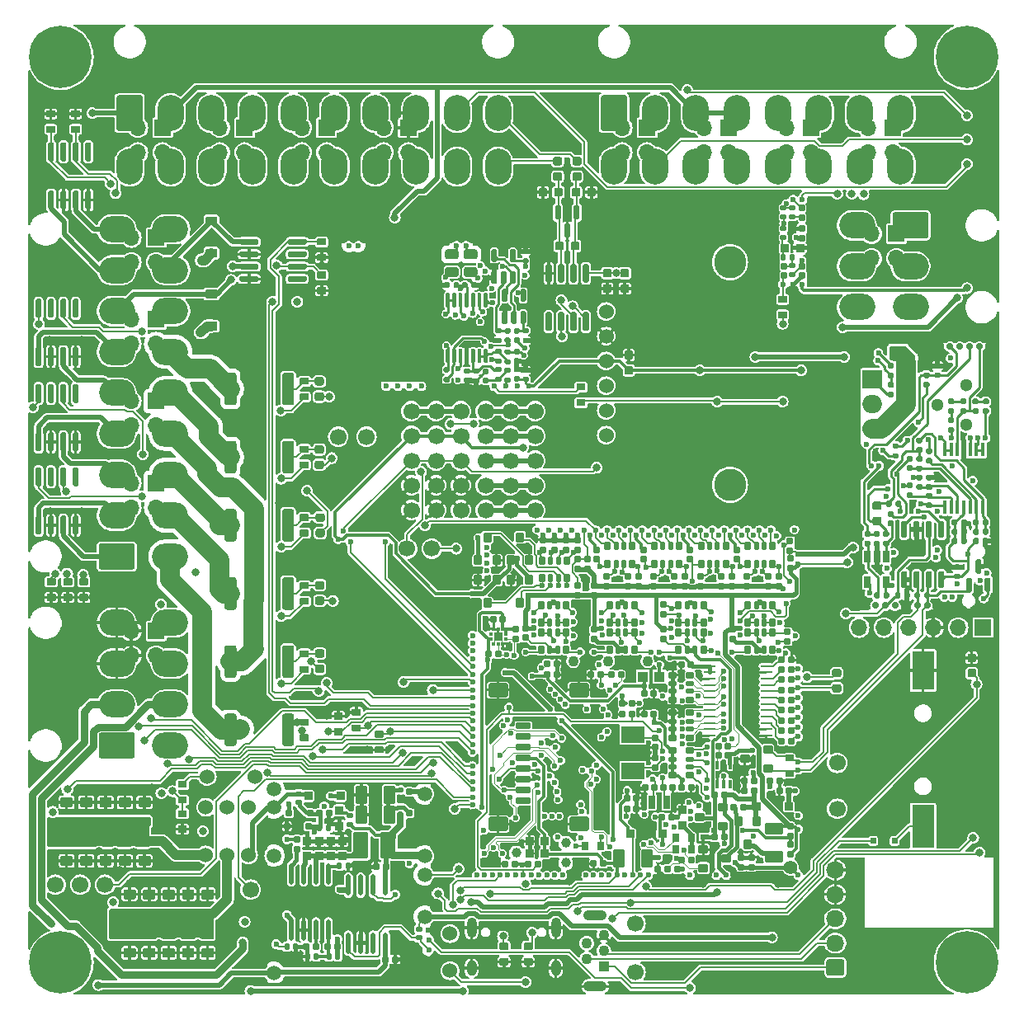
<source format=gbl>
G75*
G70*
%OFA0B0*%
%FSLAX25Y25*%
%IPPOS*%
%LPD*%
%AMOC8*
5,1,8,0,0,1.08239X$1,22.5*
%
%AMM11*
21,1,0.023620,0.018900,0.000000,0.000000,90.000000*
21,1,0.018900,0.023620,0.000000,0.000000,90.000000*
1,1,0.004720,0.009450,0.009450*
1,1,0.004720,0.009450,-0.009450*
1,1,0.004720,-0.009450,-0.009450*
1,1,0.004720,-0.009450,0.009450*
%
%AMM119*
21,1,0.023620,0.018900,0.000000,-0.000000,90.000000*
21,1,0.018900,0.023620,0.000000,-0.000000,90.000000*
1,1,0.004720,0.009450,0.009450*
1,1,0.004720,0.009450,-0.009450*
1,1,0.004720,-0.009450,-0.009450*
1,1,0.004720,-0.009450,0.009450*
%
%AMM12*
21,1,0.019680,0.019680,0.000000,0.000000,0.000000*
21,1,0.015750,0.023620,0.000000,0.000000,0.000000*
1,1,0.003940,0.007870,-0.009840*
1,1,0.003940,-0.007870,-0.009840*
1,1,0.003940,-0.007870,0.009840*
1,1,0.003940,0.007870,0.009840*
%
%AMM120*
21,1,0.019680,0.019680,0.000000,-0.000000,180.000000*
21,1,0.015750,0.023620,0.000000,-0.000000,180.000000*
1,1,0.003940,-0.007870,0.009840*
1,1,0.003940,0.007870,0.009840*
1,1,0.003940,0.007870,-0.009840*
1,1,0.003940,-0.007870,-0.009840*
%
%AMM121*
21,1,0.033470,0.026770,0.000000,-0.000000,180.000000*
21,1,0.026770,0.033470,0.000000,-0.000000,180.000000*
1,1,0.006690,-0.013390,0.013390*
1,1,0.006690,0.013390,0.013390*
1,1,0.006690,0.013390,-0.013390*
1,1,0.006690,-0.013390,-0.013390*
%
%AMM122*
21,1,0.019680,0.019680,0.000000,-0.000000,270.000000*
21,1,0.015750,0.023620,0.000000,-0.000000,270.000000*
1,1,0.003940,-0.009840,-0.007870*
1,1,0.003940,-0.009840,0.007870*
1,1,0.003940,0.009840,0.007870*
1,1,0.003940,0.009840,-0.007870*
%
%AMM13*
21,1,0.019680,0.019680,0.000000,0.000000,270.000000*
21,1,0.015750,0.023620,0.000000,0.000000,270.000000*
1,1,0.003940,-0.009840,-0.007870*
1,1,0.003940,-0.009840,0.007870*
1,1,0.003940,0.009840,0.007870*
1,1,0.003940,0.009840,-0.007870*
%
%AMM185*
21,1,0.025590,0.026380,-0.000000,-0.000000,90.000000*
21,1,0.020470,0.031500,-0.000000,-0.000000,90.000000*
1,1,0.005120,0.013190,0.010240*
1,1,0.005120,0.013190,-0.010240*
1,1,0.005120,-0.013190,-0.010240*
1,1,0.005120,-0.013190,0.010240*
%
%AMM186*
21,1,0.017720,0.027950,-0.000000,-0.000000,90.000000*
21,1,0.014170,0.031500,-0.000000,-0.000000,90.000000*
1,1,0.003540,0.013980,0.007090*
1,1,0.003540,0.013980,-0.007090*
1,1,0.003540,-0.013980,-0.007090*
1,1,0.003540,-0.013980,0.007090*
%
%AMM189*
21,1,0.027560,0.018900,-0.000000,-0.000000,270.000000*
21,1,0.022840,0.023620,-0.000000,-0.000000,270.000000*
1,1,0.004720,-0.009450,-0.011420*
1,1,0.004720,-0.009450,0.011420*
1,1,0.004720,0.009450,0.011420*
1,1,0.004720,0.009450,-0.011420*
%
%AMM191*
21,1,0.027560,0.018900,-0.000000,-0.000000,0.000000*
21,1,0.022840,0.023620,-0.000000,-0.000000,0.000000*
1,1,0.004720,0.011420,-0.009450*
1,1,0.004720,-0.011420,-0.009450*
1,1,0.004720,-0.011420,0.009450*
1,1,0.004720,0.011420,0.009450*
%
%AMM193*
21,1,0.035430,0.030320,-0.000000,-0.000000,90.000000*
21,1,0.028350,0.037400,-0.000000,-0.000000,90.000000*
1,1,0.007090,0.015160,0.014170*
1,1,0.007090,0.015160,-0.014170*
1,1,0.007090,-0.015160,-0.014170*
1,1,0.007090,-0.015160,0.014170*
%
%AMM196*
21,1,0.027560,0.030710,-0.000000,-0.000000,180.000000*
21,1,0.022050,0.036220,-0.000000,-0.000000,180.000000*
1,1,0.005510,-0.011020,0.015350*
1,1,0.005510,0.011020,0.015350*
1,1,0.005510,0.011020,-0.015350*
1,1,0.005510,-0.011020,-0.015350*
%
%AMM217*
21,1,0.033470,0.026770,-0.000000,-0.000000,270.000000*
21,1,0.026770,0.033470,-0.000000,-0.000000,270.000000*
1,1,0.006690,-0.013390,-0.013390*
1,1,0.006690,-0.013390,0.013390*
1,1,0.006690,0.013390,0.013390*
1,1,0.006690,0.013390,-0.013390*
%
%AMM218*
21,1,0.025590,0.026380,-0.000000,-0.000000,180.000000*
21,1,0.020470,0.031500,-0.000000,-0.000000,180.000000*
1,1,0.005120,-0.010240,0.013190*
1,1,0.005120,0.010240,0.013190*
1,1,0.005120,0.010240,-0.013190*
1,1,0.005120,-0.010240,-0.013190*
%
%AMM219*
21,1,0.017720,0.027950,-0.000000,-0.000000,180.000000*
21,1,0.014170,0.031500,-0.000000,-0.000000,180.000000*
1,1,0.003540,-0.007090,0.013980*
1,1,0.003540,0.007090,0.013980*
1,1,0.003540,0.007090,-0.013980*
1,1,0.003540,-0.007090,-0.013980*
%
%AMM220*
21,1,0.033470,0.026770,-0.000000,-0.000000,180.000000*
21,1,0.026770,0.033470,-0.000000,-0.000000,180.000000*
1,1,0.006690,-0.013390,0.013390*
1,1,0.006690,0.013390,0.013390*
1,1,0.006690,0.013390,-0.013390*
1,1,0.006690,-0.013390,-0.013390*
%
%AMM221*
21,1,0.078740,0.045670,-0.000000,-0.000000,0.000000*
21,1,0.067320,0.057090,-0.000000,-0.000000,0.000000*
1,1,0.011420,0.033660,-0.022840*
1,1,0.011420,-0.033660,-0.022840*
1,1,0.011420,-0.033660,0.022840*
1,1,0.011420,0.033660,0.022840*
%
%AMM222*
21,1,0.059060,0.020470,-0.000000,-0.000000,0.000000*
21,1,0.053940,0.025590,-0.000000,-0.000000,0.000000*
1,1,0.005120,0.026970,-0.010240*
1,1,0.005120,-0.026970,-0.010240*
1,1,0.005120,-0.026970,0.010240*
1,1,0.005120,0.026970,0.010240*
%
%AMM223*
21,1,0.035430,0.030320,-0.000000,-0.000000,0.000000*
21,1,0.028350,0.037400,-0.000000,-0.000000,0.000000*
1,1,0.007090,0.014170,-0.015160*
1,1,0.007090,-0.014170,-0.015160*
1,1,0.007090,-0.014170,0.015160*
1,1,0.007090,0.014170,0.015160*
%
%AMM224*
21,1,0.012600,0.028980,-0.000000,-0.000000,0.000000*
21,1,0.010080,0.031500,-0.000000,-0.000000,0.000000*
1,1,0.002520,0.005040,-0.014490*
1,1,0.002520,-0.005040,-0.014490*
1,1,0.002520,-0.005040,0.014490*
1,1,0.002520,0.005040,0.014490*
%
%AMM225*
21,1,0.070870,0.036220,-0.000000,-0.000000,180.000000*
21,1,0.061810,0.045280,-0.000000,-0.000000,180.000000*
1,1,0.009060,-0.030910,0.018110*
1,1,0.009060,0.030910,0.018110*
1,1,0.009060,0.030910,-0.018110*
1,1,0.009060,-0.030910,-0.018110*
%
%AMM226*
21,1,0.035830,0.026770,-0.000000,-0.000000,180.000000*
21,1,0.029130,0.033470,-0.000000,-0.000000,180.000000*
1,1,0.006690,-0.014570,0.013390*
1,1,0.006690,0.014570,0.013390*
1,1,0.006690,0.014570,-0.013390*
1,1,0.006690,-0.014570,-0.013390*
%
%AMM227*
21,1,0.027560,0.049610,-0.000000,-0.000000,180.000000*
21,1,0.022050,0.055120,-0.000000,-0.000000,180.000000*
1,1,0.005510,-0.011020,0.024800*
1,1,0.005510,0.011020,0.024800*
1,1,0.005510,0.011020,-0.024800*
1,1,0.005510,-0.011020,-0.024800*
%
%AMM228*
21,1,0.070870,0.036220,-0.000000,-0.000000,270.000000*
21,1,0.061810,0.045280,-0.000000,-0.000000,270.000000*
1,1,0.009060,-0.018110,-0.030910*
1,1,0.009060,-0.018110,0.030910*
1,1,0.009060,0.018110,0.030910*
1,1,0.009060,0.018110,-0.030910*
%
%AMM229*
21,1,0.027560,0.030710,-0.000000,-0.000000,270.000000*
21,1,0.022050,0.036220,-0.000000,-0.000000,270.000000*
1,1,0.005510,-0.015350,-0.011020*
1,1,0.005510,-0.015350,0.011020*
1,1,0.005510,0.015350,0.011020*
1,1,0.005510,0.015350,-0.011020*
%
%AMM27*
21,1,0.023620,0.018900,0.000000,0.000000,0.000000*
21,1,0.018900,0.023620,0.000000,0.000000,0.000000*
1,1,0.004720,0.009450,-0.009450*
1,1,0.004720,-0.009450,-0.009450*
1,1,0.004720,-0.009450,0.009450*
1,1,0.004720,0.009450,0.009450*
%
%AMM28*
21,1,0.106300,0.050390,0.000000,0.000000,90.000000*
21,1,0.093700,0.062990,0.000000,0.000000,90.000000*
1,1,0.012600,0.025200,0.046850*
1,1,0.012600,0.025200,-0.046850*
1,1,0.012600,-0.025200,-0.046850*
1,1,0.012600,-0.025200,0.046850*
%
%AMM29*
21,1,0.033470,0.026770,0.000000,0.000000,270.000000*
21,1,0.026770,0.033470,0.000000,0.000000,270.000000*
1,1,0.006690,-0.013390,-0.013390*
1,1,0.006690,-0.013390,0.013390*
1,1,0.006690,0.013390,0.013390*
1,1,0.006690,0.013390,-0.013390*
%
%AMM30*
21,1,0.122050,0.075590,0.000000,0.000000,180.000000*
21,1,0.103150,0.094490,0.000000,0.000000,180.000000*
1,1,0.018900,-0.051580,0.037800*
1,1,0.018900,0.051580,0.037800*
1,1,0.018900,0.051580,-0.037800*
1,1,0.018900,-0.051580,-0.037800*
%
%AMM31*
21,1,0.118110,0.083460,0.000000,0.000000,0.000000*
21,1,0.097240,0.104330,0.000000,0.000000,0.000000*
1,1,0.020870,0.048620,-0.041730*
1,1,0.020870,-0.048620,-0.041730*
1,1,0.020870,-0.048620,0.041730*
1,1,0.020870,0.048620,0.041730*
%
%AMM7*
21,1,0.035830,0.026770,0.000000,0.000000,0.000000*
21,1,0.029130,0.033470,0.000000,0.000000,0.000000*
1,1,0.006690,0.014570,-0.013390*
1,1,0.006690,-0.014570,-0.013390*
1,1,0.006690,-0.014570,0.013390*
1,1,0.006690,0.014570,0.013390*
%
%AMM8*
21,1,0.070870,0.036220,0.000000,0.000000,90.000000*
21,1,0.061810,0.045280,0.000000,0.000000,90.000000*
1,1,0.009060,0.018110,0.030910*
1,1,0.009060,0.018110,-0.030910*
1,1,0.009060,-0.018110,-0.030910*
1,1,0.009060,-0.018110,0.030910*
%
%ADD10C,0.00787*%
%ADD100C,0.07874*%
%ADD102C,0.01968*%
%ADD103C,0.01575*%
%ADD11R,0.06693X0.06693*%
%ADD110M7*%
%ADD111M8*%
%ADD114M11*%
%ADD115M12*%
%ADD116M13*%
%ADD117O,0.00787X0.40158*%
%ADD12O,0.06693X0.06693*%
%ADD13O,0.10630X0.14567*%
%ADD134M27*%
%ADD135M28*%
%ADD136M29*%
%ADD137O,0.01968X0.08661*%
%ADD138M30*%
%ADD139M31*%
%ADD14C,0.06693*%
%ADD15C,0.02756*%
%ADD162C,0.05118*%
%ADD175C,0.03900*%
%ADD18R,0.04331X0.00984*%
%ADD19R,0.03858X0.00984*%
%ADD203C,0.00492*%
%ADD204C,0.01260*%
%ADD205C,0.05512*%
%ADD21R,0.00984X1.08661*%
%ADD23R,0.03740X0.00984*%
%ADD239R,0.01378X0.01476*%
%ADD24C,0.03150*%
%ADD240R,0.01968X0.01968*%
%ADD242O,0.04961X0.00984*%
%ADD244R,0.09449X0.06693*%
%ADD245R,0.01476X0.01378*%
%ADD247R,0.03937X0.04331*%
%ADD25C,0.25197*%
%ADD26C,0.06000*%
%ADD27O,0.07283X0.06693*%
%ADD28C,0.02362*%
%ADD29R,0.24350X0.00984*%
%ADD30R,0.04390X0.00984*%
%ADD302M119*%
%ADD303M120*%
%ADD304M121*%
%ADD305M122*%
%ADD31R,0.00984X0.56201*%
%ADD313R,0.07874X0.07500*%
%ADD314O,0.07874X0.07500*%
%ADD316R,0.01772X0.05709*%
%ADD317R,0.02559X0.04803*%
%ADD32R,0.00984X0.59449*%
%ADD33R,0.20374X0.00984*%
%ADD34R,0.04331X0.04331*%
%ADD35C,0.04331*%
%ADD36O,0.09449X0.04331*%
%ADD37O,0.04823X0.00787*%
%ADD38O,0.00787X0.36614*%
%ADD39C,0.05906*%
%ADD396M185*%
%ADD397M186*%
%ADD40O,0.00787X0.12992*%
%ADD400M189*%
%ADD402M191*%
%ADD404M193*%
%ADD407M196*%
%ADD41O,0.00787X0.40157*%
%ADD42O,0.00787X0.01181*%
%ADD428M217*%
%ADD429M218*%
%ADD43O,0.66929X0.00787*%
%ADD430M219*%
%ADD431M220*%
%ADD432M221*%
%ADD433M222*%
%ADD434M223*%
%ADD435M224*%
%ADD436M225*%
%ADD437M226*%
%ADD438M227*%
%ADD439M228*%
%ADD44O,0.60630X0.00787*%
%ADD440M229*%
%ADD45O,0.00787X0.18898*%
%ADD46O,0.00787X0.10236*%
%ADD47O,0.00787X0.03937*%
%ADD48O,0.00787X0.05906*%
%ADD55O,0.14567X0.10630*%
%ADD59R,0.00787X0.14567*%
%ADD60R,0.00787X0.01575*%
%ADD61R,0.00787X0.06299*%
%ADD62R,0.00787X0.38189*%
%ADD63R,0.00787X0.09055*%
%ADD64R,0.05512X0.00787*%
%ADD65R,0.25197X0.00787*%
%ADD66R,0.06693X0.00787*%
%ADD67R,0.12992X0.00787*%
%ADD68R,0.00787X0.27559*%
%ADD69R,0.00787X0.12992*%
%ADD70R,0.00787X0.24803*%
%ADD72O,0.03937X0.08268*%
%ADD73O,0.03937X0.06299*%
%ADD74C,0.13000*%
%ADD76C,0.12992*%
%ADD77C,0.01181*%
%ADD78C,0.03937*%
%ADD79C,0.01969*%
%ADD80C,0.00591*%
%ADD87C,0.00984*%
%ADD96R,0.24803X0.00984*%
%ADD97R,0.34449X0.00984*%
%ADD98R,0.09055X0.17323*%
%ADD99R,0.09055X0.15748*%
X0000000Y0000000D02*
%LPD*%
G01*
D11*
X0052421Y0207677D03*
D12*
X0042421Y0207677D03*
X0052421Y0197677D03*
X0042421Y0197677D03*
G36*
G01*
X0232087Y0350886D02*
X0232087Y0363484D01*
G75*
G02*
X0233071Y0364469I0000984J0000000D01*
G01*
X0241732Y0364469D01*
G75*
G02*
X0242717Y0363484I0000000J-000984D01*
G01*
X0242717Y0350886D01*
G75*
G02*
X0241732Y0349902I-000984J0000000D01*
G01*
X0233071Y0349902D01*
G75*
G02*
X0232087Y0350886I0000000J0000984D01*
G01*
G37*
D13*
X0253937Y0357185D03*
X0270472Y0357185D03*
X0287008Y0357185D03*
X0303543Y0357185D03*
X0320079Y0357185D03*
X0336614Y0357185D03*
X0353150Y0357185D03*
X0237402Y0335531D03*
X0253937Y0335531D03*
X0270472Y0335531D03*
X0287008Y0335531D03*
X0303543Y0335531D03*
X0320079Y0335531D03*
X0336614Y0335531D03*
X0353150Y0335531D03*
D14*
X0327559Y0075984D03*
D11*
X0052421Y0240748D03*
D12*
X0042421Y0240748D03*
X0052421Y0230748D03*
X0042421Y0230748D03*
D15*
X0384941Y0262795D03*
X0373130Y0262795D03*
X0377067Y0262795D03*
X0381004Y0262795D03*
D18*
X0338287Y0156594D03*
D19*
X0355374Y0156594D03*
D96*
X0378839Y0156594D03*
D21*
X0336614Y0210433D03*
X0390748Y0210433D03*
D97*
X0353346Y0264272D03*
D23*
X0389370Y0264272D03*
D15*
X0346949Y0158106D03*
X0350886Y0158106D03*
X0363862Y0158106D03*
X0359862Y0158106D03*
X0343012Y0158106D03*
D14*
X0163780Y0181102D03*
G36*
G01*
X0036417Y0350886D02*
X0036417Y0363484D01*
G75*
G02*
X0037402Y0364469I0000984J0000000D01*
G01*
X0046063Y0364469D01*
G75*
G02*
X0047047Y0363484I0000000J-000984D01*
G01*
X0047047Y0350886D01*
G75*
G02*
X0046063Y0349902I-000984J0000000D01*
G01*
X0037402Y0349902D01*
G75*
G02*
X0036417Y0350886I0000000J0000984D01*
G01*
G37*
D13*
X0058268Y0357185D03*
X0074803Y0357185D03*
X0091339Y0357185D03*
X0107874Y0357185D03*
X0124409Y0357185D03*
X0140945Y0357185D03*
X0157480Y0357185D03*
X0174016Y0357185D03*
X0190551Y0357185D03*
X0041732Y0335531D03*
X0058268Y0335531D03*
X0074803Y0335531D03*
X0091339Y0335531D03*
X0107874Y0335531D03*
X0124409Y0335531D03*
X0140945Y0335531D03*
X0157480Y0335531D03*
X0174016Y0335531D03*
X0190551Y0335531D03*
D11*
X0154291Y0351280D03*
D12*
X0144291Y0351280D03*
X0154291Y0341280D03*
X0144291Y0341280D03*
D14*
X0125984Y0226378D03*
X0137402Y0226378D03*
X0021811Y0045276D03*
D24*
X0004331Y0379921D03*
X0007098Y0386603D03*
X0007098Y0373240D03*
X0013780Y0389370D03*
D25*
X0013780Y0379921D03*
D24*
X0013780Y0370472D03*
X0020461Y0386603D03*
X0020461Y0373240D03*
X0023228Y0379921D03*
X0370472Y0379921D03*
X0373240Y0386603D03*
X0373240Y0373240D03*
X0379921Y0389370D03*
D25*
X0379921Y0379921D03*
D24*
X0379921Y0370472D03*
X0386603Y0386603D03*
X0386603Y0373240D03*
X0389370Y0379921D03*
D26*
X0072441Y0076575D03*
X0072441Y0057283D03*
G36*
G01*
X0329429Y0008465D02*
X0324114Y0008465D01*
G75*
G02*
X0323130Y0009449I0000000J0000984D01*
G01*
X0323130Y0014173D01*
G75*
G02*
X0324114Y0015157I0000984J0000000D01*
G01*
X0329429Y0015157D01*
G75*
G02*
X0330413Y0014173I0000000J-000984D01*
G01*
X0330413Y0009449D01*
G75*
G02*
X0329429Y0008465I-000984J0000000D01*
G01*
G37*
D27*
X0326772Y0021654D03*
X0326772Y0031496D03*
X0326772Y0041339D03*
X0326772Y0051181D03*
D14*
X0246063Y0029528D03*
D24*
X0004331Y0013780D03*
X0007098Y0020461D03*
X0007098Y0007098D03*
X0013780Y0023228D03*
D25*
X0013780Y0013780D03*
D24*
X0013780Y0004331D03*
X0020461Y0020461D03*
X0020461Y0007098D03*
X0023228Y0013780D03*
D28*
X0193602Y0246752D03*
X0188878Y0246752D03*
X0198327Y0246752D03*
X0203051Y0246752D03*
D29*
X0192549Y0304429D03*
D30*
X0168730Y0304429D03*
D31*
X0204232Y0276821D03*
D32*
X0167028Y0275197D03*
D33*
X0176722Y0245965D03*
D28*
X0177618Y0303543D03*
X0173681Y0303543D03*
D14*
X0011811Y0045276D03*
D34*
X0233268Y0012205D03*
D35*
X0226378Y0015354D03*
X0233268Y0018504D03*
X0226378Y0021654D03*
X0233268Y0024803D03*
D36*
X0229823Y0004134D03*
X0229823Y0032874D03*
D26*
X0081102Y0076575D03*
X0081102Y0057283D03*
D28*
X0313287Y0287894D03*
D37*
X0305512Y0322933D03*
D38*
X0315650Y0305020D03*
X0303445Y0305020D03*
D28*
X0309547Y0287894D03*
X0305807Y0287894D03*
X0309744Y0322146D03*
X0313287Y0322146D03*
D14*
X0090551Y0043307D03*
D39*
X0160925Y0081988D03*
X0160925Y0056791D03*
X0160925Y0049311D03*
X0160925Y0032382D03*
D28*
X0162697Y0022933D03*
X0162697Y0018996D03*
D40*
X0097343Y0066831D03*
D41*
X0097343Y0033366D03*
D42*
X0097343Y0005413D03*
D43*
X0130413Y0005217D03*
D44*
X0133563Y0086319D03*
D39*
X0160925Y0007776D03*
D42*
X0163484Y0086122D03*
D45*
X0163484Y0069587D03*
D46*
X0163484Y0040650D03*
D47*
X0163484Y0026870D03*
D48*
X0163484Y0013878D03*
D39*
X0099902Y0083760D03*
X0099902Y0076476D03*
X0099902Y0056988D03*
X0099902Y0009547D03*
D14*
X0153780Y0181102D03*
D28*
X0125984Y0184941D03*
X0128051Y0188386D03*
X0131004Y0183760D03*
X0144980Y0184055D03*
D11*
X0316890Y0351280D03*
D12*
X0306890Y0351280D03*
X0316890Y0341280D03*
X0306890Y0341280D03*
G36*
G01*
X0042815Y0172638D02*
X0030217Y0172638D01*
G75*
G02*
X0029232Y0173622I0000000J0000984D01*
G01*
X0029232Y0182283D01*
G75*
G02*
X0030217Y0183268I0000984J0000000D01*
G01*
X0042815Y0183268D01*
G75*
G02*
X0043799Y0182283I0000000J-000984D01*
G01*
X0043799Y0173622D01*
G75*
G02*
X0042815Y0172638I-000984J0000000D01*
G01*
G37*
D55*
X0036516Y0194488D03*
X0036516Y0211024D03*
X0036516Y0227559D03*
X0036516Y0244094D03*
X0036516Y0260630D03*
X0036516Y0277165D03*
X0036516Y0293701D03*
X0036516Y0310236D03*
X0058169Y0177953D03*
X0058169Y0194488D03*
X0058169Y0211024D03*
X0058169Y0227559D03*
X0058169Y0244094D03*
X0058169Y0260630D03*
X0058169Y0277165D03*
X0058169Y0293701D03*
X0058169Y0310236D03*
D11*
X0349961Y0351280D03*
D12*
X0339961Y0351280D03*
X0349961Y0341280D03*
X0339961Y0341280D03*
G36*
G01*
X0350886Y0317126D02*
X0363484Y0317126D01*
G75*
G02*
X0364469Y0316142I0000000J-000984D01*
G01*
X0364469Y0307480D01*
G75*
G02*
X0363484Y0306496I-000984J0000000D01*
G01*
X0350886Y0306496D01*
G75*
G02*
X0349902Y0307480I0000000J0000984D01*
G01*
X0349902Y0316142D01*
G75*
G02*
X0350886Y0317126I0000984J0000000D01*
G01*
G37*
D55*
X0357185Y0295276D03*
X0357185Y0278740D03*
X0335531Y0311811D03*
X0335531Y0295276D03*
X0335531Y0278740D03*
D11*
X0121220Y0351280D03*
D12*
X0111220Y0351280D03*
X0121220Y0341280D03*
X0111220Y0341280D03*
D26*
X0089764Y0076575D03*
X0089764Y0057283D03*
D14*
X0155512Y0196693D03*
X0155512Y0206693D03*
X0155512Y0216693D03*
X0155512Y0226693D03*
X0155512Y0236693D03*
X0165512Y0196693D03*
X0165512Y0206693D03*
X0165512Y0216693D03*
X0165512Y0226693D03*
X0165512Y0236693D03*
X0175512Y0196693D03*
X0175512Y0206693D03*
X0175512Y0216693D03*
X0175512Y0226693D03*
X0175512Y0236693D03*
X0246063Y0009843D03*
D26*
X0171160Y0025491D03*
X0171160Y0010491D03*
D11*
X0351437Y0308465D03*
D12*
X0341437Y0308465D03*
X0351437Y0298465D03*
X0341437Y0298465D03*
G36*
G01*
X0042815Y0096260D02*
X0030217Y0096260D01*
G75*
G02*
X0029232Y0097244I0000000J0000984D01*
G01*
X0029232Y0105906D01*
G75*
G02*
X0030217Y0106890I0000984J0000000D01*
G01*
X0042815Y0106890D01*
G75*
G02*
X0043799Y0105906I0000000J-000984D01*
G01*
X0043799Y0097244D01*
G75*
G02*
X0042815Y0096260I-000984J0000000D01*
G01*
G37*
D55*
X0036516Y0118110D03*
X0036516Y0134646D03*
X0036516Y0151181D03*
X0058169Y0101575D03*
X0058169Y0118110D03*
X0058169Y0134646D03*
X0058169Y0151181D03*
D14*
X0327559Y0094488D03*
D28*
X0180315Y0162992D03*
X0180315Y0146063D03*
X0180315Y0142913D03*
X0180315Y0139764D03*
X0180315Y0136614D03*
X0180315Y0133465D03*
X0180315Y0130315D03*
X0180315Y0127165D03*
X0180315Y0124016D03*
X0180315Y0120866D03*
X0180315Y0117717D03*
X0180315Y0114567D03*
X0180315Y0111417D03*
X0180315Y0108268D03*
X0180315Y0105118D03*
X0180315Y0101969D03*
X0180315Y0098819D03*
X0180315Y0093307D03*
X0180315Y0090158D03*
X0180315Y0087008D03*
X0180315Y0083858D03*
X0180315Y0080709D03*
X0180315Y0077559D03*
D59*
X0312598Y0058465D03*
D60*
X0312598Y0070472D03*
D59*
X0312598Y0082480D03*
D61*
X0312598Y0100000D03*
D62*
X0312598Y0153740D03*
D63*
X0312598Y0185236D03*
D64*
X0305512Y0189370D03*
D65*
X0297244Y0048425D03*
D66*
X0273425Y0048425D03*
D67*
X0259646Y0048425D03*
D64*
X0221260Y0048425D03*
D65*
X0191732Y0189370D03*
D68*
X0179528Y0061811D03*
D60*
X0179528Y0096063D03*
D69*
X0179528Y0154528D03*
D70*
X0179528Y0177362D03*
D28*
X0181890Y0049213D03*
X0185039Y0049213D03*
X0188189Y0049213D03*
X0191339Y0049213D03*
X0194488Y0049213D03*
X0197638Y0049213D03*
X0200787Y0049213D03*
X0203937Y0049213D03*
X0207087Y0049213D03*
X0210236Y0049213D03*
X0213386Y0049213D03*
X0216535Y0049213D03*
X0225984Y0049213D03*
X0229134Y0049213D03*
X0232283Y0049213D03*
X0235433Y0049213D03*
X0238583Y0049213D03*
X0241732Y0049213D03*
X0244882Y0049213D03*
X0248032Y0049213D03*
X0251181Y0049213D03*
X0268110Y0049213D03*
X0278740Y0049213D03*
X0282677Y0049213D03*
X0311811Y0049213D03*
X0206299Y0188583D03*
X0211024Y0188583D03*
X0215748Y0188583D03*
X0220472Y0188583D03*
X0225197Y0188583D03*
X0229921Y0188583D03*
X0234646Y0188583D03*
X0239370Y0188583D03*
X0244094Y0188583D03*
X0248819Y0188583D03*
X0253543Y0188583D03*
X0258268Y0188583D03*
X0262992Y0188583D03*
X0267717Y0188583D03*
X0272441Y0188583D03*
X0277165Y0188583D03*
X0281890Y0188583D03*
X0286614Y0188583D03*
X0291339Y0188583D03*
X0296063Y0188583D03*
X0300787Y0188583D03*
X0310236Y0188583D03*
X0311811Y0178740D03*
X0311811Y0174803D03*
X0311811Y0132677D03*
X0311811Y0128740D03*
X0311811Y0124803D03*
X0311811Y0120866D03*
X0311811Y0116929D03*
X0311811Y0112992D03*
X0311811Y0109055D03*
X0311811Y0105118D03*
X0311811Y0094882D03*
X0311811Y0091732D03*
X0311811Y0073228D03*
X0311811Y0067717D03*
D11*
X0250748Y0351280D03*
D12*
X0240748Y0351280D03*
X0250748Y0341280D03*
X0240748Y0341280D03*
D72*
X0179843Y0027972D03*
D73*
X0179843Y0011516D03*
D72*
X0213858Y0027972D03*
D73*
X0213858Y0011516D03*
D24*
X0370472Y0013780D03*
X0373240Y0020461D03*
X0373240Y0007098D03*
X0379921Y0023228D03*
D25*
X0379921Y0013780D03*
D24*
X0379921Y0004331D03*
X0386603Y0020461D03*
X0386603Y0007098D03*
X0389370Y0013780D03*
D28*
X0150098Y0246752D03*
X0145374Y0246752D03*
X0154823Y0246752D03*
X0159547Y0246752D03*
D29*
X0149045Y0304429D03*
D30*
X0125226Y0304429D03*
D31*
X0160728Y0276821D03*
D32*
X0123524Y0275197D03*
D33*
X0133219Y0245965D03*
D28*
X0134114Y0303543D03*
X0130177Y0303543D03*
D11*
X0055079Y0351280D03*
D12*
X0045079Y0351280D03*
X0055079Y0341280D03*
X0045079Y0341280D03*
D11*
X0052421Y0306890D03*
D12*
X0042421Y0306890D03*
X0052421Y0296890D03*
X0042421Y0296890D03*
D26*
X0073031Y0088976D03*
X0092323Y0088976D03*
D11*
X0088150Y0351280D03*
D12*
X0078150Y0351280D03*
X0088150Y0341280D03*
X0078150Y0341280D03*
D11*
X0386417Y0149213D03*
D12*
X0376417Y0149213D03*
X0366417Y0149213D03*
X0356417Y0149213D03*
X0346417Y0149213D03*
X0336417Y0149213D03*
D11*
X0052421Y0273819D03*
D12*
X0042421Y0273819D03*
X0052421Y0263819D03*
X0042421Y0263819D03*
D11*
X0052421Y0147835D03*
D12*
X0042421Y0147835D03*
X0052421Y0137835D03*
X0042421Y0137835D03*
D11*
X0283819Y0351280D03*
D12*
X0273819Y0351280D03*
X0283819Y0341280D03*
X0273819Y0341280D03*
D74*
X0284265Y0296969D03*
X0284265Y0206969D03*
D26*
X0234265Y0276969D03*
X0234265Y0266969D03*
X0234265Y0256969D03*
X0234265Y0246969D03*
X0234265Y0236969D03*
X0234265Y0226969D03*
D14*
X0031811Y0045276D03*
X0185512Y0196693D03*
X0185512Y0206693D03*
X0185512Y0216693D03*
X0185512Y0226693D03*
X0185512Y0236693D03*
X0195512Y0196693D03*
X0195512Y0206693D03*
X0195512Y0216693D03*
X0195512Y0226693D03*
X0195512Y0236693D03*
X0205512Y0196693D03*
X0205512Y0206693D03*
X0205512Y0216693D03*
X0205512Y0226693D03*
X0205512Y0236693D03*
G36*
G01*
X0214173Y0319910D02*
X0215354Y0319910D01*
G75*
G02*
X0215945Y0319319I0000000J-000591D01*
G01*
X0215945Y0314693D01*
G75*
G02*
X0215354Y0314102I-000591J0000000D01*
G01*
X0214173Y0314102D01*
G75*
G02*
X0213583Y0314693I0000000J0000591D01*
G01*
X0213583Y0319319D01*
G75*
G02*
X0214173Y0319910I0000591J0000000D01*
G01*
G37*
G36*
G01*
X0221654Y0319910D02*
X0222835Y0319910D01*
G75*
G02*
X0223425Y0319319I0000000J-000591D01*
G01*
X0223425Y0314693D01*
G75*
G02*
X0222835Y0314102I-000591J0000000D01*
G01*
X0221654Y0314102D01*
G75*
G02*
X0221063Y0314693I0000000J0000591D01*
G01*
X0221063Y0319319D01*
G75*
G02*
X0221654Y0319910I0000591J0000000D01*
G01*
G37*
G36*
G01*
X0217913Y0312528D02*
X0219094Y0312528D01*
G75*
G02*
X0219685Y0311937I0000000J-000591D01*
G01*
X0219685Y0307311D01*
G75*
G02*
X0219094Y0306721I-000591J0000000D01*
G01*
X0217913Y0306721D01*
G75*
G02*
X0217323Y0307311I0000000J0000591D01*
G01*
X0217323Y0311937D01*
G75*
G02*
X0217913Y0312528I0000591J0000000D01*
G01*
G37*
G36*
G01*
X0049803Y0052992D02*
X0045669Y0052992D01*
G75*
G02*
X0045276Y0053386I0000000J0000394D01*
G01*
X0045276Y0056535D01*
G75*
G02*
X0045669Y0056929I0000394J0000000D01*
G01*
X0049803Y0056929D01*
G75*
G02*
X0050197Y0056535I0000000J-000394D01*
G01*
X0050197Y0053386D01*
G75*
G02*
X0049803Y0052992I-000394J0000000D01*
G01*
G37*
G36*
G01*
X0049803Y0060866D02*
X0045669Y0060866D01*
G75*
G02*
X0045276Y0061260I0000000J0000394D01*
G01*
X0045276Y0064409D01*
G75*
G02*
X0045669Y0064803I0000394J0000000D01*
G01*
X0049803Y0064803D01*
G75*
G02*
X0050197Y0064409I0000000J-000394D01*
G01*
X0050197Y0061260D01*
G75*
G02*
X0049803Y0060866I-000394J0000000D01*
G01*
G37*
G36*
G01*
X0241969Y0261083D02*
X0244646Y0261083D01*
G75*
G02*
X0244980Y0260748I0000000J-000335D01*
G01*
X0244980Y0258071D01*
G75*
G02*
X0244646Y0257736I-000335J0000000D01*
G01*
X0241969Y0257736D01*
G75*
G02*
X0241634Y0258071I0000000J0000335D01*
G01*
X0241634Y0260748D01*
G75*
G02*
X0241969Y0261083I0000335J0000000D01*
G01*
G37*
G36*
G01*
X0241969Y0254862D02*
X0244646Y0254862D01*
G75*
G02*
X0244980Y0254528I0000000J-000335D01*
G01*
X0244980Y0251850D01*
G75*
G02*
X0244646Y0251516I-000335J0000000D01*
G01*
X0241969Y0251516D01*
G75*
G02*
X0241634Y0251850I0000000J0000335D01*
G01*
X0241634Y0254528D01*
G75*
G02*
X0241969Y0254862I0000335J0000000D01*
G01*
G37*
G36*
G01*
X0076811Y0298819D02*
X0072795Y0298819D01*
G75*
G02*
X0072441Y0299173I0000000J0000354D01*
G01*
X0072441Y0302008D01*
G75*
G02*
X0072795Y0302362I0000354J0000000D01*
G01*
X0076811Y0302362D01*
G75*
G02*
X0077165Y0302008I0000000J-000354D01*
G01*
X0077165Y0299173D01*
G75*
G02*
X0076811Y0298819I-000354J0000000D01*
G01*
G37*
G36*
G01*
X0076811Y0311811D02*
X0072795Y0311811D01*
G75*
G02*
X0072441Y0312165I0000000J0000354D01*
G01*
X0072441Y0315000D01*
G75*
G02*
X0072795Y0315354I0000354J0000000D01*
G01*
X0076811Y0315354D01*
G75*
G02*
X0077165Y0315000I0000000J-000354D01*
G01*
X0077165Y0312165D01*
G75*
G02*
X0076811Y0311811I-000354J0000000D01*
G01*
G37*
D98*
X0362205Y0068898D03*
D99*
X0362205Y0131890D03*
G36*
G01*
X0004311Y0247638D02*
X0005492Y0247638D01*
G75*
G02*
X0006083Y0247047I0000000J-000591D01*
G01*
X0006083Y0240551D01*
G75*
G02*
X0005492Y0239961I-000591J0000000D01*
G01*
X0004311Y0239961D01*
G75*
G02*
X0003720Y0240551I0000000J0000591D01*
G01*
X0003720Y0247047D01*
G75*
G02*
X0004311Y0247638I0000591J0000000D01*
G01*
G37*
G36*
G01*
X0009311Y0247638D02*
X0010492Y0247638D01*
G75*
G02*
X0011083Y0247047I0000000J-000591D01*
G01*
X0011083Y0240551D01*
G75*
G02*
X0010492Y0239961I-000591J0000000D01*
G01*
X0009311Y0239961D01*
G75*
G02*
X0008720Y0240551I0000000J0000591D01*
G01*
X0008720Y0247047D01*
G75*
G02*
X0009311Y0247638I0000591J0000000D01*
G01*
G37*
G36*
G01*
X0014311Y0247638D02*
X0015492Y0247638D01*
G75*
G02*
X0016083Y0247047I0000000J-000591D01*
G01*
X0016083Y0240551D01*
G75*
G02*
X0015492Y0239961I-000591J0000000D01*
G01*
X0014311Y0239961D01*
G75*
G02*
X0013720Y0240551I0000000J0000591D01*
G01*
X0013720Y0247047D01*
G75*
G02*
X0014311Y0247638I0000591J0000000D01*
G01*
G37*
G36*
G01*
X0019311Y0247638D02*
X0020492Y0247638D01*
G75*
G02*
X0021083Y0247047I0000000J-000591D01*
G01*
X0021083Y0240551D01*
G75*
G02*
X0020492Y0239961I-000591J0000000D01*
G01*
X0019311Y0239961D01*
G75*
G02*
X0018720Y0240551I0000000J0000591D01*
G01*
X0018720Y0247047D01*
G75*
G02*
X0019311Y0247638I0000591J0000000D01*
G01*
G37*
G36*
G01*
X0019311Y0228150D02*
X0020492Y0228150D01*
G75*
G02*
X0021083Y0227559I0000000J-000591D01*
G01*
X0021083Y0221063D01*
G75*
G02*
X0020492Y0220472I-000591J0000000D01*
G01*
X0019311Y0220472D01*
G75*
G02*
X0018720Y0221063I0000000J0000591D01*
G01*
X0018720Y0227559D01*
G75*
G02*
X0019311Y0228150I0000591J0000000D01*
G01*
G37*
G36*
G01*
X0014311Y0228150D02*
X0015492Y0228150D01*
G75*
G02*
X0016083Y0227559I0000000J-000591D01*
G01*
X0016083Y0221063D01*
G75*
G02*
X0015492Y0220472I-000591J0000000D01*
G01*
X0014311Y0220472D01*
G75*
G02*
X0013720Y0221063I0000000J0000591D01*
G01*
X0013720Y0227559D01*
G75*
G02*
X0014311Y0228150I0000591J0000000D01*
G01*
G37*
G36*
G01*
X0009311Y0228150D02*
X0010492Y0228150D01*
G75*
G02*
X0011083Y0227559I0000000J-000591D01*
G01*
X0011083Y0221063D01*
G75*
G02*
X0010492Y0220472I-000591J0000000D01*
G01*
X0009311Y0220472D01*
G75*
G02*
X0008720Y0221063I0000000J0000591D01*
G01*
X0008720Y0227559D01*
G75*
G02*
X0009311Y0228150I0000591J0000000D01*
G01*
G37*
G36*
G01*
X0004311Y0228150D02*
X0005492Y0228150D01*
G75*
G02*
X0006083Y0227559I0000000J-000591D01*
G01*
X0006083Y0221063D01*
G75*
G02*
X0005492Y0220472I-000591J0000000D01*
G01*
X0004311Y0220472D01*
G75*
G02*
X0003720Y0221063I0000000J0000591D01*
G01*
X0003720Y0227559D01*
G75*
G02*
X0004311Y0228150I0000591J0000000D01*
G01*
G37*
G36*
G01*
X0011575Y0160039D02*
X0008504Y0160039D01*
G75*
G02*
X0008228Y0160315I0000000J0000276D01*
G01*
X0008228Y0162520D01*
G75*
G02*
X0008504Y0162795I0000276J0000000D01*
G01*
X0011575Y0162795D01*
G75*
G02*
X0011850Y0162520I0000000J-000276D01*
G01*
X0011850Y0160315D01*
G75*
G02*
X0011575Y0160039I-000276J0000000D01*
G01*
G37*
G36*
G01*
X0011575Y0166339D02*
X0008504Y0166339D01*
G75*
G02*
X0008228Y0166614I0000000J0000276D01*
G01*
X0008228Y0168819D01*
G75*
G02*
X0008504Y0169094I0000276J0000000D01*
G01*
X0011575Y0169094D01*
G75*
G02*
X0011850Y0168819I0000000J-000276D01*
G01*
X0011850Y0166614D01*
G75*
G02*
X0011575Y0166339I-000276J0000000D01*
G01*
G37*
G36*
G01*
X0229941Y0326535D02*
X0229941Y0323858D01*
G75*
G02*
X0229606Y0323524I-000335J0000000D01*
G01*
X0226929Y0323524D01*
G75*
G02*
X0226594Y0323858I0000000J0000335D01*
G01*
X0226594Y0326535D01*
G75*
G02*
X0226929Y0326870I0000335J0000000D01*
G01*
X0229606Y0326870D01*
G75*
G02*
X0229941Y0326535I0000000J-000335D01*
G01*
G37*
G36*
G01*
X0223720Y0326535D02*
X0223720Y0323858D01*
G75*
G02*
X0223386Y0323524I-000335J0000000D01*
G01*
X0220709Y0323524D01*
G75*
G02*
X0220374Y0323858I0000000J0000335D01*
G01*
X0220374Y0326535D01*
G75*
G02*
X0220709Y0326870I0000335J0000000D01*
G01*
X0223386Y0326870D01*
G75*
G02*
X0223720Y0326535I0000000J-000335D01*
G01*
G37*
G36*
G01*
X0026181Y0052992D02*
X0022047Y0052992D01*
G75*
G02*
X0021654Y0053386I0000000J0000394D01*
G01*
X0021654Y0056535D01*
G75*
G02*
X0022047Y0056929I0000394J0000000D01*
G01*
X0026181Y0056929D01*
G75*
G02*
X0026575Y0056535I0000000J-000394D01*
G01*
X0026575Y0053386D01*
G75*
G02*
X0026181Y0052992I-000394J0000000D01*
G01*
G37*
G36*
G01*
X0026181Y0060866D02*
X0022047Y0060866D01*
G75*
G02*
X0021654Y0061260I0000000J0000394D01*
G01*
X0021654Y0064409D01*
G75*
G02*
X0022047Y0064803I0000394J0000000D01*
G01*
X0026181Y0064803D01*
G75*
G02*
X0026575Y0064409I0000000J-000394D01*
G01*
X0026575Y0061260D01*
G75*
G02*
X0026181Y0060866I-000394J0000000D01*
G01*
G37*
G36*
G01*
X0380551Y0138642D02*
X0383228Y0138642D01*
G75*
G02*
X0383563Y0138307I0000000J-000335D01*
G01*
X0383563Y0135630D01*
G75*
G02*
X0383228Y0135295I-000335J0000000D01*
G01*
X0380551Y0135295D01*
G75*
G02*
X0380217Y0135630I0000000J0000335D01*
G01*
X0380217Y0138307D01*
G75*
G02*
X0380551Y0138642I0000335J0000000D01*
G01*
G37*
G36*
G01*
X0380551Y0132421D02*
X0383228Y0132421D01*
G75*
G02*
X0383563Y0132087I0000000J-000335D01*
G01*
X0383563Y0129409D01*
G75*
G02*
X0383228Y0129075I-000335J0000000D01*
G01*
X0380551Y0129075D01*
G75*
G02*
X0380217Y0129409I0000000J0000335D01*
G01*
X0380217Y0132087D01*
G75*
G02*
X0380551Y0132421I0000335J0000000D01*
G01*
G37*
G36*
G01*
X0213720Y0302134D02*
X0213720Y0304811D01*
G75*
G02*
X0214055Y0305146I0000335J0000000D01*
G01*
X0216732Y0305146D01*
G75*
G02*
X0217067Y0304811I0000000J-000335D01*
G01*
X0217067Y0302134D01*
G75*
G02*
X0216732Y0301799I-000335J0000000D01*
G01*
X0214055Y0301799D01*
G75*
G02*
X0213720Y0302134I0000000J0000335D01*
G01*
G37*
G36*
G01*
X0219941Y0302134D02*
X0219941Y0304811D01*
G75*
G02*
X0220276Y0305146I0000335J0000000D01*
G01*
X0222953Y0305146D01*
G75*
G02*
X0223287Y0304811I0000000J-000335D01*
G01*
X0223287Y0302134D01*
G75*
G02*
X0222953Y0301799I-000335J0000000D01*
G01*
X0220276Y0301799D01*
G75*
G02*
X0219941Y0302134I0000000J0000335D01*
G01*
G37*
G36*
G01*
X0024764Y0160039D02*
X0021693Y0160039D01*
G75*
G02*
X0021417Y0160315I0000000J0000276D01*
G01*
X0021417Y0162520D01*
G75*
G02*
X0021693Y0162795I0000276J0000000D01*
G01*
X0024764Y0162795D01*
G75*
G02*
X0025039Y0162520I0000000J-000276D01*
G01*
X0025039Y0160315D01*
G75*
G02*
X0024764Y0160039I-000276J0000000D01*
G01*
G37*
G36*
G01*
X0024764Y0166339D02*
X0021693Y0166339D01*
G75*
G02*
X0021417Y0166614I0000000J0000276D01*
G01*
X0021417Y0168819D01*
G75*
G02*
X0021693Y0169094I0000276J0000000D01*
G01*
X0024764Y0169094D01*
G75*
G02*
X0025039Y0168819I0000000J-000276D01*
G01*
X0025039Y0166614D01*
G75*
G02*
X0024764Y0166339I-000276J0000000D01*
G01*
G37*
G36*
G01*
X0063287Y0043307D02*
X0067421Y0043307D01*
G75*
G02*
X0067815Y0042913I0000000J-000394D01*
G01*
X0067815Y0039764D01*
G75*
G02*
X0067421Y0039370I-000394J0000000D01*
G01*
X0063287Y0039370D01*
G75*
G02*
X0062894Y0039764I0000000J0000394D01*
G01*
X0062894Y0042913D01*
G75*
G02*
X0063287Y0043307I0000394J0000000D01*
G01*
G37*
G36*
G01*
X0063287Y0035433D02*
X0067421Y0035433D01*
G75*
G02*
X0067815Y0035039I0000000J-000394D01*
G01*
X0067815Y0031890D01*
G75*
G02*
X0067421Y0031496I-000394J0000000D01*
G01*
X0063287Y0031496D01*
G75*
G02*
X0062894Y0031890I0000000J0000394D01*
G01*
X0062894Y0035039D01*
G75*
G02*
X0063287Y0035433I0000394J0000000D01*
G01*
G37*
G36*
G01*
X0108169Y0251280D02*
X0108169Y0240059D01*
G75*
G02*
X0107185Y0239075I-000984J0000000D01*
G01*
X0104331Y0239075D01*
G75*
G02*
X0103346Y0240059I0000000J0000984D01*
G01*
X0103346Y0251280D01*
G75*
G02*
X0104331Y0252264I0000984J0000000D01*
G01*
X0107185Y0252264D01*
G75*
G02*
X0108169Y0251280I0000000J-000984D01*
G01*
G37*
G36*
G01*
X0084843Y0251280D02*
X0084843Y0240059D01*
G75*
G02*
X0083858Y0239075I-000984J0000000D01*
G01*
X0081004Y0239075D01*
G75*
G02*
X0080020Y0240059I0000000J0000984D01*
G01*
X0080020Y0251280D01*
G75*
G02*
X0081004Y0252264I0000984J0000000D01*
G01*
X0083858Y0252264D01*
G75*
G02*
X0084843Y0251280I0000000J-000984D01*
G01*
G37*
G36*
G01*
X0029921Y0080551D02*
X0034055Y0080551D01*
G75*
G02*
X0034449Y0080157I0000000J-000394D01*
G01*
X0034449Y0077008D01*
G75*
G02*
X0034055Y0076614I-000394J0000000D01*
G01*
X0029921Y0076614D01*
G75*
G02*
X0029528Y0077008I0000000J0000394D01*
G01*
X0029528Y0080157D01*
G75*
G02*
X0029921Y0080551I0000394J0000000D01*
G01*
G37*
G36*
G01*
X0029921Y0072677D02*
X0034055Y0072677D01*
G75*
G02*
X0034449Y0072283I0000000J-000394D01*
G01*
X0034449Y0069134D01*
G75*
G02*
X0034055Y0068740I-000394J0000000D01*
G01*
X0029921Y0068740D01*
G75*
G02*
X0029528Y0069134I0000000J0000394D01*
G01*
X0029528Y0072283D01*
G75*
G02*
X0029921Y0072677I0000394J0000000D01*
G01*
G37*
G36*
G01*
X0075295Y0015748D02*
X0071161Y0015748D01*
G75*
G02*
X0070768Y0016142I0000000J0000394D01*
G01*
X0070768Y0019291D01*
G75*
G02*
X0071161Y0019685I0000394J0000000D01*
G01*
X0075295Y0019685D01*
G75*
G02*
X0075689Y0019291I0000000J-000394D01*
G01*
X0075689Y0016142D01*
G75*
G02*
X0075295Y0015748I-000394J0000000D01*
G01*
G37*
G36*
G01*
X0075295Y0023622D02*
X0071161Y0023622D01*
G75*
G02*
X0070768Y0024016I0000000J0000394D01*
G01*
X0070768Y0027165D01*
G75*
G02*
X0071161Y0027559I0000394J0000000D01*
G01*
X0075295Y0027559D01*
G75*
G02*
X0075689Y0027165I0000000J-000394D01*
G01*
X0075689Y0024016D01*
G75*
G02*
X0075295Y0023622I-000394J0000000D01*
G01*
G37*
G36*
G01*
X0210413Y0296260D02*
X0211594Y0296260D01*
G75*
G02*
X0212185Y0295669I0000000J-000591D01*
G01*
X0212185Y0289173D01*
G75*
G02*
X0211594Y0288583I-000591J0000000D01*
G01*
X0210413Y0288583D01*
G75*
G02*
X0209823Y0289173I0000000J0000591D01*
G01*
X0209823Y0295669D01*
G75*
G02*
X0210413Y0296260I0000591J0000000D01*
G01*
G37*
G36*
G01*
X0215413Y0296260D02*
X0216594Y0296260D01*
G75*
G02*
X0217185Y0295669I0000000J-000591D01*
G01*
X0217185Y0289173D01*
G75*
G02*
X0216594Y0288583I-000591J0000000D01*
G01*
X0215413Y0288583D01*
G75*
G02*
X0214823Y0289173I0000000J0000591D01*
G01*
X0214823Y0295669D01*
G75*
G02*
X0215413Y0296260I0000591J0000000D01*
G01*
G37*
G36*
G01*
X0220413Y0296260D02*
X0221594Y0296260D01*
G75*
G02*
X0222185Y0295669I0000000J-000591D01*
G01*
X0222185Y0289173D01*
G75*
G02*
X0221594Y0288583I-000591J0000000D01*
G01*
X0220413Y0288583D01*
G75*
G02*
X0219823Y0289173I0000000J0000591D01*
G01*
X0219823Y0295669D01*
G75*
G02*
X0220413Y0296260I0000591J0000000D01*
G01*
G37*
G36*
G01*
X0225413Y0296260D02*
X0226594Y0296260D01*
G75*
G02*
X0227185Y0295669I0000000J-000591D01*
G01*
X0227185Y0289173D01*
G75*
G02*
X0226594Y0288583I-000591J0000000D01*
G01*
X0225413Y0288583D01*
G75*
G02*
X0224823Y0289173I0000000J0000591D01*
G01*
X0224823Y0295669D01*
G75*
G02*
X0225413Y0296260I0000591J0000000D01*
G01*
G37*
G36*
G01*
X0225413Y0276772D02*
X0226594Y0276772D01*
G75*
G02*
X0227185Y0276181I0000000J-000591D01*
G01*
X0227185Y0269685D01*
G75*
G02*
X0226594Y0269094I-000591J0000000D01*
G01*
X0225413Y0269094D01*
G75*
G02*
X0224823Y0269685I0000000J0000591D01*
G01*
X0224823Y0276181D01*
G75*
G02*
X0225413Y0276772I0000591J0000000D01*
G01*
G37*
G36*
G01*
X0220413Y0276772D02*
X0221594Y0276772D01*
G75*
G02*
X0222185Y0276181I0000000J-000591D01*
G01*
X0222185Y0269685D01*
G75*
G02*
X0221594Y0269094I-000591J0000000D01*
G01*
X0220413Y0269094D01*
G75*
G02*
X0219823Y0269685I0000000J0000591D01*
G01*
X0219823Y0276181D01*
G75*
G02*
X0220413Y0276772I0000591J0000000D01*
G01*
G37*
G36*
G01*
X0215413Y0276772D02*
X0216594Y0276772D01*
G75*
G02*
X0217185Y0276181I0000000J-000591D01*
G01*
X0217185Y0269685D01*
G75*
G02*
X0216594Y0269094I-000591J0000000D01*
G01*
X0215413Y0269094D01*
G75*
G02*
X0214823Y0269685I0000000J0000591D01*
G01*
X0214823Y0276181D01*
G75*
G02*
X0215413Y0276772I0000591J0000000D01*
G01*
G37*
G36*
G01*
X0210413Y0276772D02*
X0211594Y0276772D01*
G75*
G02*
X0212185Y0276181I0000000J-000591D01*
G01*
X0212185Y0269685D01*
G75*
G02*
X0211594Y0269094I-000591J0000000D01*
G01*
X0210413Y0269094D01*
G75*
G02*
X0209823Y0269685I0000000J0000591D01*
G01*
X0209823Y0276181D01*
G75*
G02*
X0210413Y0276772I0000591J0000000D01*
G01*
G37*
G36*
G01*
X0014173Y0080551D02*
X0018307Y0080551D01*
G75*
G02*
X0018701Y0080157I0000000J-000394D01*
G01*
X0018701Y0077008D01*
G75*
G02*
X0018307Y0076614I-000394J0000000D01*
G01*
X0014173Y0076614D01*
G75*
G02*
X0013780Y0077008I0000000J0000394D01*
G01*
X0013780Y0080157D01*
G75*
G02*
X0014173Y0080551I0000394J0000000D01*
G01*
G37*
G36*
G01*
X0014173Y0072677D02*
X0018307Y0072677D01*
G75*
G02*
X0018701Y0072283I0000000J-000394D01*
G01*
X0018701Y0069134D01*
G75*
G02*
X0018307Y0068740I-000394J0000000D01*
G01*
X0014173Y0068740D01*
G75*
G02*
X0013780Y0069134I0000000J0000394D01*
G01*
X0013780Y0072283D01*
G75*
G02*
X0014173Y0072677I0000394J0000000D01*
G01*
G37*
G36*
G01*
X0108169Y0168602D02*
X0108169Y0157382D01*
G75*
G02*
X0107185Y0156398I-000984J0000000D01*
G01*
X0104331Y0156398D01*
G75*
G02*
X0103346Y0157382I0000000J0000984D01*
G01*
X0103346Y0168602D01*
G75*
G02*
X0104331Y0169587I0000984J0000000D01*
G01*
X0107185Y0169587D01*
G75*
G02*
X0108169Y0168602I0000000J-000984D01*
G01*
G37*
G36*
G01*
X0084843Y0168602D02*
X0084843Y0157382D01*
G75*
G02*
X0083858Y0156398I-000984J0000000D01*
G01*
X0081004Y0156398D01*
G75*
G02*
X0080020Y0157382I0000000J0000984D01*
G01*
X0080020Y0168602D01*
G75*
G02*
X0081004Y0169587I0000984J0000000D01*
G01*
X0083858Y0169587D01*
G75*
G02*
X0084843Y0168602I0000000J-000984D01*
G01*
G37*
G36*
G01*
X0004311Y0213976D02*
X0005492Y0213976D01*
G75*
G02*
X0006083Y0213386I0000000J-000591D01*
G01*
X0006083Y0206890D01*
G75*
G02*
X0005492Y0206299I-000591J0000000D01*
G01*
X0004311Y0206299D01*
G75*
G02*
X0003720Y0206890I0000000J0000591D01*
G01*
X0003720Y0213386D01*
G75*
G02*
X0004311Y0213976I0000591J0000000D01*
G01*
G37*
G36*
G01*
X0009311Y0213976D02*
X0010492Y0213976D01*
G75*
G02*
X0011083Y0213386I0000000J-000591D01*
G01*
X0011083Y0206890D01*
G75*
G02*
X0010492Y0206299I-000591J0000000D01*
G01*
X0009311Y0206299D01*
G75*
G02*
X0008720Y0206890I0000000J0000591D01*
G01*
X0008720Y0213386D01*
G75*
G02*
X0009311Y0213976I0000591J0000000D01*
G01*
G37*
G36*
G01*
X0014311Y0213976D02*
X0015492Y0213976D01*
G75*
G02*
X0016083Y0213386I0000000J-000591D01*
G01*
X0016083Y0206890D01*
G75*
G02*
X0015492Y0206299I-000591J0000000D01*
G01*
X0014311Y0206299D01*
G75*
G02*
X0013720Y0206890I0000000J0000591D01*
G01*
X0013720Y0213386D01*
G75*
G02*
X0014311Y0213976I0000591J0000000D01*
G01*
G37*
G36*
G01*
X0019311Y0213976D02*
X0020492Y0213976D01*
G75*
G02*
X0021083Y0213386I0000000J-000591D01*
G01*
X0021083Y0206890D01*
G75*
G02*
X0020492Y0206299I-000591J0000000D01*
G01*
X0019311Y0206299D01*
G75*
G02*
X0018720Y0206890I0000000J0000591D01*
G01*
X0018720Y0213386D01*
G75*
G02*
X0019311Y0213976I0000591J0000000D01*
G01*
G37*
G36*
G01*
X0019311Y0194488D02*
X0020492Y0194488D01*
G75*
G02*
X0021083Y0193898I0000000J-000591D01*
G01*
X0021083Y0187402D01*
G75*
G02*
X0020492Y0186811I-000591J0000000D01*
G01*
X0019311Y0186811D01*
G75*
G02*
X0018720Y0187402I0000000J0000591D01*
G01*
X0018720Y0193898D01*
G75*
G02*
X0019311Y0194488I0000591J0000000D01*
G01*
G37*
G36*
G01*
X0014311Y0194488D02*
X0015492Y0194488D01*
G75*
G02*
X0016083Y0193898I0000000J-000591D01*
G01*
X0016083Y0187402D01*
G75*
G02*
X0015492Y0186811I-000591J0000000D01*
G01*
X0014311Y0186811D01*
G75*
G02*
X0013720Y0187402I0000000J0000591D01*
G01*
X0013720Y0193898D01*
G75*
G02*
X0014311Y0194488I0000591J0000000D01*
G01*
G37*
G36*
G01*
X0009311Y0194488D02*
X0010492Y0194488D01*
G75*
G02*
X0011083Y0193898I0000000J-000591D01*
G01*
X0011083Y0187402D01*
G75*
G02*
X0010492Y0186811I-000591J0000000D01*
G01*
X0009311Y0186811D01*
G75*
G02*
X0008720Y0187402I0000000J0000591D01*
G01*
X0008720Y0193898D01*
G75*
G02*
X0009311Y0194488I0000591J0000000D01*
G01*
G37*
G36*
G01*
X0004311Y0194488D02*
X0005492Y0194488D01*
G75*
G02*
X0006083Y0193898I0000000J-000591D01*
G01*
X0006083Y0187402D01*
G75*
G02*
X0005492Y0186811I-000591J0000000D01*
G01*
X0004311Y0186811D01*
G75*
G02*
X0003720Y0187402I0000000J0000591D01*
G01*
X0003720Y0193898D01*
G75*
G02*
X0004311Y0194488I0000591J0000000D01*
G01*
G37*
G36*
G01*
X0235984Y0284587D02*
X0233307Y0284587D01*
G75*
G02*
X0232972Y0284921I0000000J0000335D01*
G01*
X0232972Y0287598D01*
G75*
G02*
X0233307Y0287933I0000335J0000000D01*
G01*
X0235984Y0287933D01*
G75*
G02*
X0236319Y0287598I0000000J-000335D01*
G01*
X0236319Y0284921D01*
G75*
G02*
X0235984Y0284587I-000335J0000000D01*
G01*
G37*
G36*
G01*
X0235984Y0290807D02*
X0233307Y0290807D01*
G75*
G02*
X0232972Y0291142I0000000J0000335D01*
G01*
X0232972Y0293819D01*
G75*
G02*
X0233307Y0294154I0000335J0000000D01*
G01*
X0235984Y0294154D01*
G75*
G02*
X0236319Y0293819I0000000J-000335D01*
G01*
X0236319Y0291142D01*
G75*
G02*
X0235984Y0290807I-000335J0000000D01*
G01*
G37*
G36*
G01*
X0117495Y0140453D02*
X0119513Y0140453D01*
G75*
G02*
X0120374Y0139592I0000000J-000861D01*
G01*
X0120374Y0137869D01*
G75*
G02*
X0119513Y0137008I-000861J0000000D01*
G01*
X0117495Y0137008D01*
G75*
G02*
X0116634Y0137869I0000000J0000861D01*
G01*
X0116634Y0139592D01*
G75*
G02*
X0117495Y0140453I0000861J0000000D01*
G01*
G37*
G36*
G01*
X0117495Y0134252D02*
X0119513Y0134252D01*
G75*
G02*
X0120374Y0133391I0000000J-000861D01*
G01*
X0120374Y0131668D01*
G75*
G02*
X0119513Y0130807I-000861J0000000D01*
G01*
X0117495Y0130807D01*
G75*
G02*
X0116634Y0131668I0000000J0000861D01*
G01*
X0116634Y0133391D01*
G75*
G02*
X0117495Y0134252I0000861J0000000D01*
G01*
G37*
G36*
G01*
X0039665Y0043307D02*
X0043799Y0043307D01*
G75*
G02*
X0044193Y0042913I0000000J-000394D01*
G01*
X0044193Y0039764D01*
G75*
G02*
X0043799Y0039370I-000394J0000000D01*
G01*
X0039665Y0039370D01*
G75*
G02*
X0039272Y0039764I0000000J0000394D01*
G01*
X0039272Y0042913D01*
G75*
G02*
X0039665Y0043307I0000394J0000000D01*
G01*
G37*
G36*
G01*
X0039665Y0035433D02*
X0043799Y0035433D01*
G75*
G02*
X0044193Y0035039I0000000J-000394D01*
G01*
X0044193Y0031890D01*
G75*
G02*
X0043799Y0031496I-000394J0000000D01*
G01*
X0039665Y0031496D01*
G75*
G02*
X0039272Y0031890I0000000J0000394D01*
G01*
X0039272Y0035039D01*
G75*
G02*
X0039665Y0035433I0000394J0000000D01*
G01*
G37*
G36*
G01*
X0043799Y0015748D02*
X0039665Y0015748D01*
G75*
G02*
X0039272Y0016142I0000000J0000394D01*
G01*
X0039272Y0019291D01*
G75*
G02*
X0039665Y0019685I0000394J0000000D01*
G01*
X0043799Y0019685D01*
G75*
G02*
X0044193Y0019291I0000000J-000394D01*
G01*
X0044193Y0016142D01*
G75*
G02*
X0043799Y0015748I-000394J0000000D01*
G01*
G37*
G36*
G01*
X0043799Y0023622D02*
X0039665Y0023622D01*
G75*
G02*
X0039272Y0024016I0000000J0000394D01*
G01*
X0039272Y0027165D01*
G75*
G02*
X0039665Y0027559I0000394J0000000D01*
G01*
X0043799Y0027559D01*
G75*
G02*
X0044193Y0027165I0000000J-000394D01*
G01*
X0044193Y0024016D01*
G75*
G02*
X0043799Y0023622I-000394J0000000D01*
G01*
G37*
G36*
G01*
X0117298Y0250492D02*
X0119316Y0250492D01*
G75*
G02*
X0120177Y0249631I0000000J-000861D01*
G01*
X0120177Y0247908D01*
G75*
G02*
X0119316Y0247047I-000861J0000000D01*
G01*
X0117298Y0247047D01*
G75*
G02*
X0116437Y0247908I0000000J0000861D01*
G01*
X0116437Y0249631D01*
G75*
G02*
X0117298Y0250492I0000861J0000000D01*
G01*
G37*
G36*
G01*
X0117298Y0244291D02*
X0119316Y0244291D01*
G75*
G02*
X0120177Y0243430I0000000J-000861D01*
G01*
X0120177Y0241708D01*
G75*
G02*
X0119316Y0240846I-000861J0000000D01*
G01*
X0117298Y0240846D01*
G75*
G02*
X0116437Y0241708I0000000J0000861D01*
G01*
X0116437Y0243430D01*
G75*
G02*
X0117298Y0244291I0000861J0000000D01*
G01*
G37*
G36*
G01*
X0108169Y0141043D02*
X0108169Y0129823D01*
G75*
G02*
X0107185Y0128839I-000984J0000000D01*
G01*
X0104331Y0128839D01*
G75*
G02*
X0103346Y0129823I0000000J0000984D01*
G01*
X0103346Y0141043D01*
G75*
G02*
X0104331Y0142028I0000984J0000000D01*
G01*
X0107185Y0142028D01*
G75*
G02*
X0108169Y0141043I0000000J-000984D01*
G01*
G37*
G36*
G01*
X0084843Y0141043D02*
X0084843Y0129823D01*
G75*
G02*
X0083858Y0128839I-000984J0000000D01*
G01*
X0081004Y0128839D01*
G75*
G02*
X0080020Y0129823I0000000J0000984D01*
G01*
X0080020Y0141043D01*
G75*
G02*
X0081004Y0142028I0000984J0000000D01*
G01*
X0083858Y0142028D01*
G75*
G02*
X0084843Y0141043I0000000J-000984D01*
G01*
G37*
G36*
G01*
X0108169Y0223720D02*
X0108169Y0212500D01*
G75*
G02*
X0107185Y0211516I-000984J0000000D01*
G01*
X0104331Y0211516D01*
G75*
G02*
X0103346Y0212500I0000000J0000984D01*
G01*
X0103346Y0223720D01*
G75*
G02*
X0104331Y0224705I0000984J0000000D01*
G01*
X0107185Y0224705D01*
G75*
G02*
X0108169Y0223720I0000000J-000984D01*
G01*
G37*
G36*
G01*
X0084843Y0223720D02*
X0084843Y0212500D01*
G75*
G02*
X0083858Y0211516I-000984J0000000D01*
G01*
X0081004Y0211516D01*
G75*
G02*
X0080020Y0212500I0000000J0000984D01*
G01*
X0080020Y0223720D01*
G75*
G02*
X0081004Y0224705I0000984J0000000D01*
G01*
X0083858Y0224705D01*
G75*
G02*
X0084843Y0223720I0000000J-000984D01*
G01*
G37*
G36*
G01*
X0037795Y0080551D02*
X0041929Y0080551D01*
G75*
G02*
X0042323Y0080157I0000000J-000394D01*
G01*
X0042323Y0077008D01*
G75*
G02*
X0041929Y0076614I-000394J0000000D01*
G01*
X0037795Y0076614D01*
G75*
G02*
X0037402Y0077008I0000000J0000394D01*
G01*
X0037402Y0080157D01*
G75*
G02*
X0037795Y0080551I0000394J0000000D01*
G01*
G37*
G36*
G01*
X0037795Y0072677D02*
X0041929Y0072677D01*
G75*
G02*
X0042323Y0072283I0000000J-000394D01*
G01*
X0042323Y0069134D01*
G75*
G02*
X0041929Y0068740I-000394J0000000D01*
G01*
X0037795Y0068740D01*
G75*
G02*
X0037402Y0069134I0000000J0000394D01*
G01*
X0037402Y0072283D01*
G75*
G02*
X0037795Y0072677I0000394J0000000D01*
G01*
G37*
G36*
G01*
X0326353Y0132579D02*
X0328371Y0132579D01*
G75*
G02*
X0329232Y0131718I0000000J-000861D01*
G01*
X0329232Y0129995D01*
G75*
G02*
X0328371Y0129134I-000861J0000000D01*
G01*
X0326353Y0129134D01*
G75*
G02*
X0325492Y0129995I0000000J0000861D01*
G01*
X0325492Y0131718D01*
G75*
G02*
X0326353Y0132579I0000861J0000000D01*
G01*
G37*
G36*
G01*
X0326353Y0126378D02*
X0328371Y0126378D01*
G75*
G02*
X0329232Y0125517I0000000J-000861D01*
G01*
X0329232Y0123794D01*
G75*
G02*
X0328371Y0122933I-000861J0000000D01*
G01*
X0326353Y0122933D01*
G75*
G02*
X0325492Y0123794I0000000J0000861D01*
G01*
X0325492Y0125517D01*
G75*
G02*
X0326353Y0126378I0000861J0000000D01*
G01*
G37*
G36*
G01*
X0076811Y0269291D02*
X0072795Y0269291D01*
G75*
G02*
X0072441Y0269646I0000000J0000354D01*
G01*
X0072441Y0272480D01*
G75*
G02*
X0072795Y0272835I0000354J0000000D01*
G01*
X0076811Y0272835D01*
G75*
G02*
X0077165Y0272480I0000000J-000354D01*
G01*
X0077165Y0269646D01*
G75*
G02*
X0076811Y0269291I-000354J0000000D01*
G01*
G37*
G36*
G01*
X0076811Y0282283D02*
X0072795Y0282283D01*
G75*
G02*
X0072441Y0282638I0000000J0000354D01*
G01*
X0072441Y0285472D01*
G75*
G02*
X0072795Y0285827I0000354J0000000D01*
G01*
X0076811Y0285827D01*
G75*
G02*
X0077165Y0285472I0000000J-000354D01*
G01*
X0077165Y0282638D01*
G75*
G02*
X0076811Y0282283I-000354J0000000D01*
G01*
G37*
G36*
G01*
X0343071Y0061811D02*
X0341181Y0061811D01*
G75*
G02*
X0340945Y0062047I0000000J0000236D01*
G01*
X0340945Y0063937D01*
G75*
G02*
X0341181Y0064173I0000236J0000000D01*
G01*
X0343071Y0064173D01*
G75*
G02*
X0343307Y0063937I0000000J-000236D01*
G01*
X0343307Y0062047D01*
G75*
G02*
X0343071Y0061811I-000236J0000000D01*
G01*
G37*
G36*
G01*
X0351732Y0061811D02*
X0349843Y0061811D01*
G75*
G02*
X0349606Y0062047I0000000J0000236D01*
G01*
X0349606Y0063937D01*
G75*
G02*
X0349843Y0064173I0000236J0000000D01*
G01*
X0351732Y0064173D01*
G75*
G02*
X0351969Y0063937I0000000J-000236D01*
G01*
X0351969Y0062047D01*
G75*
G02*
X0351732Y0061811I-000236J0000000D01*
G01*
G37*
G36*
G01*
X0113789Y0186024D02*
X0110719Y0186024D01*
G75*
G02*
X0110443Y0186299I0000000J0000276D01*
G01*
X0110443Y0188504D01*
G75*
G02*
X0110719Y0188780I0000276J0000000D01*
G01*
X0113789Y0188780D01*
G75*
G02*
X0114065Y0188504I0000000J-000276D01*
G01*
X0114065Y0186299D01*
G75*
G02*
X0113789Y0186024I-000276J0000000D01*
G01*
G37*
G36*
G01*
X0113789Y0192323D02*
X0110719Y0192323D01*
G75*
G02*
X0110443Y0192598I0000000J0000276D01*
G01*
X0110443Y0194803D01*
G75*
G02*
X0110719Y0195079I0000276J0000000D01*
G01*
X0113789Y0195079D01*
G75*
G02*
X0114065Y0194803I0000000J-000276D01*
G01*
X0114065Y0192598D01*
G75*
G02*
X0113789Y0192323I-000276J0000000D01*
G01*
G37*
G36*
G01*
X0124449Y0114764D02*
X0127520Y0114764D01*
G75*
G02*
X0127795Y0114488I0000000J-000276D01*
G01*
X0127795Y0112283D01*
G75*
G02*
X0127520Y0112008I-000276J0000000D01*
G01*
X0124449Y0112008D01*
G75*
G02*
X0124173Y0112283I0000000J0000276D01*
G01*
X0124173Y0114488D01*
G75*
G02*
X0124449Y0114764I0000276J0000000D01*
G01*
G37*
G36*
G01*
X0124449Y0108465D02*
X0127520Y0108465D01*
G75*
G02*
X0127795Y0108189I0000000J-000276D01*
G01*
X0127795Y0105984D01*
G75*
G02*
X0127520Y0105709I-000276J0000000D01*
G01*
X0124449Y0105709D01*
G75*
G02*
X0124173Y0105984I0000000J0000276D01*
G01*
X0124173Y0108189D01*
G75*
G02*
X0124449Y0108465I0000276J0000000D01*
G01*
G37*
G36*
G01*
X0059547Y0015748D02*
X0055413Y0015748D01*
G75*
G02*
X0055020Y0016142I0000000J0000394D01*
G01*
X0055020Y0019291D01*
G75*
G02*
X0055413Y0019685I0000394J0000000D01*
G01*
X0059547Y0019685D01*
G75*
G02*
X0059941Y0019291I0000000J-000394D01*
G01*
X0059941Y0016142D01*
G75*
G02*
X0059547Y0015748I-000394J0000000D01*
G01*
G37*
G36*
G01*
X0059547Y0023622D02*
X0055413Y0023622D01*
G75*
G02*
X0055020Y0024016I0000000J0000394D01*
G01*
X0055020Y0027165D01*
G75*
G02*
X0055413Y0027559I0000394J0000000D01*
G01*
X0059547Y0027559D01*
G75*
G02*
X0059941Y0027165I0000000J-000394D01*
G01*
X0059941Y0024016D01*
G75*
G02*
X0059547Y0023622I-000394J0000000D01*
G01*
G37*
G36*
G01*
X0117495Y0168012D02*
X0119513Y0168012D01*
G75*
G02*
X0120374Y0167151I0000000J-000861D01*
G01*
X0120374Y0165428D01*
G75*
G02*
X0119513Y0164567I-000861J0000000D01*
G01*
X0117495Y0164567D01*
G75*
G02*
X0116634Y0165428I0000000J0000861D01*
G01*
X0116634Y0167151D01*
G75*
G02*
X0117495Y0168012I0000861J0000000D01*
G01*
G37*
G36*
G01*
X0117495Y0161811D02*
X0119513Y0161811D01*
G75*
G02*
X0120374Y0160950I0000000J-000861D01*
G01*
X0120374Y0159227D01*
G75*
G02*
X0119513Y0158366I-000861J0000000D01*
G01*
X0117495Y0158366D01*
G75*
G02*
X0116634Y0159227I0000000J0000861D01*
G01*
X0116634Y0160950D01*
G75*
G02*
X0117495Y0161811I0000861J0000000D01*
G01*
G37*
G36*
G01*
X0113789Y0158465D02*
X0110719Y0158465D01*
G75*
G02*
X0110443Y0158740I0000000J0000276D01*
G01*
X0110443Y0160945D01*
G75*
G02*
X0110719Y0161220I0000276J0000000D01*
G01*
X0113789Y0161220D01*
G75*
G02*
X0114065Y0160945I0000000J-000276D01*
G01*
X0114065Y0158740D01*
G75*
G02*
X0113789Y0158465I-000276J0000000D01*
G01*
G37*
G36*
G01*
X0113789Y0164764D02*
X0110719Y0164764D01*
G75*
G02*
X0110443Y0165039I0000000J0000276D01*
G01*
X0110443Y0167244D01*
G75*
G02*
X0110719Y0167520I0000276J0000000D01*
G01*
X0113789Y0167520D01*
G75*
G02*
X0114065Y0167244I0000000J-000276D01*
G01*
X0114065Y0165039D01*
G75*
G02*
X0113789Y0164764I-000276J0000000D01*
G01*
G37*
G36*
G01*
X0194449Y0012710D02*
X0191378Y0012710D01*
G75*
G02*
X0191102Y0012986I0000000J0000276D01*
G01*
X0191102Y0015190D01*
G75*
G02*
X0191378Y0015466I0000276J0000000D01*
G01*
X0194449Y0015466D01*
G75*
G02*
X0194724Y0015190I0000000J-000276D01*
G01*
X0194724Y0012986D01*
G75*
G02*
X0194449Y0012710I-000276J0000000D01*
G01*
G37*
G36*
G01*
X0194449Y0019009D02*
X0191378Y0019009D01*
G75*
G02*
X0191102Y0019285I0000000J0000276D01*
G01*
X0191102Y0021489D01*
G75*
G02*
X0191378Y0021765I0000276J0000000D01*
G01*
X0194449Y0021765D01*
G75*
G02*
X0194724Y0021489I0000000J-000276D01*
G01*
X0194724Y0019285D01*
G75*
G02*
X0194449Y0019009I-000276J0000000D01*
G01*
G37*
G36*
G01*
X0113789Y0130906D02*
X0110719Y0130906D01*
G75*
G02*
X0110443Y0131181I0000000J0000276D01*
G01*
X0110443Y0133386D01*
G75*
G02*
X0110719Y0133661I0000276J0000000D01*
G01*
X0113789Y0133661D01*
G75*
G02*
X0114065Y0133386I0000000J-000276D01*
G01*
X0114065Y0131181D01*
G75*
G02*
X0113789Y0130906I-000276J0000000D01*
G01*
G37*
G36*
G01*
X0113789Y0137205D02*
X0110719Y0137205D01*
G75*
G02*
X0110443Y0137480I0000000J0000276D01*
G01*
X0110443Y0139685D01*
G75*
G02*
X0110719Y0139961I0000276J0000000D01*
G01*
X0113789Y0139961D01*
G75*
G02*
X0114065Y0139685I0000000J-000276D01*
G01*
X0114065Y0137480D01*
G75*
G02*
X0113789Y0137205I-000276J0000000D01*
G01*
G37*
G36*
G01*
X0117692Y0195374D02*
X0119710Y0195374D01*
G75*
G02*
X0120571Y0194513I0000000J-000861D01*
G01*
X0120571Y0192790D01*
G75*
G02*
X0119710Y0191929I-000861J0000000D01*
G01*
X0117692Y0191929D01*
G75*
G02*
X0116831Y0192790I0000000J0000861D01*
G01*
X0116831Y0194513D01*
G75*
G02*
X0117692Y0195374I0000861J0000000D01*
G01*
G37*
G36*
G01*
X0117692Y0189173D02*
X0119710Y0189173D01*
G75*
G02*
X0120571Y0188312I0000000J-000861D01*
G01*
X0120571Y0186590D01*
G75*
G02*
X0119710Y0185728I-000861J0000000D01*
G01*
X0117692Y0185728D01*
G75*
G02*
X0116831Y0186590I0000000J0000861D01*
G01*
X0116831Y0188312D01*
G75*
G02*
X0117692Y0189173I0000861J0000000D01*
G01*
G37*
G36*
G01*
X0243071Y0284587D02*
X0240394Y0284587D01*
G75*
G02*
X0240059Y0284921I0000000J0000335D01*
G01*
X0240059Y0287598D01*
G75*
G02*
X0240394Y0287933I0000335J0000000D01*
G01*
X0243071Y0287933D01*
G75*
G02*
X0243406Y0287598I0000000J-000335D01*
G01*
X0243406Y0284921D01*
G75*
G02*
X0243071Y0284587I-000335J0000000D01*
G01*
G37*
G36*
G01*
X0243071Y0290807D02*
X0240394Y0290807D01*
G75*
G02*
X0240059Y0291142I0000000J0000335D01*
G01*
X0240059Y0293819D01*
G75*
G02*
X0240394Y0294154I0000335J0000000D01*
G01*
X0243071Y0294154D01*
G75*
G02*
X0243406Y0293819I0000000J-000335D01*
G01*
X0243406Y0291142D01*
G75*
G02*
X0243071Y0290807I-000335J0000000D01*
G01*
G37*
G36*
G01*
X0021417Y0349213D02*
X0018346Y0349213D01*
G75*
G02*
X0018071Y0349488I0000000J0000276D01*
G01*
X0018071Y0351693D01*
G75*
G02*
X0018346Y0351969I0000276J0000000D01*
G01*
X0021417Y0351969D01*
G75*
G02*
X0021693Y0351693I0000000J-000276D01*
G01*
X0021693Y0349488D01*
G75*
G02*
X0021417Y0349213I-000276J0000000D01*
G01*
G37*
G36*
G01*
X0021417Y0355512D02*
X0018346Y0355512D01*
G75*
G02*
X0018071Y0355787I0000000J0000276D01*
G01*
X0018071Y0357992D01*
G75*
G02*
X0018346Y0358268I0000276J0000000D01*
G01*
X0021417Y0358268D01*
G75*
G02*
X0021693Y0357992I0000000J-000276D01*
G01*
X0021693Y0355787D01*
G75*
G02*
X0021417Y0355512I-000276J0000000D01*
G01*
G37*
G36*
G01*
X0004311Y0282087D02*
X0005492Y0282087D01*
G75*
G02*
X0006083Y0281496I0000000J-000591D01*
G01*
X0006083Y0275000D01*
G75*
G02*
X0005492Y0274409I-000591J0000000D01*
G01*
X0004311Y0274409D01*
G75*
G02*
X0003720Y0275000I0000000J0000591D01*
G01*
X0003720Y0281496D01*
G75*
G02*
X0004311Y0282087I0000591J0000000D01*
G01*
G37*
G36*
G01*
X0009311Y0282087D02*
X0010492Y0282087D01*
G75*
G02*
X0011083Y0281496I0000000J-000591D01*
G01*
X0011083Y0275000D01*
G75*
G02*
X0010492Y0274409I-000591J0000000D01*
G01*
X0009311Y0274409D01*
G75*
G02*
X0008720Y0275000I0000000J0000591D01*
G01*
X0008720Y0281496D01*
G75*
G02*
X0009311Y0282087I0000591J0000000D01*
G01*
G37*
G36*
G01*
X0014311Y0282087D02*
X0015492Y0282087D01*
G75*
G02*
X0016083Y0281496I0000000J-000591D01*
G01*
X0016083Y0275000D01*
G75*
G02*
X0015492Y0274409I-000591J0000000D01*
G01*
X0014311Y0274409D01*
G75*
G02*
X0013720Y0275000I0000000J0000591D01*
G01*
X0013720Y0281496D01*
G75*
G02*
X0014311Y0282087I0000591J0000000D01*
G01*
G37*
G36*
G01*
X0019311Y0282087D02*
X0020492Y0282087D01*
G75*
G02*
X0021083Y0281496I0000000J-000591D01*
G01*
X0021083Y0275000D01*
G75*
G02*
X0020492Y0274409I-000591J0000000D01*
G01*
X0019311Y0274409D01*
G75*
G02*
X0018720Y0275000I0000000J0000591D01*
G01*
X0018720Y0281496D01*
G75*
G02*
X0019311Y0282087I0000591J0000000D01*
G01*
G37*
G36*
G01*
X0019311Y0262598D02*
X0020492Y0262598D01*
G75*
G02*
X0021083Y0262008I0000000J-000591D01*
G01*
X0021083Y0255512D01*
G75*
G02*
X0020492Y0254921I-000591J0000000D01*
G01*
X0019311Y0254921D01*
G75*
G02*
X0018720Y0255512I0000000J0000591D01*
G01*
X0018720Y0262008D01*
G75*
G02*
X0019311Y0262598I0000591J0000000D01*
G01*
G37*
G36*
G01*
X0014311Y0262598D02*
X0015492Y0262598D01*
G75*
G02*
X0016083Y0262008I0000000J-000591D01*
G01*
X0016083Y0255512D01*
G75*
G02*
X0015492Y0254921I-000591J0000000D01*
G01*
X0014311Y0254921D01*
G75*
G02*
X0013720Y0255512I0000000J0000591D01*
G01*
X0013720Y0262008D01*
G75*
G02*
X0014311Y0262598I0000591J0000000D01*
G01*
G37*
G36*
G01*
X0009311Y0262598D02*
X0010492Y0262598D01*
G75*
G02*
X0011083Y0262008I0000000J-000591D01*
G01*
X0011083Y0255512D01*
G75*
G02*
X0010492Y0254921I-000591J0000000D01*
G01*
X0009311Y0254921D01*
G75*
G02*
X0008720Y0255512I0000000J0000591D01*
G01*
X0008720Y0262008D01*
G75*
G02*
X0009311Y0262598I0000591J0000000D01*
G01*
G37*
G36*
G01*
X0004311Y0262598D02*
X0005492Y0262598D01*
G75*
G02*
X0006083Y0262008I0000000J-000591D01*
G01*
X0006083Y0255512D01*
G75*
G02*
X0005492Y0254921I-000591J0000000D01*
G01*
X0004311Y0254921D01*
G75*
G02*
X0003720Y0255512I0000000J0000591D01*
G01*
X0003720Y0262008D01*
G75*
G02*
X0004311Y0262598I0000591J0000000D01*
G01*
G37*
G36*
G01*
X0144055Y0098425D02*
X0140984Y0098425D01*
G75*
G02*
X0140709Y0098701I0000000J0000276D01*
G01*
X0140709Y0100906D01*
G75*
G02*
X0140984Y0101181I0000276J0000000D01*
G01*
X0144055Y0101181D01*
G75*
G02*
X0144331Y0100906I0000000J-000276D01*
G01*
X0144331Y0098701D01*
G75*
G02*
X0144055Y0098425I-000276J0000000D01*
G01*
G37*
G36*
G01*
X0144055Y0104724D02*
X0140984Y0104724D01*
G75*
G02*
X0140709Y0105000I0000000J0000276D01*
G01*
X0140709Y0107205D01*
G75*
G02*
X0140984Y0107480I0000276J0000000D01*
G01*
X0144055Y0107480D01*
G75*
G02*
X0144331Y0107205I0000000J-000276D01*
G01*
X0144331Y0105000D01*
G75*
G02*
X0144055Y0104724I-000276J0000000D01*
G01*
G37*
G36*
G01*
X0108169Y0196161D02*
X0108169Y0184941D01*
G75*
G02*
X0107185Y0183957I-000984J0000000D01*
G01*
X0104331Y0183957D01*
G75*
G02*
X0103346Y0184941I0000000J0000984D01*
G01*
X0103346Y0196161D01*
G75*
G02*
X0104331Y0197146I0000984J0000000D01*
G01*
X0107185Y0197146D01*
G75*
G02*
X0108169Y0196161I0000000J-000984D01*
G01*
G37*
G36*
G01*
X0084843Y0196161D02*
X0084843Y0184941D01*
G75*
G02*
X0083858Y0183957I-000984J0000000D01*
G01*
X0081004Y0183957D01*
G75*
G02*
X0080020Y0184941I0000000J0000984D01*
G01*
X0080020Y0196161D01*
G75*
G02*
X0081004Y0197146I0000984J0000000D01*
G01*
X0083858Y0197146D01*
G75*
G02*
X0084843Y0196161I0000000J-000984D01*
G01*
G37*
G36*
G01*
X0113789Y0103346D02*
X0110719Y0103346D01*
G75*
G02*
X0110443Y0103622I0000000J0000276D01*
G01*
X0110443Y0105827D01*
G75*
G02*
X0110719Y0106102I0000276J0000000D01*
G01*
X0113789Y0106102D01*
G75*
G02*
X0114065Y0105827I0000000J-000276D01*
G01*
X0114065Y0103622D01*
G75*
G02*
X0113789Y0103346I-000276J0000000D01*
G01*
G37*
G36*
G01*
X0113789Y0109646D02*
X0110719Y0109646D01*
G75*
G02*
X0110443Y0109921I0000000J0000276D01*
G01*
X0110443Y0112126D01*
G75*
G02*
X0110719Y0112402I0000276J0000000D01*
G01*
X0113789Y0112402D01*
G75*
G02*
X0114065Y0112126I0000000J-000276D01*
G01*
X0114065Y0109921D01*
G75*
G02*
X0113789Y0109646I-000276J0000000D01*
G01*
G37*
G36*
G01*
X0213558Y0339469D02*
X0215576Y0339469D01*
G75*
G02*
X0216437Y0338607I0000000J-000861D01*
G01*
X0216437Y0336885D01*
G75*
G02*
X0215576Y0336024I-000861J0000000D01*
G01*
X0213558Y0336024D01*
G75*
G02*
X0212697Y0336885I0000000J0000861D01*
G01*
X0212697Y0338607D01*
G75*
G02*
X0213558Y0339469I0000861J0000000D01*
G01*
G37*
G36*
G01*
X0213558Y0333268D02*
X0215576Y0333268D01*
G75*
G02*
X0216437Y0332406I0000000J-000861D01*
G01*
X0216437Y0330684D01*
G75*
G02*
X0215576Y0329823I-000861J0000000D01*
G01*
X0213558Y0329823D01*
G75*
G02*
X0212697Y0330684I0000000J0000861D01*
G01*
X0212697Y0332406D01*
G75*
G02*
X0213558Y0333268I0000861J0000000D01*
G01*
G37*
G36*
G01*
X0055413Y0043307D02*
X0059547Y0043307D01*
G75*
G02*
X0059941Y0042913I0000000J-000394D01*
G01*
X0059941Y0039764D01*
G75*
G02*
X0059547Y0039370I-000394J0000000D01*
G01*
X0055413Y0039370D01*
G75*
G02*
X0055020Y0039764I0000000J0000394D01*
G01*
X0055020Y0042913D01*
G75*
G02*
X0055413Y0043307I0000394J0000000D01*
G01*
G37*
G36*
G01*
X0055413Y0035433D02*
X0059547Y0035433D01*
G75*
G02*
X0059941Y0035039I0000000J-000394D01*
G01*
X0059941Y0031890D01*
G75*
G02*
X0059547Y0031496I-000394J0000000D01*
G01*
X0055413Y0031496D01*
G75*
G02*
X0055020Y0031890I0000000J0000394D01*
G01*
X0055020Y0035039D01*
G75*
G02*
X0055413Y0035433I0000394J0000000D01*
G01*
G37*
G36*
G01*
X0113789Y0241142D02*
X0110719Y0241142D01*
G75*
G02*
X0110443Y0241417I0000000J0000276D01*
G01*
X0110443Y0243622D01*
G75*
G02*
X0110719Y0243898I0000276J0000000D01*
G01*
X0113789Y0243898D01*
G75*
G02*
X0114065Y0243622I0000000J-000276D01*
G01*
X0114065Y0241417D01*
G75*
G02*
X0113789Y0241142I-000276J0000000D01*
G01*
G37*
G36*
G01*
X0113789Y0247441D02*
X0110719Y0247441D01*
G75*
G02*
X0110443Y0247717I0000000J0000276D01*
G01*
X0110443Y0249921D01*
G75*
G02*
X0110719Y0250197I0000276J0000000D01*
G01*
X0113789Y0250197D01*
G75*
G02*
X0114065Y0249921I0000000J-000276D01*
G01*
X0114065Y0247717D01*
G75*
G02*
X0113789Y0247441I-000276J0000000D01*
G01*
G37*
G36*
G01*
X0067421Y0015748D02*
X0063287Y0015748D01*
G75*
G02*
X0062894Y0016142I0000000J0000394D01*
G01*
X0062894Y0019291D01*
G75*
G02*
X0063287Y0019685I0000394J0000000D01*
G01*
X0067421Y0019685D01*
G75*
G02*
X0067815Y0019291I0000000J-000394D01*
G01*
X0067815Y0016142D01*
G75*
G02*
X0067421Y0015748I-000394J0000000D01*
G01*
G37*
G36*
G01*
X0067421Y0023622D02*
X0063287Y0023622D01*
G75*
G02*
X0062894Y0024016I0000000J0000394D01*
G01*
X0062894Y0027165D01*
G75*
G02*
X0063287Y0027559I0000394J0000000D01*
G01*
X0067421Y0027559D01*
G75*
G02*
X0067815Y0027165I0000000J-000394D01*
G01*
X0067815Y0024016D01*
G75*
G02*
X0067421Y0023622I-000394J0000000D01*
G01*
G37*
G36*
G01*
X0204291Y0012710D02*
X0201220Y0012710D01*
G75*
G02*
X0200945Y0012986I0000000J0000276D01*
G01*
X0200945Y0015190D01*
G75*
G02*
X0201220Y0015466I0000276J0000000D01*
G01*
X0204291Y0015466D01*
G75*
G02*
X0204567Y0015190I0000000J-000276D01*
G01*
X0204567Y0012986D01*
G75*
G02*
X0204291Y0012710I-000276J0000000D01*
G01*
G37*
G36*
G01*
X0204291Y0019009D02*
X0201220Y0019009D01*
G75*
G02*
X0200945Y0019285I0000000J0000276D01*
G01*
X0200945Y0021489D01*
G75*
G02*
X0201220Y0021765I0000276J0000000D01*
G01*
X0204291Y0021765D01*
G75*
G02*
X0204567Y0021489I0000000J-000276D01*
G01*
X0204567Y0019285D01*
G75*
G02*
X0204291Y0019009I-000276J0000000D01*
G01*
G37*
G36*
G01*
X0064528Y0066339D02*
X0061457Y0066339D01*
G75*
G02*
X0061181Y0066614I0000000J0000276D01*
G01*
X0061181Y0068819D01*
G75*
G02*
X0061457Y0069094I0000276J0000000D01*
G01*
X0064528Y0069094D01*
G75*
G02*
X0064803Y0068819I0000000J-000276D01*
G01*
X0064803Y0066614D01*
G75*
G02*
X0064528Y0066339I-000276J0000000D01*
G01*
G37*
G36*
G01*
X0064528Y0072638D02*
X0061457Y0072638D01*
G75*
G02*
X0061181Y0072913I0000000J0000276D01*
G01*
X0061181Y0075118D01*
G75*
G02*
X0061457Y0075394I0000276J0000000D01*
G01*
X0064528Y0075394D01*
G75*
G02*
X0064803Y0075118I0000000J-000276D01*
G01*
X0064803Y0072913D01*
G75*
G02*
X0064528Y0072638I-000276J0000000D01*
G01*
G37*
G36*
G01*
X0011378Y0349213D02*
X0008307Y0349213D01*
G75*
G02*
X0008031Y0349488I0000000J0000276D01*
G01*
X0008031Y0351693D01*
G75*
G02*
X0008307Y0351969I0000276J0000000D01*
G01*
X0011378Y0351969D01*
G75*
G02*
X0011654Y0351693I0000000J-000276D01*
G01*
X0011654Y0349488D01*
G75*
G02*
X0011378Y0349213I-000276J0000000D01*
G01*
G37*
G36*
G01*
X0011378Y0355512D02*
X0008307Y0355512D01*
G75*
G02*
X0008031Y0355787I0000000J0000276D01*
G01*
X0008031Y0357992D01*
G75*
G02*
X0008307Y0358268I0000276J0000000D01*
G01*
X0011378Y0358268D01*
G75*
G02*
X0011654Y0357992I0000000J-000276D01*
G01*
X0011654Y0355787D01*
G75*
G02*
X0011378Y0355512I-000276J0000000D01*
G01*
G37*
G36*
G01*
X0120827Y0284055D02*
X0117756Y0284055D01*
G75*
G02*
X0117480Y0284331I0000000J0000276D01*
G01*
X0117480Y0286535D01*
G75*
G02*
X0117756Y0286811I0000276J0000000D01*
G01*
X0120827Y0286811D01*
G75*
G02*
X0121102Y0286535I0000000J-000276D01*
G01*
X0121102Y0284331D01*
G75*
G02*
X0120827Y0284055I-000276J0000000D01*
G01*
G37*
G36*
G01*
X0120827Y0290354D02*
X0117756Y0290354D01*
G75*
G02*
X0117480Y0290630I0000000J0000276D01*
G01*
X0117480Y0292835D01*
G75*
G02*
X0117756Y0293110I0000276J0000000D01*
G01*
X0120827Y0293110D01*
G75*
G02*
X0121102Y0292835I0000000J-000276D01*
G01*
X0121102Y0290630D01*
G75*
G02*
X0120827Y0290354I-000276J0000000D01*
G01*
G37*
G36*
G01*
X0045669Y0080551D02*
X0049803Y0080551D01*
G75*
G02*
X0050197Y0080157I0000000J-000394D01*
G01*
X0050197Y0077008D01*
G75*
G02*
X0049803Y0076614I-000394J0000000D01*
G01*
X0045669Y0076614D01*
G75*
G02*
X0045276Y0077008I0000000J0000394D01*
G01*
X0045276Y0080157D01*
G75*
G02*
X0045669Y0080551I0000394J0000000D01*
G01*
G37*
G36*
G01*
X0045669Y0072677D02*
X0049803Y0072677D01*
G75*
G02*
X0050197Y0072283I0000000J-000394D01*
G01*
X0050197Y0069134D01*
G75*
G02*
X0049803Y0068740I-000394J0000000D01*
G01*
X0045669Y0068740D01*
G75*
G02*
X0045276Y0069134I0000000J0000394D01*
G01*
X0045276Y0072283D01*
G75*
G02*
X0045669Y0072677I0000394J0000000D01*
G01*
G37*
G36*
G01*
X0117298Y0222933D02*
X0119316Y0222933D01*
G75*
G02*
X0120177Y0222072I0000000J-000861D01*
G01*
X0120177Y0220349D01*
G75*
G02*
X0119316Y0219488I-000861J0000000D01*
G01*
X0117298Y0219488D01*
G75*
G02*
X0116437Y0220349I0000000J0000861D01*
G01*
X0116437Y0222072D01*
G75*
G02*
X0117298Y0222933I0000861J0000000D01*
G01*
G37*
G36*
G01*
X0117298Y0216732D02*
X0119316Y0216732D01*
G75*
G02*
X0120177Y0215871I0000000J-000861D01*
G01*
X0120177Y0214149D01*
G75*
G02*
X0119316Y0213287I-000861J0000000D01*
G01*
X0117298Y0213287D01*
G75*
G02*
X0116437Y0214149I0000000J0000861D01*
G01*
X0116437Y0215871D01*
G75*
G02*
X0117298Y0216732I0000861J0000000D01*
G01*
G37*
G36*
G01*
X0131732Y0116339D02*
X0134803Y0116339D01*
G75*
G02*
X0135079Y0116063I0000000J-000276D01*
G01*
X0135079Y0113858D01*
G75*
G02*
X0134803Y0113583I-000276J0000000D01*
G01*
X0131732Y0113583D01*
G75*
G02*
X0131457Y0113858I0000000J0000276D01*
G01*
X0131457Y0116063D01*
G75*
G02*
X0131732Y0116339I0000276J0000000D01*
G01*
G37*
G36*
G01*
X0131732Y0110039D02*
X0134803Y0110039D01*
G75*
G02*
X0135079Y0109764I0000000J-000276D01*
G01*
X0135079Y0107559D01*
G75*
G02*
X0134803Y0107283I-000276J0000000D01*
G01*
X0131732Y0107283D01*
G75*
G02*
X0131457Y0107559I0000000J0000276D01*
G01*
X0131457Y0109764D01*
G75*
G02*
X0131732Y0110039I0000276J0000000D01*
G01*
G37*
G36*
G01*
X0207028Y0323858D02*
X0207028Y0326535D01*
G75*
G02*
X0207362Y0326870I0000335J0000000D01*
G01*
X0210039Y0326870D01*
G75*
G02*
X0210374Y0326535I0000000J-000335D01*
G01*
X0210374Y0323858D01*
G75*
G02*
X0210039Y0323524I-000335J0000000D01*
G01*
X0207362Y0323524D01*
G75*
G02*
X0207028Y0323858I0000000J0000335D01*
G01*
G37*
G36*
G01*
X0213248Y0323858D02*
X0213248Y0326535D01*
G75*
G02*
X0213583Y0326870I0000335J0000000D01*
G01*
X0216260Y0326870D01*
G75*
G02*
X0216594Y0326535I0000000J-000335D01*
G01*
X0216594Y0323858D01*
G75*
G02*
X0216260Y0323524I-000335J0000000D01*
G01*
X0213583Y0323524D01*
G75*
G02*
X0213248Y0323858I0000000J0000335D01*
G01*
G37*
G36*
G01*
X0009370Y0345374D02*
X0010551Y0345374D01*
G75*
G02*
X0011142Y0344783I0000000J-000591D01*
G01*
X0011142Y0338287D01*
G75*
G02*
X0010551Y0337697I-000591J0000000D01*
G01*
X0009370Y0337697D01*
G75*
G02*
X0008780Y0338287I0000000J0000591D01*
G01*
X0008780Y0344783D01*
G75*
G02*
X0009370Y0345374I0000591J0000000D01*
G01*
G37*
G36*
G01*
X0014370Y0345374D02*
X0015551Y0345374D01*
G75*
G02*
X0016142Y0344783I0000000J-000591D01*
G01*
X0016142Y0338287D01*
G75*
G02*
X0015551Y0337697I-000591J0000000D01*
G01*
X0014370Y0337697D01*
G75*
G02*
X0013780Y0338287I0000000J0000591D01*
G01*
X0013780Y0344783D01*
G75*
G02*
X0014370Y0345374I0000591J0000000D01*
G01*
G37*
G36*
G01*
X0019370Y0345374D02*
X0020551Y0345374D01*
G75*
G02*
X0021142Y0344783I0000000J-000591D01*
G01*
X0021142Y0338287D01*
G75*
G02*
X0020551Y0337697I-000591J0000000D01*
G01*
X0019370Y0337697D01*
G75*
G02*
X0018780Y0338287I0000000J0000591D01*
G01*
X0018780Y0344783D01*
G75*
G02*
X0019370Y0345374I0000591J0000000D01*
G01*
G37*
G36*
G01*
X0024370Y0345374D02*
X0025551Y0345374D01*
G75*
G02*
X0026142Y0344783I0000000J-000591D01*
G01*
X0026142Y0338287D01*
G75*
G02*
X0025551Y0337697I-000591J0000000D01*
G01*
X0024370Y0337697D01*
G75*
G02*
X0023780Y0338287I0000000J0000591D01*
G01*
X0023780Y0344783D01*
G75*
G02*
X0024370Y0345374I0000591J0000000D01*
G01*
G37*
G36*
G01*
X0024370Y0325886D02*
X0025551Y0325886D01*
G75*
G02*
X0026142Y0325295I0000000J-000591D01*
G01*
X0026142Y0318799D01*
G75*
G02*
X0025551Y0318209I-000591J0000000D01*
G01*
X0024370Y0318209D01*
G75*
G02*
X0023780Y0318799I0000000J0000591D01*
G01*
X0023780Y0325295D01*
G75*
G02*
X0024370Y0325886I0000591J0000000D01*
G01*
G37*
G36*
G01*
X0019370Y0325886D02*
X0020551Y0325886D01*
G75*
G02*
X0021142Y0325295I0000000J-000591D01*
G01*
X0021142Y0318799D01*
G75*
G02*
X0020551Y0318209I-000591J0000000D01*
G01*
X0019370Y0318209D01*
G75*
G02*
X0018780Y0318799I0000000J0000591D01*
G01*
X0018780Y0325295D01*
G75*
G02*
X0019370Y0325886I0000591J0000000D01*
G01*
G37*
G36*
G01*
X0014370Y0325886D02*
X0015551Y0325886D01*
G75*
G02*
X0016142Y0325295I0000000J-000591D01*
G01*
X0016142Y0318799D01*
G75*
G02*
X0015551Y0318209I-000591J0000000D01*
G01*
X0014370Y0318209D01*
G75*
G02*
X0013780Y0318799I0000000J0000591D01*
G01*
X0013780Y0325295D01*
G75*
G02*
X0014370Y0325886I0000591J0000000D01*
G01*
G37*
G36*
G01*
X0009370Y0325886D02*
X0010551Y0325886D01*
G75*
G02*
X0011142Y0325295I0000000J-000591D01*
G01*
X0011142Y0318799D01*
G75*
G02*
X0010551Y0318209I-000591J0000000D01*
G01*
X0009370Y0318209D01*
G75*
G02*
X0008780Y0318799I0000000J0000591D01*
G01*
X0008780Y0325295D01*
G75*
G02*
X0009370Y0325886I0000591J0000000D01*
G01*
G37*
G36*
G01*
X0018268Y0160039D02*
X0015197Y0160039D01*
G75*
G02*
X0014921Y0160315I0000000J0000276D01*
G01*
X0014921Y0162520D01*
G75*
G02*
X0015197Y0162795I0000276J0000000D01*
G01*
X0018268Y0162795D01*
G75*
G02*
X0018543Y0162520I0000000J-000276D01*
G01*
X0018543Y0160315D01*
G75*
G02*
X0018268Y0160039I-000276J0000000D01*
G01*
G37*
G36*
G01*
X0018268Y0166339D02*
X0015197Y0166339D01*
G75*
G02*
X0014921Y0166614I0000000J0000276D01*
G01*
X0014921Y0168819D01*
G75*
G02*
X0015197Y0169094I0000276J0000000D01*
G01*
X0018268Y0169094D01*
G75*
G02*
X0018543Y0168819I0000000J-000276D01*
G01*
X0018543Y0166614D01*
G75*
G02*
X0018268Y0166339I-000276J0000000D01*
G01*
G37*
G36*
G01*
X0113789Y0213583D02*
X0110719Y0213583D01*
G75*
G02*
X0110443Y0213858I0000000J0000276D01*
G01*
X0110443Y0216063D01*
G75*
G02*
X0110719Y0216339I0000276J0000000D01*
G01*
X0113789Y0216339D01*
G75*
G02*
X0114065Y0216063I0000000J-000276D01*
G01*
X0114065Y0213858D01*
G75*
G02*
X0113789Y0213583I-000276J0000000D01*
G01*
G37*
G36*
G01*
X0113789Y0219882D02*
X0110719Y0219882D01*
G75*
G02*
X0110443Y0220157I0000000J0000276D01*
G01*
X0110443Y0222362D01*
G75*
G02*
X0110719Y0222638I0000276J0000000D01*
G01*
X0113789Y0222638D01*
G75*
G02*
X0114065Y0222362I0000000J-000276D01*
G01*
X0114065Y0220157D01*
G75*
G02*
X0113789Y0219882I-000276J0000000D01*
G01*
G37*
G36*
G01*
X0221432Y0339469D02*
X0223450Y0339469D01*
G75*
G02*
X0224311Y0338607I0000000J-000861D01*
G01*
X0224311Y0336885D01*
G75*
G02*
X0223450Y0336024I-000861J0000000D01*
G01*
X0221432Y0336024D01*
G75*
G02*
X0220571Y0336885I0000000J0000861D01*
G01*
X0220571Y0338607D01*
G75*
G02*
X0221432Y0339469I0000861J0000000D01*
G01*
G37*
G36*
G01*
X0221432Y0333268D02*
X0223450Y0333268D01*
G75*
G02*
X0224311Y0332406I0000000J-000861D01*
G01*
X0224311Y0330684D01*
G75*
G02*
X0223450Y0329823I-000861J0000000D01*
G01*
X0221432Y0329823D01*
G75*
G02*
X0220571Y0330684I0000000J0000861D01*
G01*
X0220571Y0332406D01*
G75*
G02*
X0221432Y0333268I0000861J0000000D01*
G01*
G37*
G36*
G01*
X0047539Y0043307D02*
X0051673Y0043307D01*
G75*
G02*
X0052067Y0042913I0000000J-000394D01*
G01*
X0052067Y0039764D01*
G75*
G02*
X0051673Y0039370I-000394J0000000D01*
G01*
X0047539Y0039370D01*
G75*
G02*
X0047146Y0039764I0000000J0000394D01*
G01*
X0047146Y0042913D01*
G75*
G02*
X0047539Y0043307I0000394J0000000D01*
G01*
G37*
G36*
G01*
X0047539Y0035433D02*
X0051673Y0035433D01*
G75*
G02*
X0052067Y0035039I0000000J-000394D01*
G01*
X0052067Y0031890D01*
G75*
G02*
X0051673Y0031496I-000394J0000000D01*
G01*
X0047539Y0031496D01*
G75*
G02*
X0047146Y0031890I0000000J0000394D01*
G01*
X0047146Y0035039D01*
G75*
G02*
X0047539Y0035433I0000394J0000000D01*
G01*
G37*
G36*
G01*
X0108169Y0113484D02*
X0108169Y0102264D01*
G75*
G02*
X0107185Y0101280I-000984J0000000D01*
G01*
X0104331Y0101280D01*
G75*
G02*
X0103346Y0102264I0000000J0000984D01*
G01*
X0103346Y0113484D01*
G75*
G02*
X0104331Y0114469I0000984J0000000D01*
G01*
X0107185Y0114469D01*
G75*
G02*
X0108169Y0113484I0000000J-000984D01*
G01*
G37*
G36*
G01*
X0084843Y0113484D02*
X0084843Y0102264D01*
G75*
G02*
X0083858Y0101280I-000984J0000000D01*
G01*
X0081004Y0101280D01*
G75*
G02*
X0080020Y0102264I0000000J0000984D01*
G01*
X0080020Y0113484D01*
G75*
G02*
X0081004Y0114469I0000984J0000000D01*
G01*
X0083858Y0114469D01*
G75*
G02*
X0084843Y0113484I0000000J-000984D01*
G01*
G37*
G36*
G01*
X0034055Y0052992D02*
X0029921Y0052992D01*
G75*
G02*
X0029528Y0053386I0000000J0000394D01*
G01*
X0029528Y0056535D01*
G75*
G02*
X0029921Y0056929I0000394J0000000D01*
G01*
X0034055Y0056929D01*
G75*
G02*
X0034449Y0056535I0000000J-000394D01*
G01*
X0034449Y0053386D01*
G75*
G02*
X0034055Y0052992I-000394J0000000D01*
G01*
G37*
G36*
G01*
X0034055Y0060866D02*
X0029921Y0060866D01*
G75*
G02*
X0029528Y0061260I0000000J0000394D01*
G01*
X0029528Y0064409D01*
G75*
G02*
X0029921Y0064803I0000394J0000000D01*
G01*
X0034055Y0064803D01*
G75*
G02*
X0034449Y0064409I0000000J-000394D01*
G01*
X0034449Y0061260D01*
G75*
G02*
X0034055Y0060866I-000394J0000000D01*
G01*
G37*
G36*
G01*
X0041929Y0052992D02*
X0037795Y0052992D01*
G75*
G02*
X0037402Y0053386I0000000J0000394D01*
G01*
X0037402Y0056535D01*
G75*
G02*
X0037795Y0056929I0000394J0000000D01*
G01*
X0041929Y0056929D01*
G75*
G02*
X0042323Y0056535I0000000J-000394D01*
G01*
X0042323Y0053386D01*
G75*
G02*
X0041929Y0052992I-000394J0000000D01*
G01*
G37*
G36*
G01*
X0041929Y0060866D02*
X0037795Y0060866D01*
G75*
G02*
X0037402Y0061260I0000000J0000394D01*
G01*
X0037402Y0064409D01*
G75*
G02*
X0037795Y0064803I0000394J0000000D01*
G01*
X0041929Y0064803D01*
G75*
G02*
X0042323Y0064409I0000000J-000394D01*
G01*
X0042323Y0061260D01*
G75*
G02*
X0041929Y0060866I-000394J0000000D01*
G01*
G37*
G36*
G01*
X0018307Y0052992D02*
X0014173Y0052992D01*
G75*
G02*
X0013780Y0053386I0000000J0000394D01*
G01*
X0013780Y0056535D01*
G75*
G02*
X0014173Y0056929I0000394J0000000D01*
G01*
X0018307Y0056929D01*
G75*
G02*
X0018701Y0056535I0000000J-000394D01*
G01*
X0018701Y0053386D01*
G75*
G02*
X0018307Y0052992I-000394J0000000D01*
G01*
G37*
G36*
G01*
X0018307Y0060866D02*
X0014173Y0060866D01*
G75*
G02*
X0013780Y0061260I0000000J0000394D01*
G01*
X0013780Y0064409D01*
G75*
G02*
X0014173Y0064803I0000394J0000000D01*
G01*
X0018307Y0064803D01*
G75*
G02*
X0018701Y0064409I0000000J-000394D01*
G01*
X0018701Y0061260D01*
G75*
G02*
X0018307Y0060866I-000394J0000000D01*
G01*
G37*
G36*
G01*
X0022047Y0080551D02*
X0026181Y0080551D01*
G75*
G02*
X0026575Y0080157I0000000J-000394D01*
G01*
X0026575Y0077008D01*
G75*
G02*
X0026181Y0076614I-000394J0000000D01*
G01*
X0022047Y0076614D01*
G75*
G02*
X0021654Y0077008I0000000J0000394D01*
G01*
X0021654Y0080157D01*
G75*
G02*
X0022047Y0080551I0000394J0000000D01*
G01*
G37*
G36*
G01*
X0022047Y0072677D02*
X0026181Y0072677D01*
G75*
G02*
X0026575Y0072283I0000000J-000394D01*
G01*
X0026575Y0069134D01*
G75*
G02*
X0026181Y0068740I-000394J0000000D01*
G01*
X0022047Y0068740D01*
G75*
G02*
X0021654Y0069134I0000000J0000394D01*
G01*
X0021654Y0072283D01*
G75*
G02*
X0022047Y0072677I0000394J0000000D01*
G01*
G37*
G36*
G01*
X0071161Y0043307D02*
X0075295Y0043307D01*
G75*
G02*
X0075689Y0042913I0000000J-000394D01*
G01*
X0075689Y0039764D01*
G75*
G02*
X0075295Y0039370I-000394J0000000D01*
G01*
X0071161Y0039370D01*
G75*
G02*
X0070768Y0039764I0000000J0000394D01*
G01*
X0070768Y0042913D01*
G75*
G02*
X0071161Y0043307I0000394J0000000D01*
G01*
G37*
G36*
G01*
X0071161Y0035433D02*
X0075295Y0035433D01*
G75*
G02*
X0075689Y0035039I0000000J-000394D01*
G01*
X0075689Y0031890D01*
G75*
G02*
X0075295Y0031496I-000394J0000000D01*
G01*
X0071161Y0031496D01*
G75*
G02*
X0070768Y0031890I0000000J0000394D01*
G01*
X0070768Y0035039D01*
G75*
G02*
X0071161Y0035433I0000394J0000000D01*
G01*
G37*
G36*
G01*
X0120827Y0297441D02*
X0117756Y0297441D01*
G75*
G02*
X0117480Y0297717I0000000J0000276D01*
G01*
X0117480Y0299921D01*
G75*
G02*
X0117756Y0300197I0000276J0000000D01*
G01*
X0120827Y0300197D01*
G75*
G02*
X0121102Y0299921I0000000J-000276D01*
G01*
X0121102Y0297717D01*
G75*
G02*
X0120827Y0297441I-000276J0000000D01*
G01*
G37*
G36*
G01*
X0120827Y0303740D02*
X0117756Y0303740D01*
G75*
G02*
X0117480Y0304016I0000000J0000276D01*
G01*
X0117480Y0306220D01*
G75*
G02*
X0117756Y0306496I0000276J0000000D01*
G01*
X0120827Y0306496D01*
G75*
G02*
X0121102Y0306220I0000000J-000276D01*
G01*
X0121102Y0304016D01*
G75*
G02*
X0120827Y0303740I-000276J0000000D01*
G01*
G37*
G36*
G01*
X0051673Y0015748D02*
X0047539Y0015748D01*
G75*
G02*
X0047146Y0016142I0000000J0000394D01*
G01*
X0047146Y0019291D01*
G75*
G02*
X0047539Y0019685I0000394J0000000D01*
G01*
X0051673Y0019685D01*
G75*
G02*
X0052067Y0019291I0000000J-000394D01*
G01*
X0052067Y0016142D01*
G75*
G02*
X0051673Y0015748I-000394J0000000D01*
G01*
G37*
G36*
G01*
X0051673Y0023622D02*
X0047539Y0023622D01*
G75*
G02*
X0047146Y0024016I0000000J0000394D01*
G01*
X0047146Y0027165D01*
G75*
G02*
X0047539Y0027559I0000394J0000000D01*
G01*
X0051673Y0027559D01*
G75*
G02*
X0052067Y0027165I0000000J-000394D01*
G01*
X0052067Y0024016D01*
G75*
G02*
X0051673Y0023622I-000394J0000000D01*
G01*
G37*
G36*
G01*
X0222480Y0247835D02*
X0225551Y0247835D01*
G75*
G02*
X0225827Y0247559I0000000J-000276D01*
G01*
X0225827Y0245354D01*
G75*
G02*
X0225551Y0245079I-000276J0000000D01*
G01*
X0222480Y0245079D01*
G75*
G02*
X0222205Y0245354I0000000J0000276D01*
G01*
X0222205Y0247559D01*
G75*
G02*
X0222480Y0247835I0000276J0000000D01*
G01*
G37*
G36*
G01*
X0222480Y0241535D02*
X0225551Y0241535D01*
G75*
G02*
X0225827Y0241260I0000000J-000276D01*
G01*
X0225827Y0239055D01*
G75*
G02*
X0225551Y0238780I-000276J0000000D01*
G01*
X0222480Y0238780D01*
G75*
G02*
X0222205Y0239055I0000000J0000276D01*
G01*
X0222205Y0241260D01*
G75*
G02*
X0222480Y0241535I0000276J0000000D01*
G01*
G37*
G36*
G01*
X0303976Y0283268D02*
X0307047Y0283268D01*
G75*
G02*
X0307323Y0282992I0000000J-000276D01*
G01*
X0307323Y0280787D01*
G75*
G02*
X0307047Y0280512I-000276J0000000D01*
G01*
X0303976Y0280512D01*
G75*
G02*
X0303701Y0280787I0000000J0000276D01*
G01*
X0303701Y0282992D01*
G75*
G02*
X0303976Y0283268I0000276J0000000D01*
G01*
G37*
G36*
G01*
X0303976Y0276969D02*
X0307047Y0276969D01*
G75*
G02*
X0307323Y0276693I0000000J-000276D01*
G01*
X0307323Y0274488D01*
G75*
G02*
X0307047Y0274213I-000276J0000000D01*
G01*
X0303976Y0274213D01*
G75*
G02*
X0303701Y0274488I0000000J0000276D01*
G01*
X0303701Y0276693D01*
G75*
G02*
X0303976Y0276969I0000276J0000000D01*
G01*
G37*
G36*
G01*
X0064528Y0078150D02*
X0061457Y0078150D01*
G75*
G02*
X0061181Y0078425I0000000J0000276D01*
G01*
X0061181Y0080630D01*
G75*
G02*
X0061457Y0080906I0000276J0000000D01*
G01*
X0064528Y0080906D01*
G75*
G02*
X0064803Y0080630I0000000J-000276D01*
G01*
X0064803Y0078425D01*
G75*
G02*
X0064528Y0078150I-000276J0000000D01*
G01*
G37*
G36*
G01*
X0064528Y0084449D02*
X0061457Y0084449D01*
G75*
G02*
X0061181Y0084724I0000000J0000276D01*
G01*
X0061181Y0086929D01*
G75*
G02*
X0061457Y0087205I0000276J0000000D01*
G01*
X0064528Y0087205D01*
G75*
G02*
X0064803Y0086929I0000000J-000276D01*
G01*
X0064803Y0084724D01*
G75*
G02*
X0064528Y0084449I-000276J0000000D01*
G01*
G37*
G36*
G01*
X0113287Y0305709D02*
X0113287Y0304528D01*
G75*
G02*
X0112697Y0303937I-000591J0000000D01*
G01*
X0106201Y0303937D01*
G75*
G02*
X0105610Y0304528I0000000J0000591D01*
G01*
X0105610Y0305709D01*
G75*
G02*
X0106201Y0306299I0000591J0000000D01*
G01*
X0112697Y0306299D01*
G75*
G02*
X0113287Y0305709I0000000J-000591D01*
G01*
G37*
G36*
G01*
X0113287Y0300709D02*
X0113287Y0299528D01*
G75*
G02*
X0112697Y0298937I-000591J0000000D01*
G01*
X0106201Y0298937D01*
G75*
G02*
X0105610Y0299528I0000000J0000591D01*
G01*
X0105610Y0300709D01*
G75*
G02*
X0106201Y0301299I0000591J0000000D01*
G01*
X0112697Y0301299D01*
G75*
G02*
X0113287Y0300709I0000000J-000591D01*
G01*
G37*
G36*
G01*
X0113287Y0295709D02*
X0113287Y0294528D01*
G75*
G02*
X0112697Y0293937I-000591J0000000D01*
G01*
X0106201Y0293937D01*
G75*
G02*
X0105610Y0294528I0000000J0000591D01*
G01*
X0105610Y0295709D01*
G75*
G02*
X0106201Y0296299I0000591J0000000D01*
G01*
X0112697Y0296299D01*
G75*
G02*
X0113287Y0295709I0000000J-000591D01*
G01*
G37*
G36*
G01*
X0113287Y0290709D02*
X0113287Y0289528D01*
G75*
G02*
X0112697Y0288937I-000591J0000000D01*
G01*
X0106201Y0288937D01*
G75*
G02*
X0105610Y0289528I0000000J0000591D01*
G01*
X0105610Y0290709D01*
G75*
G02*
X0106201Y0291299I0000591J0000000D01*
G01*
X0112697Y0291299D01*
G75*
G02*
X0113287Y0290709I0000000J-000591D01*
G01*
G37*
G36*
G01*
X0093799Y0290709D02*
X0093799Y0289528D01*
G75*
G02*
X0093209Y0288937I-000591J0000000D01*
G01*
X0086713Y0288937D01*
G75*
G02*
X0086122Y0289528I0000000J0000591D01*
G01*
X0086122Y0290709D01*
G75*
G02*
X0086713Y0291299I0000591J0000000D01*
G01*
X0093209Y0291299D01*
G75*
G02*
X0093799Y0290709I0000000J-000591D01*
G01*
G37*
G36*
G01*
X0093799Y0295709D02*
X0093799Y0294528D01*
G75*
G02*
X0093209Y0293937I-000591J0000000D01*
G01*
X0086713Y0293937D01*
G75*
G02*
X0086122Y0294528I0000000J0000591D01*
G01*
X0086122Y0295709D01*
G75*
G02*
X0086713Y0296299I0000591J0000000D01*
G01*
X0093209Y0296299D01*
G75*
G02*
X0093799Y0295709I0000000J-000591D01*
G01*
G37*
G36*
G01*
X0093799Y0300709D02*
X0093799Y0299528D01*
G75*
G02*
X0093209Y0298937I-000591J0000000D01*
G01*
X0086713Y0298937D01*
G75*
G02*
X0086122Y0299528I0000000J0000591D01*
G01*
X0086122Y0300709D01*
G75*
G02*
X0086713Y0301299I0000591J0000000D01*
G01*
X0093209Y0301299D01*
G75*
G02*
X0093799Y0300709I0000000J-000591D01*
G01*
G37*
G36*
G01*
X0093799Y0305709D02*
X0093799Y0304528D01*
G75*
G02*
X0093209Y0303937I-000591J0000000D01*
G01*
X0086713Y0303937D01*
G75*
G02*
X0086122Y0304528I0000000J0000591D01*
G01*
X0086122Y0305709D01*
G75*
G02*
X0086713Y0306299I0000591J0000000D01*
G01*
X0093209Y0306299D01*
G75*
G02*
X0093799Y0305709I0000000J-000591D01*
G01*
G37*
D24*
X0090157Y0321654D03*
X0252756Y0320866D03*
X0140157Y0217717D03*
X0302756Y0224016D03*
X0096654Y0300197D03*
X0155906Y0095276D03*
X0061417Y0046063D03*
X0035827Y0082677D03*
X0143307Y0308661D03*
X0094094Y0013386D03*
X0162795Y0349803D03*
X0035433Y0020472D03*
X0012598Y0329724D03*
X0048425Y0046457D03*
X0391339Y0267717D03*
X0316142Y0205118D03*
X0007032Y0132040D03*
X0029466Y0058743D03*
X0027559Y0049606D03*
X0258268Y0046063D03*
X0314961Y0100000D03*
X0009409Y0265476D03*
X0061417Y0021654D03*
X0144144Y0142590D03*
X0130315Y0242913D03*
X0364173Y0003937D03*
X0085827Y0283071D03*
X0024803Y0002756D03*
X0201575Y0308268D03*
X0009817Y0196122D03*
X0207087Y0013386D03*
X0054331Y0045669D03*
X0168110Y0308661D03*
X0311024Y0238189D03*
X0259644Y0349449D03*
X0124409Y0142913D03*
X0389370Y0362205D03*
X0026772Y0315945D03*
X0208661Y0003937D03*
X0108661Y0232283D03*
X0026224Y0306932D03*
X0028346Y0082677D03*
X0115354Y0227559D03*
X0310236Y0003937D03*
D76*
X0252441Y0223622D03*
D24*
X0099213Y0387402D03*
X0053543Y0021654D03*
X0176772Y0177165D03*
X0386614Y0294094D03*
X0305155Y0200787D03*
X0190157Y0002756D03*
X0164173Y0158268D03*
X0166142Y0037795D03*
X0194488Y0321260D03*
X0264173Y0298031D03*
X0328965Y0346625D03*
X0114145Y0199576D03*
X0119488Y0280709D03*
X0022244Y0265551D03*
X0006299Y0361417D03*
X0022531Y0219184D03*
X0183071Y0021260D03*
X0231102Y0288976D03*
X0009606Y0216929D03*
X0123622Y0167717D03*
X0391339Y0154331D03*
X0315748Y0063386D03*
X0022441Y0252756D03*
X0101969Y0117717D03*
X0066659Y0289409D03*
X0053543Y0012992D03*
X0346063Y0267323D03*
X0102362Y0227559D03*
X0035827Y0058661D03*
X0095669Y0066929D03*
X0119291Y0295669D03*
X0338976Y0004331D03*
X0305512Y0191535D03*
X0378346Y0094882D03*
X0125197Y0309843D03*
X0069291Y0021654D03*
X0177397Y0096694D03*
X0081890Y0270472D03*
X0315354Y0033465D03*
X0137598Y0099803D03*
X0224803Y0354331D03*
X0271654Y0387402D03*
X0087008Y0025984D03*
X0082677Y0300000D03*
X0070079Y0318898D03*
X0245669Y0286220D03*
X0097638Y0313780D03*
X0050787Y0084646D03*
X0115986Y0115712D03*
X0032677Y0008268D03*
X0187008Y0013386D03*
X0009877Y0078504D03*
X0165748Y0014567D03*
X0043228Y0083108D03*
X0151575Y0135039D03*
X0163780Y0272047D03*
X0002642Y0031383D03*
X0190157Y0202756D03*
X0288583Y0319685D03*
X0156299Y0133071D03*
X0025456Y0140919D03*
X0131890Y0349449D03*
X0200394Y0203150D03*
X0104331Y0261614D03*
X0022441Y0196260D03*
X0022539Y0184252D03*
X0266929Y0259843D03*
X0219291Y0046457D03*
X0061417Y0012992D03*
X0218504Y0315748D03*
X0149792Y0188821D03*
X0041798Y0045997D03*
X0145472Y0125984D03*
X0164173Y0247244D03*
X0011024Y0055118D03*
X0314961Y0138189D03*
X0058346Y0269370D03*
X0108661Y0149213D03*
X0107087Y0177443D03*
X0239370Y0212205D03*
X0334252Y0388583D03*
X0380709Y0153543D03*
X0084843Y0315157D03*
X0054724Y0053937D03*
X0242126Y0246063D03*
X0266863Y0276378D03*
X0022244Y0230512D03*
X0314567Y0184252D03*
X0070472Y0346850D03*
X0004088Y0164957D03*
X0102165Y0199567D03*
X0381496Y0140945D03*
X0026573Y0161693D03*
X0218898Y0024016D03*
X0331890Y0107480D03*
X0177165Y0061811D03*
X0354331Y0081890D03*
X0102362Y0177559D03*
X0102362Y0172047D03*
X0017559Y0176104D03*
X0206299Y0321260D03*
X0314567Y0170079D03*
X0114961Y0144488D03*
X0370472Y0131890D03*
X0004331Y0321260D03*
X0337008Y0266929D03*
X0207480Y0255118D03*
X0333071Y0262992D03*
X0022835Y0083071D03*
X0219685Y0002756D03*
X0009409Y0250984D03*
X0333465Y0170079D03*
X0118898Y0263386D03*
X0356693Y0267323D03*
X0154331Y0166535D03*
X0032480Y0143110D03*
X0186220Y0308661D03*
X0348622Y0154528D03*
X0109055Y0121654D03*
X0053731Y0373394D03*
X0245669Y0229921D03*
X0094488Y0005906D03*
X0047638Y0252362D03*
X0351575Y0267323D03*
X0132714Y0167514D03*
X0333071Y0128346D03*
X0074803Y0046850D03*
X0370472Y0268110D03*
X0009409Y0230512D03*
X0215354Y0386614D03*
X0155118Y0308268D03*
X0355512Y0132283D03*
X0206299Y0292520D03*
X0043307Y0058661D03*
X0159843Y0319291D03*
X0172028Y0386176D03*
X0315354Y0087402D03*
X0334252Y0216535D03*
X0037721Y0051238D03*
X0068898Y0012992D03*
X0387165Y0341373D03*
X0229921Y0321260D03*
X0328346Y0085827D03*
X0102362Y0255315D03*
X0307087Y0216142D03*
X0164173Y0139764D03*
X0163780Y0295276D03*
X0046063Y0301969D03*
X0109055Y0204331D03*
X0303543Y0045669D03*
D76*
X0253937Y0282677D03*
D24*
X0165891Y0026829D03*
X0089764Y0050787D03*
X0350787Y0115748D03*
X0024803Y0328346D03*
X0248031Y0259449D03*
X0284252Y0222441D03*
X0103150Y0144882D03*
X0061614Y0063583D03*
X0025197Y0038583D03*
X0242126Y0314567D03*
X0315354Y0077953D03*
X0165354Y0068110D03*
X0286614Y0275197D03*
X0176378Y0151181D03*
X0200394Y0352756D03*
X0057087Y0386614D03*
X0317581Y0303605D03*
X0315748Y0070472D03*
X0079528Y0016929D03*
X0044094Y0012992D03*
X0389764Y0133858D03*
X0031769Y0161978D03*
X0121260Y0113583D03*
X0002362Y0298425D03*
X0165333Y0174173D03*
X0083901Y0003870D03*
X0129134Y0217717D03*
X0089173Y0275984D03*
X0273228Y0045669D03*
X0129331Y0117126D03*
X0034093Y0165842D03*
X0115748Y0255315D03*
X0329134Y0003543D03*
X0010630Y0066929D03*
X0023130Y0066772D03*
X0049213Y0029528D03*
X0035433Y0029921D03*
X0009843Y0029528D03*
X0087402Y0021878D03*
X0200682Y0222065D03*
X0379921Y0286417D03*
X0272047Y0253150D03*
X0331102Y0154856D03*
X0331549Y0175622D03*
X0312992Y0253150D03*
X0175390Y0042964D03*
X0230315Y0213780D03*
X0238189Y0292480D03*
X0250394Y0044488D03*
X0383858Y0126378D03*
X0166339Y0041732D03*
X0244060Y0037992D03*
X0070472Y0268504D03*
X0070866Y0297638D03*
X0082677Y0289764D03*
X0083325Y0295270D03*
X0029134Y0004724D03*
X0148819Y0314961D03*
X0026575Y0357185D03*
X0329724Y0270669D03*
X0330315Y0258661D03*
X0294488Y0258661D03*
X0375984Y0282480D03*
X0333959Y0181496D03*
X0379921Y0346457D03*
X0266929Y0366535D03*
X0379921Y0356299D03*
X0379921Y0336614D03*
X0086453Y0108192D03*
X0078388Y0108310D03*
X0092126Y0140551D03*
X0087008Y0135433D03*
X0077953Y0171260D03*
X0077953Y0164567D03*
X0077953Y0190551D03*
X0074400Y0196555D03*
X0073819Y0226181D03*
X0078150Y0221850D03*
X0078346Y0250000D03*
X0074410Y0253937D03*
X0192520Y0024409D03*
X0204308Y0025927D03*
X0174606Y0051693D03*
X0301181Y0024016D03*
X0268110Y0003543D03*
X0180551Y0231693D03*
X0173031Y0075984D03*
X0171260Y0231496D03*
X0097215Y0090643D03*
X0172244Y0037205D03*
X0163651Y0090352D03*
X0164173Y0094488D03*
X0164173Y0124016D03*
X0152362Y0127165D03*
X0152041Y0098663D03*
X0065748Y0096063D03*
X0121260Y0126772D03*
X0109449Y0280906D03*
X0099409Y0280906D03*
X0050394Y0112598D03*
X0022857Y0170437D03*
X0016142Y0204134D03*
X0122047Y0107087D03*
X0046703Y0202258D03*
X0047047Y0219291D03*
X0137899Y0109542D03*
X0045385Y0109120D03*
X0011811Y0170866D03*
X0002559Y0238189D03*
X0046654Y0268898D03*
X0147080Y0107139D03*
X0016480Y0171063D03*
X0047638Y0103543D03*
X0005118Y0271850D03*
X0118110Y0123622D03*
X0119685Y0100000D03*
X0101142Y0295652D03*
X0115748Y0097244D03*
X0054528Y0082283D03*
X0057087Y0094096D03*
X0016535Y0083858D03*
X0216142Y0281496D03*
X0220609Y0279073D03*
X0216367Y0266904D03*
X0176378Y0002362D03*
X0090551Y0002362D03*
X0279046Y0042208D03*
X0071260Y0066929D03*
X0010655Y0074692D03*
X0179722Y0038209D03*
X0035039Y0038189D03*
X0088189Y0030315D03*
X0059055Y0083071D03*
X0068466Y0171527D03*
X0054331Y0158661D03*
X0161024Y0190551D03*
X0305512Y0272047D03*
X0279134Y0240551D03*
X0305512Y0240551D03*
X0115157Y0135433D03*
X0123819Y0160039D03*
X0113386Y0204528D03*
X0123425Y0217717D03*
X0122244Y0242520D03*
X0102756Y0237008D03*
X0102953Y0209421D03*
X0102953Y0181852D03*
X0102953Y0153915D03*
X0102953Y0126734D03*
X0111417Y0107482D03*
X0222789Y0034646D03*
X0382480Y0064173D03*
X0236614Y0031496D03*
X0385039Y0058268D03*
X0327552Y0324665D03*
X0201575Y0005906D03*
X0201575Y0045669D03*
X0109449Y0111024D03*
X0315354Y0129134D03*
X0034094Y0328679D03*
X0333465Y0324665D03*
X0036024Y0324801D03*
X0338189Y0324409D03*
X0187498Y0041711D03*
X0173622Y0181102D03*
X0159449Y0212205D03*
X0175392Y0039224D03*
D10*
X0356693Y0068898D02*
X0362205Y0068898D01*
X0350787Y0062992D02*
X0356693Y0068898D01*
D78*
X0072441Y0057283D02*
X0060492Y0057283D01*
X0060492Y0057283D02*
X0054941Y0062835D01*
X0054941Y0062835D02*
X0047736Y0062835D01*
X0075197Y0033465D02*
X0073228Y0033465D01*
X0081102Y0039370D02*
X0075197Y0033465D01*
X0081102Y0057283D02*
X0081102Y0039370D01*
D24*
X0002362Y0037008D02*
X0009843Y0029528D01*
X0026083Y0118110D02*
X0023327Y0115354D01*
X0036516Y0118110D02*
X0026083Y0118110D01*
X0023327Y0103034D02*
X0002362Y0082069D01*
X0023327Y0115354D02*
X0023327Y0103034D01*
X0002362Y0082069D02*
X0002362Y0037008D01*
X0019895Y0028543D02*
X0028543Y0019895D01*
X0049086Y0118110D02*
X0040031Y0109055D01*
X0087402Y0019514D02*
X0087402Y0021878D01*
X0038189Y0008858D02*
X0076746Y0008858D01*
X0027067Y0107237D02*
X0027067Y0101254D01*
X0016732Y0028543D02*
X0019895Y0028543D01*
X0028885Y0109055D02*
X0027067Y0107237D01*
X0058169Y0118110D02*
X0049086Y0118110D01*
X0028543Y0018504D02*
X0038189Y0008858D01*
X0040031Y0109055D02*
X0028885Y0109055D01*
X0076746Y0008858D02*
X0087402Y0019514D01*
X0006102Y0039173D02*
X0016732Y0028543D01*
X0006102Y0080289D02*
X0006102Y0039173D01*
X0027067Y0101254D02*
X0006102Y0080289D01*
X0028543Y0019895D02*
X0028543Y0018504D01*
D10*
X0330730Y0174803D02*
X0331549Y0175622D01*
D77*
X0234265Y0256969D02*
X0239528Y0256969D01*
X0313287Y0286223D02*
X0314078Y0285433D01*
X0125984Y0184941D02*
X0124803Y0186122D01*
X0124803Y0186122D02*
X0124803Y0195984D01*
X0272008Y0253189D02*
X0272047Y0253150D01*
X0149252Y0183425D02*
X0149252Y0179227D01*
X0317913Y0285433D02*
X0378937Y0285433D01*
X0127947Y0184941D02*
X0129423Y0186417D01*
X0175512Y0226693D02*
X0180139Y0222065D01*
X0215335Y0256969D02*
X0234265Y0256969D01*
X0314078Y0285433D02*
X0317913Y0285433D01*
X0378937Y0285433D02*
X0379921Y0286417D01*
D10*
X0346949Y0158106D02*
X0343699Y0154856D01*
D77*
X0125984Y0184941D02*
X0127947Y0184941D01*
X0165487Y0162992D02*
X0180315Y0162992D01*
X0149252Y0179227D02*
X0165487Y0162992D01*
X0313287Y0287894D02*
X0313287Y0286223D01*
D10*
X0311811Y0174803D02*
X0330730Y0174803D01*
D77*
X0146260Y0186417D02*
X0149252Y0183425D01*
X0243307Y0253189D02*
X0272008Y0253189D01*
X0203051Y0246752D02*
X0205118Y0246752D01*
X0155512Y0226693D02*
X0175512Y0226693D01*
X0124803Y0195984D02*
X0155512Y0226693D01*
X0239528Y0256969D02*
X0243307Y0253189D01*
X0180139Y0222065D02*
X0200682Y0222065D01*
X0129423Y0186417D02*
X0146260Y0186417D01*
X0272047Y0253150D02*
X0312992Y0253150D01*
D10*
X0343699Y0154856D02*
X0331102Y0154856D01*
D77*
X0205118Y0246752D02*
X0215335Y0256969D01*
D10*
X0215394Y0316376D02*
X0214764Y0317006D01*
X0214764Y0317006D02*
X0214921Y0317163D01*
X0214921Y0325197D02*
X0214921Y0331191D01*
X0216004Y0302862D02*
X0215394Y0303473D01*
X0214921Y0331191D02*
X0214567Y0331545D01*
X0216004Y0292421D02*
X0216004Y0302862D01*
X0214921Y0317163D02*
X0214921Y0325197D01*
X0215394Y0303473D02*
X0215394Y0316376D01*
X0222244Y0325000D02*
X0222047Y0325197D01*
X0221004Y0302862D02*
X0221614Y0303473D01*
X0221004Y0292421D02*
X0221004Y0302862D01*
X0222047Y0331152D02*
X0222441Y0331545D01*
X0222047Y0325197D02*
X0222047Y0331152D01*
X0222244Y0317006D02*
X0222244Y0325000D01*
X0221614Y0303473D02*
X0221614Y0316376D01*
X0221614Y0316376D02*
X0222244Y0317006D01*
X0222320Y0045866D02*
X0220351Y0043898D01*
X0128051Y0189232D02*
X0128051Y0188386D01*
X0226063Y0292480D02*
X0226004Y0292421D01*
X0203028Y0043110D02*
X0200515Y0043110D01*
X0310039Y0043110D02*
X0318012Y0051083D01*
X0155512Y0216693D02*
X0128051Y0189232D01*
X0274288Y0043110D02*
X0275945Y0044767D01*
X0238583Y0049213D02*
X0235236Y0045866D01*
X0179843Y0212362D02*
X0228898Y0212362D01*
X0302483Y0043110D02*
X0310039Y0043110D01*
X0203816Y0043898D02*
X0203028Y0043110D01*
X0175512Y0216693D02*
X0155512Y0216693D01*
X0383858Y0126378D02*
X0383858Y0128780D01*
X0251772Y0043110D02*
X0274288Y0043110D01*
X0175512Y0216693D02*
X0179843Y0212362D01*
X0318012Y0055020D02*
X0383858Y0120866D01*
X0235236Y0045866D02*
X0222320Y0045866D01*
X0300827Y0044767D02*
X0302483Y0043110D01*
X0250394Y0044488D02*
X0251772Y0043110D01*
X0228898Y0212362D02*
X0230315Y0213780D01*
X0275945Y0044767D02*
X0300827Y0044767D01*
X0200515Y0043110D02*
X0199334Y0044291D01*
X0220351Y0043898D02*
X0203816Y0043898D01*
X0383858Y0120866D02*
X0383858Y0126378D01*
X0383858Y0128780D02*
X0381890Y0130748D01*
X0241732Y0292480D02*
X0226063Y0292480D01*
X0199334Y0044291D02*
X0176717Y0044291D01*
X0176717Y0044291D02*
X0175390Y0042964D01*
X0318012Y0051083D02*
X0318012Y0055020D01*
X0174308Y0035650D02*
X0173304Y0034646D01*
X0328265Y0062992D02*
X0319390Y0054116D01*
X0244257Y0038189D02*
X0244060Y0037992D01*
X0169094Y0038976D02*
X0166339Y0041732D01*
X0319390Y0050118D02*
X0307461Y0038189D01*
X0169094Y0035630D02*
X0169094Y0038976D01*
X0220594Y0037205D02*
X0219038Y0035650D01*
X0307461Y0038189D02*
X0244257Y0038189D01*
X0319390Y0054116D02*
X0319390Y0050118D01*
X0223124Y0037205D02*
X0220594Y0037205D01*
X0244060Y0037992D02*
X0223911Y0037992D01*
X0183523Y0034252D02*
X0182126Y0035650D01*
X0210178Y0034252D02*
X0183523Y0034252D01*
X0219038Y0035650D02*
X0211575Y0035650D01*
X0342126Y0062992D02*
X0328265Y0062992D01*
X0223911Y0037992D02*
X0223124Y0037205D01*
X0170079Y0034646D02*
X0169094Y0035630D01*
X0211575Y0035650D02*
X0210178Y0034252D01*
X0173304Y0034646D02*
X0170079Y0034646D01*
X0182126Y0035650D02*
X0174308Y0035650D01*
D78*
X0071890Y0297677D02*
X0070866Y0297677D01*
X0074803Y0271063D02*
X0073031Y0271063D01*
X0074803Y0300591D02*
X0071890Y0297677D01*
X0073031Y0271063D02*
X0070472Y0268504D01*
D79*
X0175512Y0236693D02*
X0155512Y0236693D01*
X0043406Y0284055D02*
X0036516Y0277165D01*
X0076969Y0284055D02*
X0082677Y0289764D01*
X0074803Y0284055D02*
X0043406Y0284055D01*
X0074803Y0284055D02*
X0076969Y0284055D01*
X0083268Y0305118D02*
X0074803Y0313583D01*
X0074803Y0313583D02*
X0058169Y0296949D01*
X0058169Y0296949D02*
X0058169Y0293701D01*
X0089961Y0305118D02*
X0083268Y0305118D01*
X0089961Y0295118D02*
X0083477Y0295118D01*
X0083477Y0295118D02*
X0083325Y0295270D01*
X0091339Y0070105D02*
X0097710Y0076476D01*
X0089764Y0057283D02*
X0091339Y0058858D01*
X0097710Y0076476D02*
X0099902Y0076476D01*
X0091339Y0058858D02*
X0091339Y0070105D01*
D10*
X0066142Y0088976D02*
X0062992Y0085827D01*
X0073031Y0088976D02*
X0066142Y0088976D01*
D79*
X0185512Y0196693D02*
X0205512Y0196693D01*
X0205512Y0206693D02*
X0185512Y0206693D01*
X0185512Y0216693D02*
X0205512Y0216693D01*
X0205512Y0226693D02*
X0185512Y0226693D01*
X0185512Y0236693D02*
X0205512Y0236693D01*
X0160742Y0325689D02*
X0165984Y0330931D01*
X0099902Y0009547D02*
X0082776Y0009547D01*
X0068504Y0367421D02*
X0058268Y0357185D01*
X0270472Y0357185D02*
X0287008Y0357185D01*
X0077953Y0004724D02*
X0029134Y0004724D01*
X0260236Y0367421D02*
X0165945Y0367421D01*
X0165984Y0367382D02*
X0165945Y0367421D01*
X0165945Y0367421D02*
X0068504Y0367421D01*
X0157854Y0325689D02*
X0160742Y0325689D01*
X0148819Y0316654D02*
X0157854Y0325689D01*
X0082776Y0009547D02*
X0077953Y0004724D01*
X0041732Y0357185D02*
X0026575Y0357185D01*
X0270472Y0357185D02*
X0260236Y0367421D01*
X0165984Y0330931D02*
X0165984Y0367382D01*
X0148819Y0314961D02*
X0148819Y0316654D01*
D10*
X0363862Y0158106D02*
X0362087Y0156330D01*
X0323622Y0098819D02*
X0316535Y0091732D01*
X0362087Y0146378D02*
X0323622Y0107914D01*
X0362087Y0156330D02*
X0362087Y0146378D01*
X0316535Y0091732D02*
X0311811Y0091732D01*
X0323622Y0107914D02*
X0323622Y0098819D01*
X0317736Y0094882D02*
X0321850Y0098996D01*
X0359862Y0156157D02*
X0359862Y0158106D01*
X0354331Y0153543D02*
X0357249Y0153543D01*
X0351969Y0151181D02*
X0354331Y0153543D01*
X0311811Y0094882D02*
X0317736Y0094882D01*
X0351969Y0138639D02*
X0351969Y0151181D01*
X0321850Y0098996D02*
X0321850Y0108521D01*
X0357249Y0153543D02*
X0359862Y0156157D01*
X0321850Y0108521D02*
X0351969Y0138639D01*
D79*
X0332969Y0181496D02*
X0330213Y0178740D01*
X0330213Y0178740D02*
X0311811Y0178740D01*
X0364173Y0270669D02*
X0375984Y0282480D01*
X0333959Y0181496D02*
X0332969Y0181496D01*
X0294488Y0258661D02*
X0330315Y0258661D01*
X0329724Y0270669D02*
X0364173Y0270669D01*
D10*
X0264469Y0346063D02*
X0318231Y0346063D01*
X0332471Y0346457D02*
X0379921Y0346457D01*
X0253937Y0335531D02*
X0264469Y0346063D01*
X0329814Y0343799D02*
X0332471Y0346457D01*
X0320495Y0343799D02*
X0329814Y0343799D01*
X0318231Y0346063D02*
X0320495Y0343799D01*
X0268012Y0365453D02*
X0266929Y0366535D01*
X0370768Y0365453D02*
X0379921Y0356299D01*
X0296997Y0365453D02*
X0268012Y0365453D01*
X0296997Y0365453D02*
X0370768Y0365453D01*
X0222441Y0337746D02*
X0219636Y0340551D01*
X0207185Y0340551D02*
X0190551Y0357185D01*
X0219636Y0340551D02*
X0207185Y0340551D01*
X0371555Y0327264D02*
X0379921Y0335630D01*
X0225394Y0345472D02*
X0205413Y0365453D01*
X0371555Y0327264D02*
X0234792Y0327264D01*
X0379921Y0335630D02*
X0379921Y0336614D01*
X0234792Y0327264D02*
X0225394Y0336662D01*
X0225394Y0336662D02*
X0225394Y0345472D01*
X0205413Y0365453D02*
X0182283Y0365453D01*
X0182283Y0365453D02*
X0174016Y0357185D01*
X0192766Y0337746D02*
X0190551Y0335531D01*
X0214567Y0337746D02*
X0192766Y0337746D01*
D100*
X0058169Y0177953D02*
X0058169Y0168461D01*
X0082431Y0107874D02*
X0078824Y0107874D01*
X0078824Y0107874D02*
X0078388Y0108310D01*
X0082431Y0107874D02*
X0086135Y0107874D01*
X0070965Y0155666D02*
X0070965Y0115734D01*
X0086135Y0107874D02*
X0086453Y0108192D01*
X0070965Y0115734D02*
X0078388Y0108310D01*
X0058169Y0168461D02*
X0070965Y0155666D01*
X0082431Y0135433D02*
X0087008Y0135433D01*
X0087008Y0135433D02*
X0092126Y0140551D01*
X0083203Y0206004D02*
X0091929Y0197277D01*
X0072982Y0211335D02*
X0078313Y0206004D01*
X0091535Y0141142D02*
X0092126Y0140551D01*
X0058169Y0227559D02*
X0059078Y0227559D01*
X0059078Y0227559D02*
X0072982Y0213655D01*
X0072982Y0213655D02*
X0072982Y0211335D01*
X0091929Y0160104D02*
X0091535Y0159710D01*
X0091535Y0159710D02*
X0091535Y0141142D01*
X0078313Y0206004D02*
X0083203Y0206004D01*
X0091929Y0197277D02*
X0091929Y0160104D01*
X0079528Y0162992D02*
X0077953Y0164567D01*
X0082431Y0162992D02*
X0079528Y0162992D01*
X0077953Y0171260D02*
X0077953Y0176673D01*
X0077953Y0164567D02*
X0077953Y0171260D01*
X0060138Y0194488D02*
X0058169Y0194488D01*
X0077953Y0176673D02*
X0060138Y0194488D01*
X0082431Y0190551D02*
X0077953Y0190551D01*
X0058169Y0211024D02*
X0059931Y0211024D01*
X0077953Y0193002D02*
X0074400Y0196555D01*
X0059931Y0211024D02*
X0074400Y0196555D01*
X0077953Y0190551D02*
X0077953Y0193002D01*
X0078150Y0221850D02*
X0073819Y0226181D01*
X0082431Y0218110D02*
X0081890Y0218110D01*
X0073819Y0230413D02*
X0073819Y0226181D01*
X0060138Y0244094D02*
X0073819Y0230413D01*
X0081890Y0218110D02*
X0078150Y0221850D01*
X0058169Y0244094D02*
X0060138Y0244094D01*
X0078346Y0249754D02*
X0078346Y0250000D01*
X0078346Y0250000D02*
X0074409Y0253937D01*
X0082431Y0245669D02*
X0078346Y0249754D01*
X0074409Y0253937D02*
X0074410Y0253937D01*
X0058169Y0260630D02*
X0064862Y0253937D01*
X0064862Y0253937D02*
X0074410Y0253937D01*
D79*
X0023169Y0177953D02*
X0036516Y0177953D01*
X0014902Y0186220D02*
X0023169Y0177953D01*
X0014902Y0190650D02*
X0014902Y0186220D01*
X0004902Y0190650D02*
X0004902Y0197618D01*
X0031594Y0199409D02*
X0036516Y0194488D01*
X0004902Y0197618D02*
X0006693Y0199409D01*
X0006693Y0199409D02*
X0031594Y0199409D01*
X0031988Y0215551D02*
X0036516Y0211024D01*
X0014902Y0218366D02*
X0017717Y0215551D01*
X0017717Y0215551D02*
X0031988Y0215551D01*
X0014902Y0224311D02*
X0014902Y0218366D01*
X0008325Y0234094D02*
X0029980Y0234094D01*
X0029980Y0234094D02*
X0036516Y0227559D01*
X0004902Y0230671D02*
X0008325Y0234094D01*
X0004902Y0224311D02*
X0004902Y0230671D01*
X0014902Y0254921D02*
X0020453Y0249370D01*
X0031240Y0249370D02*
X0036516Y0244094D01*
X0014902Y0258760D02*
X0014902Y0254921D01*
X0020453Y0249370D02*
X0031240Y0249370D01*
X0028445Y0268701D02*
X0036516Y0260630D01*
X0004902Y0258760D02*
X0004902Y0266909D01*
X0004902Y0266909D02*
X0006693Y0268701D01*
X0006693Y0268701D02*
X0028445Y0268701D01*
D10*
X0272441Y0011811D02*
X0326772Y0011811D01*
X0237576Y0012205D02*
X0244269Y0005512D01*
X0266142Y0005512D02*
X0272441Y0011811D01*
X0244269Y0005512D02*
X0266142Y0005512D01*
X0233268Y0012205D02*
X0237576Y0012205D01*
X0226378Y0015354D02*
X0313135Y0015354D01*
X0313135Y0015354D02*
X0319435Y0021654D01*
X0319435Y0021654D02*
X0326772Y0021654D01*
X0234646Y0017126D02*
X0312402Y0017126D01*
X0233268Y0018504D02*
X0234646Y0017126D01*
X0312402Y0017126D02*
X0326772Y0031496D01*
X0192520Y0024409D02*
X0192520Y0020781D01*
X0192520Y0020781D02*
X0192913Y0020387D01*
X0204308Y0021939D02*
X0202756Y0020387D01*
X0204308Y0025927D02*
X0204308Y0021939D01*
X0160925Y0049311D02*
X0172225Y0049311D01*
X0172225Y0049311D02*
X0174606Y0051693D01*
D79*
X0178375Y0033681D02*
X0181310Y0033681D01*
X0181310Y0033681D02*
X0182708Y0032283D01*
X0239640Y0024016D02*
X0301181Y0024016D01*
X0215326Y0033681D02*
X0220464Y0028543D01*
X0182708Y0032283D02*
X0210993Y0032283D01*
X0160925Y0032382D02*
X0177076Y0032382D01*
X0210993Y0032283D02*
X0212391Y0033681D01*
X0177076Y0032382D02*
X0178375Y0033681D01*
X0212391Y0033681D02*
X0215326Y0033681D01*
X0220464Y0028543D02*
X0235113Y0028543D01*
X0235113Y0028543D02*
X0239640Y0024016D01*
D10*
X0240352Y0007480D02*
X0229798Y0007480D01*
X0167605Y0018025D02*
X0162697Y0022933D01*
X0268110Y0003543D02*
X0244289Y0003543D01*
X0219253Y0018025D02*
X0167605Y0018025D01*
X0229798Y0007480D02*
X0219253Y0018025D01*
X0244289Y0003543D02*
X0240352Y0007480D01*
X0305512Y0287598D02*
X0305807Y0287894D01*
X0305512Y0281890D02*
X0305512Y0287598D01*
X0180315Y0077559D02*
X0174606Y0077559D01*
X0171260Y0231496D02*
X0180354Y0231496D01*
X0180354Y0231496D02*
X0180551Y0231693D01*
X0174606Y0077559D02*
X0173031Y0075984D01*
X0191339Y0049213D02*
X0189173Y0047047D01*
X0189173Y0047047D02*
X0174157Y0047047D01*
X0163651Y0090352D02*
X0162472Y0089173D01*
X0174157Y0047047D02*
X0172244Y0045135D01*
X0172244Y0045135D02*
X0172244Y0037205D01*
X0162472Y0089173D02*
X0098685Y0089173D01*
X0098685Y0089173D02*
X0097215Y0090643D01*
X0112976Y0090551D02*
X0110417Y0093110D01*
X0164173Y0094488D02*
X0163386Y0094488D01*
X0070398Y0049606D02*
X0041732Y0049606D01*
X0159449Y0090551D02*
X0112976Y0090551D01*
X0163386Y0094488D02*
X0159449Y0090551D01*
X0037402Y0045276D02*
X0031811Y0045276D01*
X0097934Y0093110D02*
X0097146Y0093898D01*
X0076772Y0079060D02*
X0076772Y0055980D01*
X0091610Y0093898D02*
X0076772Y0079060D01*
X0041732Y0049606D02*
X0037402Y0045276D01*
X0180315Y0124016D02*
X0164173Y0124016D01*
X0110417Y0093110D02*
X0097934Y0093110D01*
X0076772Y0055980D02*
X0070398Y0049606D01*
X0097146Y0093898D02*
X0091610Y0093898D01*
X0086821Y0095177D02*
X0087043Y0095177D01*
X0075945Y0096555D02*
X0077323Y0095177D01*
X0152362Y0127165D02*
X0153543Y0128346D01*
X0114688Y0094685D02*
X0148063Y0094685D01*
X0087043Y0095177D02*
X0089897Y0098031D01*
X0153543Y0128346D02*
X0179134Y0128346D01*
X0098858Y0098031D02*
X0099646Y0097244D01*
X0086821Y0095177D02*
X0086821Y0095177D01*
X0077323Y0095177D02*
X0086821Y0095177D01*
X0065748Y0096063D02*
X0066240Y0096555D01*
X0179134Y0128346D02*
X0180315Y0127165D01*
X0099646Y0097244D02*
X0112129Y0097244D01*
X0089897Y0098031D02*
X0098858Y0098031D01*
X0066240Y0096555D02*
X0075945Y0096555D01*
X0112129Y0097244D02*
X0114688Y0094685D01*
X0148063Y0094685D02*
X0152041Y0098663D01*
X0123919Y0122835D02*
X0121260Y0125494D01*
X0121260Y0125494D02*
X0121260Y0126772D01*
X0140026Y0120866D02*
X0138058Y0122835D01*
X0138058Y0122835D02*
X0123919Y0122835D01*
X0180315Y0120866D02*
X0140026Y0120866D01*
X0098031Y0279528D02*
X0099409Y0280906D01*
X0098031Y0122835D02*
X0098031Y0279528D01*
X0106572Y0118701D02*
X0104603Y0120669D01*
X0100197Y0120669D02*
X0098031Y0122835D01*
X0138976Y0117717D02*
X0136378Y0120315D01*
X0122021Y0120315D02*
X0120407Y0118701D01*
X0180315Y0117717D02*
X0138976Y0117717D01*
X0120407Y0118701D02*
X0106572Y0118701D01*
X0104603Y0120669D02*
X0100197Y0120669D01*
X0136378Y0120315D02*
X0122021Y0120315D01*
X0079035Y0099311D02*
X0066535Y0111811D01*
X0014902Y0210138D02*
X0014902Y0205374D01*
X0085331Y0099311D02*
X0085109Y0099311D01*
X0085109Y0099311D02*
X0085109Y0099311D01*
X0023228Y0170066D02*
X0022857Y0170437D01*
X0135136Y0112402D02*
X0130632Y0112402D01*
X0023228Y0167717D02*
X0023228Y0170066D01*
X0112326Y0115551D02*
X0103422Y0115551D01*
X0103422Y0115551D02*
X0090036Y0102165D01*
X0130632Y0112402D02*
X0129254Y0111024D01*
X0088185Y0102165D02*
X0085331Y0099311D01*
X0051181Y0111811D02*
X0050394Y0112598D01*
X0180315Y0114567D02*
X0137301Y0114567D01*
X0090036Y0102165D02*
X0088185Y0102165D01*
X0116853Y0111024D02*
X0112326Y0115551D01*
X0129254Y0111024D02*
X0116853Y0111024D01*
X0085109Y0099311D02*
X0079035Y0099311D01*
X0137301Y0114567D02*
X0135136Y0112402D01*
X0022835Y0168110D02*
X0023228Y0167717D01*
X0066535Y0111811D02*
X0051181Y0111811D01*
X0014902Y0205374D02*
X0016142Y0204134D01*
X0004902Y0210138D02*
X0004902Y0205709D01*
X0135707Y0111024D02*
X0131203Y0111024D01*
X0017415Y0201535D02*
X0018138Y0202258D01*
X0122047Y0107087D02*
X0125984Y0107087D01*
X0127266Y0107087D02*
X0125984Y0107087D01*
X0131203Y0111024D02*
X0127266Y0107087D01*
X0180315Y0111417D02*
X0178974Y0112758D01*
X0018138Y0202258D02*
X0046703Y0202258D01*
X0178974Y0112758D02*
X0137441Y0112758D01*
X0004902Y0205709D02*
X0009075Y0201535D01*
X0009075Y0201535D02*
X0017415Y0201535D01*
X0137441Y0112758D02*
X0135707Y0111024D01*
X0139473Y0111116D02*
X0137899Y0109542D01*
X0014902Y0243799D02*
X0014902Y0239961D01*
X0180315Y0108268D02*
X0177467Y0111116D01*
X0047047Y0232480D02*
X0047047Y0219291D01*
X0137019Y0108661D02*
X0137899Y0109542D01*
X0040627Y0236417D02*
X0043110Y0236417D01*
X0043110Y0236417D02*
X0047047Y0232480D01*
X0014902Y0239961D02*
X0017461Y0237402D01*
X0133268Y0108661D02*
X0137019Y0108661D01*
X0017461Y0237402D02*
X0039643Y0237402D01*
X0039643Y0237402D02*
X0040627Y0236417D01*
X0177467Y0111116D02*
X0139473Y0111116D01*
X0109449Y0101181D02*
X0108268Y0100000D01*
X0128780Y0105455D02*
X0128049Y0104724D01*
X0066949Y0109449D02*
X0045714Y0109449D01*
X0010039Y0167717D02*
X0010039Y0169094D01*
X0100787Y0100000D02*
X0100000Y0100787D01*
X0114905Y0101181D02*
X0109449Y0101181D01*
X0117661Y0103937D02*
X0114905Y0101181D01*
X0141728Y0109738D02*
X0137445Y0105455D01*
X0085679Y0097933D02*
X0085679Y0097933D01*
X0128049Y0104724D02*
X0128042Y0104724D01*
X0088756Y0100787D02*
X0085901Y0097933D01*
X0137445Y0105455D02*
X0128780Y0105455D01*
X0078465Y0097933D02*
X0066949Y0109449D01*
X0085679Y0097933D02*
X0078465Y0097933D01*
X0108268Y0100000D02*
X0100787Y0100000D01*
X0175695Y0109738D02*
X0141728Y0109738D01*
X0045714Y0109449D02*
X0045385Y0109120D01*
X0002559Y0238189D02*
X0004902Y0240531D01*
X0100000Y0100787D02*
X0088756Y0100787D01*
X0085901Y0097933D02*
X0085679Y0097933D01*
X0010039Y0169094D02*
X0011811Y0170866D01*
X0004902Y0240531D02*
X0004902Y0243799D01*
X0127254Y0103937D02*
X0117661Y0103937D01*
X0180315Y0105118D02*
X0175695Y0109738D01*
X0128042Y0104724D02*
X0127254Y0103937D01*
X0014902Y0274409D02*
X0018642Y0270669D01*
X0142520Y0106102D02*
X0146043Y0106102D01*
X0014902Y0278248D02*
X0014902Y0274409D01*
X0029331Y0270669D02*
X0031102Y0268898D01*
X0175144Y0107139D02*
X0147080Y0107139D01*
X0031102Y0268898D02*
X0046654Y0268898D01*
X0018642Y0270669D02*
X0029331Y0270669D01*
X0180315Y0101969D02*
X0175144Y0107139D01*
X0146043Y0106102D02*
X0147080Y0107139D01*
X0118231Y0102559D02*
X0115475Y0099803D01*
X0109232Y0098622D02*
X0100217Y0098622D01*
X0129014Y0103740D02*
X0127833Y0102559D01*
X0004902Y0272067D02*
X0005118Y0271850D01*
X0100217Y0098622D02*
X0099429Y0099409D01*
X0086472Y0096555D02*
X0086250Y0096555D01*
X0051969Y0107874D02*
X0047638Y0103543D01*
X0174663Y0104471D02*
X0145315Y0104471D01*
X0089326Y0099409D02*
X0086472Y0096555D01*
X0004902Y0278248D02*
X0004902Y0272067D01*
X0066575Y0107874D02*
X0051969Y0107874D01*
X0110413Y0099803D02*
X0109232Y0098622D01*
X0016732Y0167717D02*
X0016732Y0170810D01*
X0145315Y0104471D02*
X0144585Y0103740D01*
X0016732Y0170810D02*
X0016480Y0171063D01*
X0099429Y0099409D02*
X0089326Y0099409D01*
X0115475Y0099803D02*
X0110413Y0099803D01*
X0086250Y0096555D02*
X0086250Y0096555D01*
X0086250Y0096555D02*
X0077894Y0096555D01*
X0127833Y0102559D02*
X0118231Y0102559D01*
X0144585Y0103740D02*
X0129014Y0103740D01*
X0180315Y0098819D02*
X0174663Y0104471D01*
X0077894Y0096555D02*
X0066575Y0107874D01*
X0107995Y0124606D02*
X0117126Y0124606D01*
X0180315Y0093307D02*
X0177165Y0093307D01*
X0145155Y0102362D02*
X0130118Y0102362D01*
X0109449Y0305118D02*
X0105610Y0305118D01*
X0106223Y0122835D02*
X0107995Y0124606D01*
X0167520Y0102953D02*
X0145746Y0102953D01*
X0145746Y0102953D02*
X0145155Y0102362D01*
X0117126Y0124606D02*
X0118110Y0123622D01*
X0099502Y0277323D02*
X0099502Y0123727D01*
X0100394Y0122835D02*
X0106223Y0122835D01*
X0127756Y0100000D02*
X0119685Y0100000D01*
X0177165Y0093307D02*
X0167520Y0102953D01*
X0098543Y0298051D02*
X0098543Y0294576D01*
X0102008Y0279829D02*
X0099502Y0277323D01*
X0102008Y0291111D02*
X0102008Y0279829D01*
X0105610Y0305118D02*
X0098543Y0298051D01*
X0119291Y0305118D02*
X0109449Y0305118D01*
X0099502Y0123727D02*
X0100394Y0122835D01*
X0130118Y0102362D02*
X0127756Y0100000D01*
X0098543Y0294576D02*
X0102008Y0291111D01*
X0101675Y0295118D02*
X0101142Y0295652D01*
X0109449Y0295118D02*
X0101675Y0295118D01*
X0115945Y0097047D02*
X0115748Y0097244D01*
X0115906Y0295118D02*
X0109449Y0295118D01*
X0166694Y0101378D02*
X0150984Y0101378D01*
X0146654Y0097047D02*
X0115945Y0097047D01*
X0177915Y0090158D02*
X0166694Y0101378D01*
X0119291Y0291732D02*
X0115906Y0295118D01*
X0180315Y0090158D02*
X0177915Y0090158D01*
X0150984Y0101378D02*
X0146654Y0097047D01*
X0057087Y0094096D02*
X0057679Y0093504D01*
X0111558Y0095866D02*
X0114117Y0093307D01*
X0087614Y0093799D02*
X0090468Y0096654D01*
X0167698Y0098425D02*
X0179116Y0087008D01*
X0114117Y0093307D02*
X0150304Y0093307D01*
X0069980Y0095177D02*
X0075374Y0095177D01*
X0087392Y0093799D02*
X0087614Y0093799D01*
X0098288Y0096654D02*
X0099075Y0095866D01*
X0179116Y0087008D02*
X0180315Y0087008D01*
X0099075Y0095866D02*
X0111558Y0095866D01*
X0090468Y0096654D02*
X0098288Y0096654D01*
X0068307Y0093504D02*
X0069980Y0095177D01*
X0087392Y0093799D02*
X0087392Y0093799D01*
X0155423Y0098425D02*
X0167698Y0098425D01*
X0150304Y0093307D02*
X0155423Y0098425D01*
X0057679Y0093504D02*
X0068307Y0093504D01*
X0076752Y0093799D02*
X0087392Y0093799D01*
X0075374Y0095177D02*
X0076752Y0093799D01*
X0053847Y0087244D02*
X0019921Y0087244D01*
X0180315Y0083858D02*
X0167126Y0097047D01*
X0097717Y0095276D02*
X0091039Y0095276D01*
X0088184Y0092421D02*
X0076182Y0092421D01*
X0110987Y0094488D02*
X0098504Y0094488D01*
X0091039Y0095276D02*
X0088184Y0092421D01*
X0068878Y0092126D02*
X0058729Y0092126D01*
X0058729Y0092126D02*
X0053847Y0087244D01*
X0162326Y0097047D02*
X0157208Y0091929D01*
X0070551Y0093799D02*
X0068878Y0092126D01*
X0157208Y0091929D02*
X0113547Y0091929D01*
X0098504Y0094488D02*
X0097717Y0095276D01*
X0167126Y0097047D02*
X0162326Y0097047D01*
X0076182Y0092421D02*
X0074804Y0093799D01*
X0019921Y0087244D02*
X0016535Y0083858D01*
X0074804Y0093799D02*
X0070551Y0093799D01*
X0113547Y0091929D02*
X0110987Y0094488D01*
X0119662Y0087795D02*
X0119662Y0087795D01*
X0172835Y0080709D02*
X0165748Y0087795D01*
X0092052Y0083071D02*
X0087795Y0083071D01*
X0165748Y0087795D02*
X0119662Y0087795D01*
X0180315Y0080709D02*
X0172835Y0080709D01*
X0096776Y0087795D02*
X0092052Y0083071D01*
X0112976Y0087795D02*
X0096776Y0087795D01*
X0085780Y0081055D02*
X0085780Y0048079D01*
X0119662Y0087795D02*
X0112976Y0087795D01*
X0112976Y0087795D02*
X0112976Y0087795D01*
X0085780Y0048079D02*
X0090551Y0043307D01*
X0087795Y0083071D02*
X0085780Y0081055D01*
X0216142Y0279921D02*
X0216142Y0281496D01*
X0221004Y0272933D02*
X0221004Y0275059D01*
X0221004Y0275059D02*
X0216142Y0279921D01*
X0226004Y0272933D02*
X0226004Y0273999D01*
X0226004Y0273999D02*
X0220929Y0279073D01*
X0220929Y0279073D02*
X0220609Y0279073D01*
X0216004Y0267267D02*
X0216367Y0266904D01*
X0216004Y0272933D02*
X0216004Y0267267D01*
D79*
X0219778Y0039173D02*
X0218223Y0037618D01*
X0224277Y0041142D02*
X0222308Y0039173D01*
X0218223Y0037618D02*
X0210760Y0037618D01*
X0176378Y0002362D02*
X0090551Y0002362D01*
X0222308Y0039173D02*
X0219778Y0039173D01*
X0184339Y0036220D02*
X0182350Y0038209D01*
X0182350Y0038209D02*
X0179722Y0038209D01*
X0279046Y0042208D02*
X0277980Y0041142D01*
X0209362Y0036220D02*
X0184339Y0036220D01*
X0210760Y0037618D02*
X0209362Y0036220D01*
X0277980Y0041142D02*
X0224277Y0041142D01*
D10*
X0226142Y0192362D02*
X0162835Y0192362D01*
X0062598Y0079528D02*
X0059055Y0083071D01*
X0062992Y0079528D02*
X0062598Y0079528D01*
X0229921Y0188583D02*
X0226142Y0192362D01*
X0062992Y0074016D02*
X0062992Y0079528D01*
X0162835Y0192362D02*
X0161024Y0190551D01*
X0279134Y0240551D02*
X0278732Y0240953D01*
X0224811Y0240953D02*
X0224016Y0240157D01*
X0278732Y0240953D02*
X0224811Y0240953D01*
X0279134Y0240551D02*
X0305512Y0240551D01*
X0305512Y0275591D02*
X0305512Y0272047D01*
X0311811Y0124803D02*
X0327215Y0124803D01*
X0327215Y0124803D02*
X0327362Y0124656D01*
X0118061Y0132530D02*
X0115157Y0135433D01*
X0118504Y0132530D02*
X0118061Y0132530D01*
X0118504Y0160089D02*
X0123770Y0160089D01*
X0123770Y0160089D02*
X0123819Y0160039D01*
X0121555Y0190305D02*
X0121555Y0196358D01*
X0118701Y0187451D02*
X0121555Y0190305D01*
X0121555Y0196358D02*
X0113386Y0204528D01*
X0118307Y0215010D02*
X0120719Y0215010D01*
X0120719Y0215010D02*
X0123425Y0217717D01*
X0118307Y0242569D02*
X0122195Y0242569D01*
X0122195Y0242569D02*
X0122244Y0242520D01*
X0112254Y0242344D02*
X0106918Y0237008D01*
X0112254Y0242520D02*
X0112254Y0242344D01*
X0106918Y0237008D02*
X0102756Y0237008D01*
X0106890Y0209421D02*
X0102953Y0209421D01*
X0112254Y0214961D02*
X0112254Y0214785D01*
X0112254Y0214785D02*
X0106890Y0209421D01*
X0106880Y0181852D02*
X0102953Y0181852D01*
X0112254Y0187226D02*
X0106880Y0181852D01*
X0112254Y0187402D02*
X0112254Y0187226D01*
X0112254Y0159843D02*
X0112254Y0159667D01*
X0112254Y0159667D02*
X0106502Y0153915D01*
X0106502Y0153915D02*
X0102953Y0153915D01*
X0112254Y0132108D02*
X0106880Y0126734D01*
X0112254Y0132283D02*
X0112254Y0132108D01*
X0106880Y0126734D02*
X0102953Y0126734D01*
X0144980Y0168799D02*
X0180315Y0133465D01*
X0144980Y0184055D02*
X0144980Y0168799D01*
X0131004Y0183760D02*
X0131004Y0179626D01*
X0131004Y0179626D02*
X0180315Y0130315D01*
X0320768Y0053546D02*
X0326080Y0058858D01*
X0243000Y0035433D02*
X0306653Y0035433D01*
X0320768Y0049547D02*
X0320768Y0053546D01*
X0242213Y0036220D02*
X0243000Y0035433D01*
X0222789Y0034646D02*
X0224363Y0036220D01*
X0224363Y0036220D02*
X0242213Y0036220D01*
X0306653Y0035433D02*
X0320768Y0049547D01*
X0326080Y0058858D02*
X0377165Y0058858D01*
X0377165Y0058858D02*
X0382480Y0064173D01*
X0384252Y0057480D02*
X0326651Y0057480D01*
X0322146Y0048977D02*
X0307224Y0034055D01*
X0322146Y0052975D02*
X0322146Y0048977D01*
X0307224Y0034055D02*
X0239173Y0034055D01*
X0239173Y0034055D02*
X0236614Y0031496D01*
X0385039Y0058268D02*
X0384252Y0057480D01*
X0326651Y0057480D02*
X0322146Y0052975D01*
X0313287Y0322146D02*
X0313287Y0323816D01*
X0314275Y0324803D02*
X0327414Y0324803D01*
X0327414Y0324803D02*
X0327552Y0324665D01*
X0313287Y0323816D02*
X0314275Y0324803D01*
X0201575Y0005906D02*
X0175745Y0005906D01*
X0175745Y0005906D02*
X0171160Y0010491D01*
X0113583Y0221211D02*
X0113533Y0221260D01*
X0105758Y0218110D02*
X0109104Y0218110D01*
X0118307Y0221211D02*
X0113583Y0221211D01*
X0109104Y0218110D02*
X0112254Y0221260D01*
X0109670Y0246235D02*
X0112254Y0248819D01*
D80*
X0113583Y0248770D02*
X0113533Y0248819D01*
D10*
X0105758Y0245669D02*
X0109104Y0245669D01*
D80*
X0118307Y0248770D02*
X0113583Y0248770D01*
D10*
X0109104Y0245669D02*
X0109670Y0246235D01*
X0112303Y0193652D02*
X0112254Y0193701D01*
X0118701Y0193652D02*
X0112303Y0193652D01*
X0105758Y0190551D02*
X0109104Y0190551D01*
X0109670Y0191117D02*
X0112254Y0193701D01*
X0109104Y0190551D02*
X0109670Y0191117D01*
X0105758Y0162992D02*
X0109104Y0162992D01*
X0118504Y0166289D02*
X0112402Y0166289D01*
X0109104Y0162992D02*
X0109670Y0163558D01*
X0109670Y0163558D02*
X0112254Y0166142D01*
X0112402Y0166289D02*
X0112254Y0166142D01*
X0118504Y0138730D02*
X0112402Y0138730D01*
X0108633Y0135433D02*
X0109632Y0136431D01*
X0112402Y0138730D02*
X0112254Y0138583D01*
X0105758Y0135433D02*
X0108633Y0135433D01*
X0109632Y0136431D02*
X0111860Y0138660D01*
X0109449Y0111024D02*
X0112254Y0111024D01*
X0325640Y0129134D02*
X0315354Y0129134D01*
X0108907Y0111024D02*
X0109449Y0111024D01*
X0327362Y0130856D02*
X0325640Y0129134D01*
X0105758Y0107874D02*
X0108907Y0111024D01*
D79*
X0027264Y0310236D02*
X0036516Y0310236D01*
X0019961Y0322047D02*
X0019961Y0317539D01*
X0019961Y0317539D02*
X0027264Y0310236D01*
X0015295Y0313351D02*
X0015295Y0308130D01*
X0009961Y0322047D02*
X0009961Y0318686D01*
X0029724Y0293701D02*
X0036516Y0293701D01*
X0015295Y0308130D02*
X0029724Y0293701D01*
X0009961Y0318686D02*
X0015295Y0313351D01*
D10*
X0009961Y0337697D02*
X0016516Y0331142D01*
X0009961Y0341535D02*
X0009961Y0350472D01*
X0031632Y0331142D02*
X0034094Y0328679D01*
X0016516Y0331142D02*
X0031632Y0331142D01*
X0009961Y0341535D02*
X0009961Y0337697D01*
X0009961Y0350472D02*
X0009843Y0350591D01*
X0019961Y0350512D02*
X0019882Y0350591D01*
X0024958Y0332700D02*
X0033748Y0332700D01*
X0036693Y0325471D02*
X0036024Y0324801D01*
X0033748Y0332700D02*
X0036693Y0329755D01*
X0019961Y0341535D02*
X0019961Y0337697D01*
X0036693Y0329755D02*
X0036693Y0325471D01*
X0019961Y0341535D02*
X0019961Y0350512D01*
X0019961Y0337697D02*
X0024958Y0332700D01*
X0191043Y0244587D02*
X0188878Y0246752D01*
X0222146Y0244587D02*
X0191043Y0244587D01*
X0224016Y0246457D02*
X0222146Y0244587D01*
D80*
X0163780Y0181102D02*
X0173622Y0181102D01*
D10*
X0248032Y0049213D02*
X0243307Y0044488D01*
X0222891Y0044488D02*
X0220922Y0042520D01*
X0243307Y0044488D02*
X0222891Y0044488D01*
X0218392Y0042520D02*
X0217584Y0041711D01*
X0220922Y0042520D02*
X0218392Y0042520D01*
X0217584Y0041711D02*
X0187498Y0041711D01*
X0184767Y0040824D02*
X0176992Y0040824D01*
X0153780Y0186926D02*
X0153780Y0181102D01*
X0186614Y0038976D02*
X0184767Y0040824D01*
X0159449Y0212205D02*
X0159843Y0211811D01*
X0251181Y0049213D02*
X0245079Y0043110D01*
X0210623Y0040265D02*
X0209334Y0038976D01*
X0221493Y0041142D02*
X0218963Y0041142D01*
X0159843Y0211811D02*
X0159843Y0192989D01*
X0218086Y0040265D02*
X0210623Y0040265D01*
X0223461Y0043110D02*
X0221493Y0041142D01*
X0245079Y0043110D02*
X0223461Y0043110D01*
X0159843Y0192989D02*
X0153780Y0186926D01*
X0209334Y0038976D02*
X0186614Y0038976D01*
X0176992Y0040824D02*
X0175392Y0039224D01*
X0218963Y0041142D02*
X0218086Y0040265D01*
G36*
X0165169Y0018758D02*
G01*
X0165272Y0018684D01*
X0166658Y0017298D01*
X0166658Y0017298D01*
X0166879Y0017078D01*
X0167148Y0016922D01*
X0167148Y0016922D01*
X0167449Y0016842D01*
X0167449Y0016842D01*
X0167449Y0016842D01*
X0190651Y0016842D01*
X0190881Y0016767D01*
X0191022Y0016572D01*
X0191022Y0016332D01*
X0190881Y0016137D01*
X0190868Y0016128D01*
X0190612Y0015957D01*
X0190612Y0015957D01*
X0190377Y0015605D01*
X0190377Y0015605D01*
X0190315Y0015295D01*
X0190315Y0014678D01*
X0190315Y0014678D01*
X0195512Y0014678D01*
X0195512Y0014678D01*
X0195512Y0015295D01*
X0195512Y0015295D01*
X0195450Y0015605D01*
X0195450Y0015605D01*
X0195215Y0015957D01*
X0195215Y0015957D01*
X0194959Y0016128D01*
X0194810Y0016317D01*
X0194800Y0016558D01*
X0194934Y0016758D01*
X0195160Y0016842D01*
X0195175Y0016842D01*
X0200494Y0016842D01*
X0200723Y0016767D01*
X0200865Y0016572D01*
X0200865Y0016332D01*
X0200723Y0016137D01*
X0200711Y0016128D01*
X0200454Y0015957D01*
X0200454Y0015957D01*
X0200219Y0015605D01*
X0200219Y0015605D01*
X0200157Y0015295D01*
X0200157Y0014678D01*
X0200157Y0014678D01*
X0205354Y0014678D01*
X0205354Y0014678D01*
X0205354Y0015295D01*
X0205354Y0015295D01*
X0205293Y0015605D01*
X0205293Y0015605D01*
X0205058Y0015957D01*
X0205058Y0015957D01*
X0204801Y0016128D01*
X0204652Y0016317D01*
X0204643Y0016558D01*
X0204777Y0016758D01*
X0205002Y0016842D01*
X0205018Y0016842D01*
X0218602Y0016842D01*
X0218831Y0016767D01*
X0218877Y0016728D01*
X0227853Y0007752D01*
X0227962Y0007537D01*
X0227925Y0007299D01*
X0227754Y0007129D01*
X0227577Y0007087D01*
X0226973Y0007087D01*
X0226402Y0006973D01*
X0226402Y0006973D01*
X0225865Y0006751D01*
X0225382Y0006427D01*
X0224970Y0006016D01*
X0224647Y0005533D01*
X0224424Y0004995D01*
X0224371Y0004724D01*
X0226014Y0004724D01*
X0225980Y0004666D01*
X0225886Y0004315D01*
X0225886Y0003952D01*
X0225980Y0003602D01*
X0226014Y0003543D01*
X0224371Y0003543D01*
X0224424Y0003273D01*
X0224647Y0002735D01*
X0224970Y0002252D01*
X0225382Y0001840D01*
X0225881Y0001507D01*
X0225877Y0001500D01*
X0226021Y0001349D01*
X0226054Y0001111D01*
X0225941Y0000898D01*
X0225724Y0000793D01*
X0225671Y0000789D01*
X0178869Y0000789D01*
X0178640Y0000864D01*
X0178498Y0001059D01*
X0178498Y0001300D01*
X0178509Y0001328D01*
X0178681Y0001745D01*
X0178681Y0001745D01*
X0178681Y0001745D01*
X0178763Y0002362D01*
X0178681Y0002979D01*
X0178657Y0003038D01*
X0178443Y0003554D01*
X0178443Y0003554D01*
X0178064Y0004048D01*
X0178064Y0004048D01*
X0178064Y0004048D01*
X0178064Y0004048D01*
X0178055Y0004057D01*
X0178051Y0004065D01*
X0178049Y0004069D01*
X0178049Y0004069D01*
X0177946Y0004272D01*
X0177984Y0004510D01*
X0178154Y0004680D01*
X0178331Y0004722D01*
X0199310Y0004722D01*
X0199540Y0004648D01*
X0199620Y0004570D01*
X0199811Y0004320D01*
X0199889Y0004219D01*
X0200383Y0003840D01*
X0200958Y0003602D01*
X0201405Y0003543D01*
X0201575Y0003521D01*
X0201575Y0003521D01*
X0201575Y0003521D01*
X0201745Y0003543D01*
X0202192Y0003602D01*
X0202767Y0003840D01*
X0203261Y0004219D01*
X0203640Y0004713D01*
X0203878Y0005288D01*
X0203959Y0005906D01*
X0203958Y0005914D01*
X0203910Y0006283D01*
X0203878Y0006523D01*
X0203874Y0006534D01*
X0203640Y0007098D01*
X0203640Y0007098D01*
X0203261Y0007592D01*
X0203261Y0007592D01*
X0203261Y0007592D01*
X0203261Y0007592D01*
X0203261Y0007592D01*
X0202767Y0007971D01*
X0202192Y0008209D01*
X0202192Y0008209D01*
X0201575Y0008290D01*
X0201575Y0008290D01*
X0200958Y0008209D01*
X0200958Y0008209D01*
X0200383Y0007971D01*
X0200383Y0007971D01*
X0199889Y0007592D01*
X0199889Y0007592D01*
X0199620Y0007241D01*
X0199421Y0007105D01*
X0199310Y0007089D01*
X0181167Y0007089D01*
X0180938Y0007163D01*
X0180796Y0007358D01*
X0180796Y0007599D01*
X0180938Y0007794D01*
X0181018Y0007838D01*
X0181148Y0007892D01*
X0181599Y0008194D01*
X0181983Y0008578D01*
X0182285Y0009029D01*
X0182493Y0009531D01*
X0182598Y0010063D01*
X0182598Y0010063D01*
X0182598Y0010925D01*
X0182598Y0010925D01*
X0181024Y0010925D01*
X0181024Y0012106D01*
X0182598Y0012106D01*
X0182598Y0012106D01*
X0182598Y0012968D01*
X0182598Y0012968D01*
X0182493Y0013497D01*
X0190315Y0013497D01*
X0190315Y0012881D01*
X0190377Y0012571D01*
X0190377Y0012571D01*
X0190612Y0012219D01*
X0190612Y0012219D01*
X0190963Y0011984D01*
X0191273Y0011923D01*
X0192323Y0011923D01*
X0192323Y0011923D01*
X0192323Y0013497D01*
X0193504Y0013497D01*
X0193504Y0011923D01*
X0193504Y0011923D01*
X0194554Y0011923D01*
X0194554Y0011923D01*
X0194864Y0011984D01*
X0194864Y0011984D01*
X0195215Y0012219D01*
X0195215Y0012219D01*
X0195450Y0012571D01*
X0195450Y0012571D01*
X0195512Y0012881D01*
X0195512Y0012881D01*
X0195512Y0013497D01*
X0200157Y0013497D01*
X0200157Y0012881D01*
X0200219Y0012571D01*
X0200219Y0012571D01*
X0200454Y0012219D01*
X0200454Y0012219D01*
X0200806Y0011984D01*
X0201116Y0011923D01*
X0202165Y0011923D01*
X0202165Y0011923D01*
X0202165Y0013497D01*
X0203346Y0013497D01*
X0203346Y0011923D01*
X0203346Y0011923D01*
X0204396Y0011923D01*
X0204396Y0011923D01*
X0204706Y0011984D01*
X0204706Y0011984D01*
X0205058Y0012219D01*
X0205058Y0012219D01*
X0205293Y0012571D01*
X0205293Y0012571D01*
X0205354Y0012881D01*
X0205354Y0012881D01*
X0205354Y0012968D01*
X0211102Y0012968D01*
X0211102Y0012106D01*
X0211102Y0012106D01*
X0212677Y0012106D01*
X0212677Y0010925D01*
X0211102Y0010925D01*
X0211102Y0010925D01*
X0211102Y0010063D01*
X0211208Y0009531D01*
X0211416Y0009029D01*
X0211718Y0008578D01*
X0212101Y0008194D01*
X0212553Y0007892D01*
X0213054Y0007685D01*
X0213054Y0007685D01*
X0213268Y0007642D01*
X0213268Y0009312D01*
X0213402Y0009234D01*
X0213703Y0009154D01*
X0214014Y0009154D01*
X0214314Y0009234D01*
X0214449Y0009312D01*
X0214449Y0007642D01*
X0214662Y0007685D01*
X0214662Y0007685D01*
X0215164Y0007892D01*
X0215615Y0008194D01*
X0215999Y0008578D01*
X0216301Y0009029D01*
X0216508Y0009531D01*
X0216614Y0010063D01*
X0216614Y0010063D01*
X0216614Y0010925D01*
X0216614Y0010925D01*
X0215039Y0010925D01*
X0215039Y0012106D01*
X0216614Y0012106D01*
X0216614Y0012106D01*
X0216614Y0012968D01*
X0216614Y0012968D01*
X0216508Y0013501D01*
X0216301Y0014002D01*
X0215999Y0014454D01*
X0215615Y0014838D01*
X0215164Y0015139D01*
X0214662Y0015347D01*
X0214449Y0015389D01*
X0214449Y0013720D01*
X0214314Y0013797D01*
X0214014Y0013878D01*
X0213703Y0013878D01*
X0213402Y0013797D01*
X0213268Y0013720D01*
X0213268Y0015389D01*
X0213054Y0015347D01*
X0212553Y0015139D01*
X0212101Y0014838D01*
X0211718Y0014454D01*
X0211416Y0014002D01*
X0211208Y0013501D01*
X0211102Y0012968D01*
X0205354Y0012968D01*
X0205354Y0013497D01*
X0205354Y0013497D01*
X0203346Y0013497D01*
X0203346Y0013497D01*
X0202165Y0013497D01*
X0202165Y0013497D01*
X0200157Y0013497D01*
X0200157Y0013497D01*
X0195512Y0013497D01*
X0195512Y0013497D01*
X0193504Y0013497D01*
X0193504Y0013497D01*
X0192323Y0013497D01*
X0192323Y0013497D01*
X0190315Y0013497D01*
X0190315Y0013497D01*
X0182493Y0013497D01*
X0182493Y0013501D01*
X0182285Y0014002D01*
X0181983Y0014454D01*
X0181599Y0014838D01*
X0181148Y0015139D01*
X0180646Y0015347D01*
X0180433Y0015389D01*
X0180433Y0013720D01*
X0180298Y0013797D01*
X0179998Y0013878D01*
X0179687Y0013878D01*
X0179387Y0013797D01*
X0179252Y0013720D01*
X0179252Y0015389D01*
X0179039Y0015347D01*
X0178537Y0015139D01*
X0178086Y0014838D01*
X0177702Y0014454D01*
X0177400Y0014002D01*
X0177193Y0013501D01*
X0177087Y0012968D01*
X0177087Y0012106D01*
X0177087Y0012106D01*
X0178661Y0012106D01*
X0178661Y0010925D01*
X0177087Y0010925D01*
X0177087Y0010925D01*
X0177087Y0010063D01*
X0177193Y0009531D01*
X0177400Y0009029D01*
X0177702Y0008578D01*
X0178086Y0008194D01*
X0178537Y0007892D01*
X0178667Y0007838D01*
X0178851Y0007682D01*
X0178907Y0007448D01*
X0178815Y0007225D01*
X0178609Y0007099D01*
X0178518Y0007089D01*
X0176396Y0007089D01*
X0176167Y0007163D01*
X0176121Y0007203D01*
X0174747Y0008576D01*
X0174638Y0008791D01*
X0174673Y0009015D01*
X0174670Y0009016D01*
X0174675Y0009027D01*
X0174675Y0009029D01*
X0174678Y0009033D01*
X0174678Y0009033D01*
X0174678Y0009033D01*
X0174894Y0009748D01*
X0174894Y0009748D01*
X0174968Y0010491D01*
X0174968Y0010491D01*
X0174894Y0011233D01*
X0174894Y0011233D01*
X0174829Y0011450D01*
X0174678Y0011948D01*
X0174658Y0011984D01*
X0174540Y0012206D01*
X0174326Y0012606D01*
X0173852Y0013183D01*
X0173466Y0013500D01*
X0173275Y0013657D01*
X0173275Y0013657D01*
X0173275Y0013657D01*
X0172913Y0013850D01*
X0172617Y0014008D01*
X0172617Y0014008D01*
X0171903Y0014225D01*
X0171903Y0014225D01*
X0171160Y0014298D01*
X0171160Y0014298D01*
X0170417Y0014225D01*
X0170417Y0014225D01*
X0169703Y0014008D01*
X0169703Y0014008D01*
X0169044Y0013657D01*
X0169044Y0013657D01*
X0168467Y0013183D01*
X0168467Y0013183D01*
X0167994Y0012606D01*
X0167994Y0012606D01*
X0167642Y0011948D01*
X0167642Y0011948D01*
X0167425Y0011233D01*
X0167425Y0011233D01*
X0167352Y0010491D01*
X0167352Y0010491D01*
X0167425Y0009748D01*
X0167425Y0009748D01*
X0167642Y0009033D01*
X0167642Y0009033D01*
X0167800Y0008738D01*
X0167994Y0008375D01*
X0167994Y0008375D01*
X0167994Y0008375D01*
X0168326Y0007971D01*
X0168467Y0007798D01*
X0168790Y0007534D01*
X0169004Y0007358D01*
X0169044Y0007325D01*
X0169548Y0007056D01*
X0169702Y0006973D01*
X0169703Y0006973D01*
X0170200Y0006822D01*
X0170417Y0006756D01*
X0170417Y0006756D01*
X0171160Y0006683D01*
X0171160Y0006683D01*
X0171160Y0006683D01*
X0171903Y0006756D01*
X0171903Y0006756D01*
X0172013Y0006790D01*
X0172617Y0006973D01*
X0172617Y0006973D01*
X0172635Y0006980D01*
X0172637Y0006975D01*
X0172852Y0007014D01*
X0173068Y0006909D01*
X0173074Y0006903D01*
X0174798Y0005179D01*
X0174798Y0005179D01*
X0175019Y0004959D01*
X0175039Y0004943D01*
X0175033Y0004935D01*
X0175165Y0004788D01*
X0175190Y0004549D01*
X0175070Y0004340D01*
X0175046Y0004320D01*
X0174911Y0004216D01*
X0174684Y0004136D01*
X0174673Y0004136D01*
X0092256Y0004136D01*
X0092027Y0004210D01*
X0092018Y0004216D01*
X0091743Y0004427D01*
X0091743Y0004427D01*
X0091743Y0004427D01*
X0091168Y0004666D01*
X0091168Y0004666D01*
X0090551Y0004747D01*
X0090551Y0004747D01*
X0089934Y0004666D01*
X0089934Y0004666D01*
X0089359Y0004427D01*
X0089359Y0004427D01*
X0088865Y0004048D01*
X0088865Y0004048D01*
X0088486Y0003554D01*
X0088486Y0003554D01*
X0088248Y0002979D01*
X0088248Y0002979D01*
X0088167Y0002362D01*
X0088167Y0002362D01*
X0088248Y0001745D01*
X0088248Y0001745D01*
X0088420Y0001328D01*
X0088439Y0001088D01*
X0088314Y0000883D01*
X0088091Y0000791D01*
X0088060Y0000789D01*
X0019357Y0000789D01*
X0019127Y0000864D01*
X0018986Y0001059D01*
X0018986Y0001300D01*
X0019127Y0001494D01*
X0019193Y0001533D01*
X0020060Y0001934D01*
X0021304Y0002682D01*
X0022459Y0003561D01*
X0023513Y0004559D01*
X0024453Y0005666D01*
X0025268Y0006867D01*
X0025948Y0008150D01*
X0026485Y0009499D01*
X0026516Y0009609D01*
X0026639Y0010051D01*
X0026874Y0010897D01*
X0027108Y0012330D01*
X0027187Y0013780D01*
X0027108Y0015229D01*
X0027036Y0015669D01*
X0027073Y0015907D01*
X0027242Y0016078D01*
X0027480Y0016117D01*
X0027695Y0016009D01*
X0027697Y0016007D01*
X0036297Y0007407D01*
X0036297Y0007407D01*
X0036540Y0007163D01*
X0036650Y0006949D01*
X0036612Y0006711D01*
X0036442Y0006541D01*
X0036265Y0006498D01*
X0030838Y0006498D01*
X0030609Y0006572D01*
X0030601Y0006579D01*
X0030326Y0006790D01*
X0030326Y0006790D01*
X0030326Y0006790D01*
X0029751Y0007028D01*
X0029751Y0007028D01*
X0029134Y0007109D01*
X0029134Y0007109D01*
X0028517Y0007028D01*
X0028517Y0007028D01*
X0027942Y0006790D01*
X0027942Y0006790D01*
X0027448Y0006411D01*
X0027448Y0006411D01*
X0027069Y0005917D01*
X0027069Y0005917D01*
X0026831Y0005342D01*
X0026831Y0005342D01*
X0026749Y0004724D01*
X0026749Y0004724D01*
X0026831Y0004107D01*
X0026831Y0004107D01*
X0027069Y0003532D01*
X0027069Y0003532D01*
X0027439Y0003050D01*
X0027448Y0003038D01*
X0027942Y0002659D01*
X0027942Y0002659D01*
X0027942Y0002659D01*
X0028093Y0002597D01*
X0028517Y0002421D01*
X0028964Y0002362D01*
X0029134Y0002340D01*
X0029134Y0002340D01*
X0029134Y0002340D01*
X0029304Y0002362D01*
X0029751Y0002421D01*
X0030326Y0002659D01*
X0030601Y0002870D01*
X0030828Y0002951D01*
X0030838Y0002951D01*
X0078186Y0002951D01*
X0078186Y0002951D01*
X0078556Y0003050D01*
X0078637Y0003072D01*
X0078985Y0003273D01*
X0079042Y0003305D01*
X0079042Y0003305D01*
X0079042Y0003305D01*
X0083396Y0007659D01*
X0083611Y0007769D01*
X0083672Y0007774D01*
X0096373Y0007774D01*
X0096602Y0007699D01*
X0096717Y0007568D01*
X0096775Y0007458D01*
X0096775Y0007458D01*
X0096775Y0007458D01*
X0097243Y0006888D01*
X0097254Y0006875D01*
X0097342Y0006650D01*
X0097343Y0006627D01*
X0097343Y0005217D01*
X0097343Y0005217D01*
X0163484Y0005217D01*
X0163484Y0005217D01*
X0163484Y0016947D01*
X0163559Y0017176D01*
X0163663Y0017275D01*
X0164000Y0017492D01*
X0164000Y0017492D01*
X0164000Y0017492D01*
X0164372Y0017920D01*
X0164607Y0018435D01*
X0164611Y0018464D01*
X0164717Y0018680D01*
X0164930Y0018793D01*
X0165169Y0018758D01*
G37*
G36*
X0239930Y0006223D02*
G01*
X0239976Y0006183D01*
X0243563Y0002597D01*
X0243563Y0002597D01*
X0243563Y0002597D01*
X0243563Y0002597D01*
X0243832Y0002441D01*
X0243832Y0002441D01*
X0243832Y0002441D01*
X0243832Y0002441D01*
X0244133Y0002360D01*
X0244445Y0002360D01*
X0265846Y0002360D01*
X0266075Y0002286D01*
X0266155Y0002208D01*
X0266365Y0001934D01*
X0266424Y0001857D01*
X0266424Y0001857D01*
X0266424Y0001857D01*
X0266905Y0001488D01*
X0267041Y0001290D01*
X0267035Y0001049D01*
X0266888Y0000858D01*
X0266667Y0000789D01*
X0233975Y0000789D01*
X0233746Y0000864D01*
X0233604Y0001059D01*
X0233604Y0001300D01*
X0233746Y0001494D01*
X0233765Y0001506D01*
X0233765Y0001507D01*
X0234264Y0001840D01*
X0234675Y0002252D01*
X0234999Y0002735D01*
X0235221Y0003273D01*
X0235275Y0003543D01*
X0233632Y0003543D01*
X0233666Y0003602D01*
X0233760Y0003952D01*
X0233760Y0004315D01*
X0233666Y0004666D01*
X0233632Y0004724D01*
X0235275Y0004724D01*
X0235221Y0004995D01*
X0234999Y0005533D01*
X0234893Y0005691D01*
X0234827Y0005923D01*
X0234911Y0006149D01*
X0235111Y0006283D01*
X0235217Y0006297D01*
X0239700Y0006297D01*
X0239930Y0006223D01*
G37*
G36*
X0232060Y0365573D02*
G01*
X0232202Y0365378D01*
X0232202Y0365137D01*
X0232062Y0364944D01*
X0231803Y0364753D01*
X0231803Y0364753D01*
X0231485Y0364322D01*
X0231308Y0363818D01*
X0231297Y0363698D01*
X0231297Y0350672D01*
X0231308Y0350552D01*
X0231485Y0350048D01*
X0231803Y0349618D01*
X0231803Y0349618D01*
X0231803Y0349618D01*
X0231803Y0349618D01*
X0231803Y0349618D01*
X0232233Y0349300D01*
X0232233Y0349300D01*
X0232233Y0349300D01*
X0232737Y0349123D01*
X0232857Y0349112D01*
X0236992Y0349112D01*
X0237221Y0349038D01*
X0237293Y0348970D01*
X0237746Y0348418D01*
X0237809Y0348341D01*
X0237809Y0348341D01*
X0238439Y0347824D01*
X0238439Y0347824D01*
X0238439Y0347824D01*
X0239158Y0347440D01*
X0239594Y0347308D01*
X0239937Y0347204D01*
X0239937Y0347204D01*
X0240748Y0347124D01*
X0240748Y0347124D01*
X0240748Y0347124D01*
X0241559Y0347204D01*
X0241559Y0347204D01*
X0241699Y0347246D01*
X0242338Y0347440D01*
X0243057Y0347824D01*
X0243687Y0348341D01*
X0244203Y0348971D01*
X0244588Y0349689D01*
X0244824Y0350469D01*
X0244824Y0350469D01*
X0244904Y0351280D01*
X0244904Y0351280D01*
X0244824Y0352090D01*
X0244824Y0352090D01*
X0244721Y0352429D01*
X0244588Y0352870D01*
X0244203Y0353588D01*
X0244040Y0353787D01*
X0243687Y0354218D01*
X0243687Y0354218D01*
X0243687Y0354218D01*
X0243648Y0354250D01*
X0243519Y0354452D01*
X0243506Y0354551D01*
X0243506Y0363698D01*
X0243496Y0363808D01*
X0243495Y0363818D01*
X0243318Y0364322D01*
X0243318Y0364322D01*
X0243318Y0364322D01*
X0243001Y0364753D01*
X0243001Y0364753D01*
X0243001Y0364753D01*
X0243001Y0364753D01*
X0243001Y0364753D01*
X0242741Y0364944D01*
X0242601Y0365140D01*
X0242603Y0365381D01*
X0242746Y0365575D01*
X0242972Y0365648D01*
X0251709Y0365648D01*
X0251938Y0365573D01*
X0252080Y0365378D01*
X0252080Y0365137D01*
X0251938Y0364943D01*
X0251829Y0364887D01*
X0251716Y0364850D01*
X0251594Y0364811D01*
X0250738Y0364374D01*
X0249960Y0363810D01*
X0249281Y0363130D01*
X0248716Y0362353D01*
X0248280Y0361497D01*
X0247983Y0360583D01*
X0247833Y0359634D01*
X0247833Y0355805D01*
X0247758Y0355576D01*
X0247563Y0355434D01*
X0247443Y0355415D01*
X0247324Y0355415D01*
X0247324Y0355415D01*
X0247324Y0355415D01*
X0247094Y0355370D01*
X0247094Y0355370D01*
X0246832Y0355195D01*
X0246832Y0355195D01*
X0246658Y0354934D01*
X0246658Y0354934D01*
X0246612Y0354704D01*
X0246612Y0354704D01*
X0246612Y0347855D01*
X0246612Y0347855D01*
X0246658Y0347625D01*
X0246658Y0347625D01*
X0246806Y0347403D01*
X0246832Y0347364D01*
X0247094Y0347190D01*
X0247269Y0347155D01*
X0247324Y0347144D01*
X0247324Y0347144D01*
X0247324Y0347144D01*
X0247324Y0347144D01*
X0254172Y0347144D01*
X0254172Y0347144D01*
X0254402Y0347190D01*
X0254664Y0347364D01*
X0254838Y0347625D01*
X0254884Y0347855D01*
X0254884Y0348853D01*
X0254958Y0349082D01*
X0255153Y0349224D01*
X0255213Y0349238D01*
X0255366Y0349263D01*
X0255366Y0349263D01*
X0255366Y0349263D01*
X0256280Y0349559D01*
X0257136Y0349996D01*
X0257914Y0350560D01*
X0258593Y0351240D01*
X0259158Y0352017D01*
X0259594Y0352873D01*
X0259891Y0353787D01*
X0259891Y0353787D01*
X0260041Y0354736D01*
X0260041Y0359634D01*
X0259891Y0360583D01*
X0259891Y0360583D01*
X0259594Y0361497D01*
X0259158Y0362352D01*
X0259158Y0362353D01*
X0259003Y0362565D01*
X0258593Y0363130D01*
X0257914Y0363810D01*
X0257436Y0364157D01*
X0257136Y0364374D01*
X0256280Y0364811D01*
X0256045Y0364887D01*
X0255850Y0365029D01*
X0255775Y0365258D01*
X0255850Y0365487D01*
X0256045Y0365629D01*
X0256165Y0365648D01*
X0259340Y0365648D01*
X0259569Y0365573D01*
X0259616Y0365533D01*
X0264385Y0360765D01*
X0264494Y0360550D01*
X0264494Y0360428D01*
X0264368Y0359634D01*
X0264368Y0354736D01*
X0264518Y0353787D01*
X0264815Y0352873D01*
X0265252Y0352017D01*
X0265411Y0351798D01*
X0265816Y0351240D01*
X0266496Y0350560D01*
X0267061Y0350150D01*
X0267273Y0349996D01*
X0267701Y0349778D01*
X0268129Y0349559D01*
X0269043Y0349263D01*
X0269043Y0349263D01*
X0269043Y0349263D01*
X0269992Y0349112D01*
X0269992Y0349112D01*
X0270063Y0349112D01*
X0270292Y0349038D01*
X0270364Y0348970D01*
X0270880Y0348341D01*
X0270880Y0348341D01*
X0270880Y0348341D01*
X0270880Y0348341D01*
X0271372Y0347937D01*
X0271502Y0347734D01*
X0271488Y0347494D01*
X0271335Y0347308D01*
X0271125Y0347246D01*
X0264313Y0347246D01*
X0264012Y0347165D01*
X0264012Y0347165D01*
X0263853Y0347074D01*
X0263853Y0347074D01*
X0263742Y0347010D01*
X0258677Y0341944D01*
X0258462Y0341835D01*
X0258224Y0341873D01*
X0258126Y0341944D01*
X0257914Y0342156D01*
X0257562Y0342412D01*
X0257136Y0342721D01*
X0256280Y0343157D01*
X0255366Y0343454D01*
X0254417Y0343604D01*
X0254417Y0343604D01*
X0254375Y0343604D01*
X0254146Y0343679D01*
X0254073Y0343747D01*
X0253687Y0344218D01*
X0253687Y0344218D01*
X0253475Y0344392D01*
X0253057Y0344735D01*
X0252338Y0345119D01*
X0251559Y0345356D01*
X0251559Y0345356D01*
X0250748Y0345435D01*
X0250748Y0345435D01*
X0249937Y0345356D01*
X0249937Y0345356D01*
X0249158Y0345119D01*
X0248439Y0344735D01*
X0247809Y0344218D01*
X0247809Y0344218D01*
X0247293Y0343588D01*
X0246909Y0342870D01*
X0246672Y0342090D01*
X0246672Y0342090D01*
X0246592Y0341280D01*
X0246592Y0341280D01*
X0246672Y0340469D01*
X0246672Y0340469D01*
X0246909Y0339689D01*
X0247293Y0338971D01*
X0247766Y0338394D01*
X0247854Y0338170D01*
X0247849Y0338086D01*
X0247833Y0337980D01*
X0247833Y0333083D01*
X0247983Y0332134D01*
X0248280Y0331220D01*
X0248716Y0330364D01*
X0248801Y0330247D01*
X0249281Y0329586D01*
X0249755Y0329112D01*
X0249864Y0328898D01*
X0249827Y0328660D01*
X0249656Y0328489D01*
X0249479Y0328447D01*
X0241859Y0328447D01*
X0241630Y0328521D01*
X0241489Y0328716D01*
X0241489Y0328957D01*
X0241584Y0329112D01*
X0242058Y0329586D01*
X0242622Y0330364D01*
X0243059Y0331220D01*
X0243356Y0332134D01*
X0243395Y0332382D01*
X0243506Y0333083D01*
X0243506Y0337996D01*
X0243511Y0337996D01*
X0243562Y0338211D01*
X0243647Y0338309D01*
X0243650Y0338311D01*
X0243687Y0338341D01*
X0244203Y0338971D01*
X0244588Y0339689D01*
X0244824Y0340469D01*
X0244824Y0340469D01*
X0244904Y0341280D01*
X0244904Y0341280D01*
X0244824Y0342090D01*
X0244824Y0342090D01*
X0244729Y0342403D01*
X0244588Y0342870D01*
X0244203Y0343588D01*
X0244190Y0343604D01*
X0243687Y0344218D01*
X0243687Y0344218D01*
X0243475Y0344392D01*
X0243057Y0344735D01*
X0242338Y0345119D01*
X0241559Y0345356D01*
X0241559Y0345356D01*
X0240748Y0345435D01*
X0240748Y0345435D01*
X0239937Y0345356D01*
X0239937Y0345356D01*
X0239158Y0345119D01*
X0238439Y0344735D01*
X0237809Y0344218D01*
X0237809Y0344218D01*
X0237423Y0343747D01*
X0237220Y0343617D01*
X0237121Y0343604D01*
X0236921Y0343604D01*
X0235972Y0343454D01*
X0235058Y0343157D01*
X0234202Y0342721D01*
X0233425Y0342156D01*
X0232745Y0341477D01*
X0232181Y0340699D01*
X0231744Y0339843D01*
X0231448Y0338929D01*
X0231297Y0337980D01*
X0231297Y0333373D01*
X0231223Y0333144D01*
X0231028Y0333002D01*
X0230787Y0333002D01*
X0230632Y0333097D01*
X0226691Y0337038D01*
X0226582Y0337253D01*
X0226577Y0337314D01*
X0226577Y0345628D01*
X0226577Y0345628D01*
X0226496Y0345929D01*
X0226496Y0345929D01*
X0226340Y0346199D01*
X0226120Y0346419D01*
X0226120Y0346419D01*
X0207557Y0364982D01*
X0207448Y0365197D01*
X0207485Y0365435D01*
X0207656Y0365605D01*
X0207833Y0365648D01*
X0231831Y0365648D01*
X0232060Y0365573D01*
G37*
G36*
X0204991Y0364195D02*
G01*
X0205038Y0364156D01*
X0224096Y0345097D01*
X0224206Y0344882D01*
X0224211Y0344821D01*
X0224211Y0340614D01*
X0224136Y0340385D01*
X0223941Y0340244D01*
X0223760Y0340229D01*
X0223580Y0340258D01*
X0223580Y0340258D01*
X0221764Y0340258D01*
X0221535Y0340332D01*
X0221488Y0340372D01*
X0220362Y0341498D01*
X0220362Y0341498D01*
X0220270Y0341551D01*
X0220270Y0341551D01*
X0220092Y0341654D01*
X0219792Y0341734D01*
X0219792Y0341734D01*
X0207837Y0341734D01*
X0207607Y0341809D01*
X0207561Y0341848D01*
X0196458Y0352952D01*
X0196348Y0353166D01*
X0196362Y0353348D01*
X0196505Y0353787D01*
X0196505Y0353787D01*
X0196656Y0354736D01*
X0196656Y0359634D01*
X0196505Y0360583D01*
X0196505Y0360583D01*
X0196208Y0361497D01*
X0195773Y0362352D01*
X0195772Y0362353D01*
X0195618Y0362565D01*
X0195207Y0363130D01*
X0194733Y0363604D01*
X0194624Y0363819D01*
X0194662Y0364057D01*
X0194832Y0364227D01*
X0195009Y0364270D01*
X0204762Y0364270D01*
X0204991Y0364195D01*
G37*
G36*
X0332386Y0364195D02*
G01*
X0332527Y0364000D01*
X0332527Y0363759D01*
X0332432Y0363604D01*
X0332150Y0363322D01*
X0331958Y0363130D01*
X0331393Y0362353D01*
X0330957Y0361497D01*
X0330660Y0360583D01*
X0330510Y0359634D01*
X0330510Y0354736D01*
X0330660Y0353787D01*
X0330957Y0352873D01*
X0331393Y0352017D01*
X0331553Y0351798D01*
X0331958Y0351240D01*
X0332637Y0350560D01*
X0333202Y0350150D01*
X0333415Y0349996D01*
X0333843Y0349778D01*
X0334271Y0349559D01*
X0335185Y0349263D01*
X0335185Y0349263D01*
X0335185Y0349263D01*
X0336134Y0349112D01*
X0336134Y0349112D01*
X0336205Y0349112D01*
X0336434Y0349038D01*
X0336506Y0348970D01*
X0337022Y0348341D01*
X0337022Y0348341D01*
X0337022Y0348341D01*
X0337022Y0348341D01*
X0337034Y0348331D01*
X0337164Y0348128D01*
X0337150Y0347887D01*
X0336997Y0347701D01*
X0336787Y0347640D01*
X0332316Y0347640D01*
X0332015Y0347559D01*
X0331808Y0347440D01*
X0331808Y0347440D01*
X0331745Y0347403D01*
X0329438Y0345096D01*
X0329223Y0344987D01*
X0329162Y0344982D01*
X0321146Y0344982D01*
X0320917Y0345057D01*
X0320871Y0345096D01*
X0319489Y0346478D01*
X0319379Y0346693D01*
X0319417Y0346931D01*
X0319587Y0347101D01*
X0319764Y0347144D01*
X0320314Y0347144D01*
X0320314Y0347144D01*
X0320544Y0347190D01*
X0320805Y0347364D01*
X0320980Y0347625D01*
X0321026Y0347855D01*
X0321026Y0348853D01*
X0321100Y0349082D01*
X0321295Y0349224D01*
X0321354Y0349238D01*
X0321508Y0349263D01*
X0321508Y0349263D01*
X0321508Y0349263D01*
X0322422Y0349559D01*
X0323278Y0349996D01*
X0324055Y0350560D01*
X0324735Y0351240D01*
X0325300Y0352017D01*
X0325736Y0352873D01*
X0326033Y0353787D01*
X0326033Y0353787D01*
X0326183Y0354736D01*
X0326183Y0359634D01*
X0326033Y0360583D01*
X0326033Y0360583D01*
X0325736Y0361497D01*
X0325300Y0362352D01*
X0325300Y0362353D01*
X0325145Y0362565D01*
X0324735Y0363130D01*
X0324261Y0363604D01*
X0324151Y0363819D01*
X0324189Y0364057D01*
X0324359Y0364227D01*
X0324536Y0364270D01*
X0332157Y0364270D01*
X0332386Y0364195D01*
G37*
G36*
X0039846Y0392837D02*
G01*
X0039988Y0392642D01*
X0039988Y0392401D01*
X0039846Y0392206D01*
X0039738Y0392151D01*
X0039223Y0391984D01*
X0038306Y0391516D01*
X0037473Y0390912D01*
X0036746Y0390184D01*
X0036141Y0389352D01*
X0035674Y0388435D01*
X0035356Y0387456D01*
X0035195Y0386440D01*
X0035195Y0385411D01*
X0035356Y0384394D01*
X0035658Y0383465D01*
X0035674Y0383416D01*
X0036141Y0382499D01*
X0036746Y0381666D01*
X0037473Y0380939D01*
X0038306Y0380334D01*
X0039223Y0379867D01*
X0040201Y0379549D01*
X0040201Y0379549D01*
X0040201Y0379549D01*
X0041218Y0379388D01*
X0041218Y0379388D01*
X0042247Y0379388D01*
X0043263Y0379549D01*
X0043263Y0379549D01*
X0043263Y0379549D01*
X0044242Y0379867D01*
X0045159Y0380334D01*
X0045991Y0380939D01*
X0046719Y0381666D01*
X0047324Y0382499D01*
X0047791Y0383416D01*
X0048109Y0384394D01*
X0048270Y0385411D01*
X0048270Y0386440D01*
X0048270Y0386440D01*
X0048109Y0387456D01*
X0047921Y0388035D01*
X0047791Y0388435D01*
X0047324Y0389352D01*
X0046719Y0390184D01*
X0045991Y0390912D01*
X0045159Y0391516D01*
X0045159Y0391516D01*
X0045159Y0391516D01*
X0044242Y0391984D01*
X0043727Y0392151D01*
X0043532Y0392293D01*
X0043458Y0392522D01*
X0043532Y0392751D01*
X0043727Y0392892D01*
X0043847Y0392911D01*
X0188436Y0392911D01*
X0188665Y0392837D01*
X0188807Y0392642D01*
X0188807Y0392401D01*
X0188665Y0392206D01*
X0188557Y0392151D01*
X0188042Y0391984D01*
X0187125Y0391516D01*
X0186292Y0390912D01*
X0185565Y0390184D01*
X0184960Y0389352D01*
X0184493Y0388435D01*
X0184175Y0387456D01*
X0184014Y0386440D01*
X0184014Y0385411D01*
X0184175Y0384394D01*
X0184477Y0383465D01*
X0184493Y0383416D01*
X0184960Y0382499D01*
X0185565Y0381666D01*
X0186292Y0380939D01*
X0187125Y0380334D01*
X0188042Y0379867D01*
X0189020Y0379549D01*
X0189020Y0379549D01*
X0189020Y0379549D01*
X0190037Y0379388D01*
X0190037Y0379388D01*
X0191066Y0379388D01*
X0192082Y0379549D01*
X0192082Y0379549D01*
X0192082Y0379549D01*
X0193061Y0379867D01*
X0193978Y0380334D01*
X0194810Y0380939D01*
X0195538Y0381666D01*
X0196142Y0382499D01*
X0196610Y0383416D01*
X0196928Y0384394D01*
X0197089Y0385411D01*
X0197089Y0386440D01*
X0197089Y0386440D01*
X0196928Y0387456D01*
X0196739Y0388035D01*
X0196610Y0388435D01*
X0196142Y0389352D01*
X0195538Y0390184D01*
X0194810Y0390912D01*
X0193978Y0391516D01*
X0193978Y0391516D01*
X0193978Y0391516D01*
X0193061Y0391984D01*
X0192546Y0392151D01*
X0192351Y0392293D01*
X0192276Y0392522D01*
X0192351Y0392751D01*
X0192546Y0392892D01*
X0192666Y0392911D01*
X0235287Y0392911D01*
X0235516Y0392837D01*
X0235657Y0392642D01*
X0235657Y0392401D01*
X0235516Y0392206D01*
X0235407Y0392151D01*
X0234892Y0391984D01*
X0233975Y0391516D01*
X0233143Y0390912D01*
X0232415Y0390184D01*
X0231810Y0389352D01*
X0231343Y0388435D01*
X0231025Y0387456D01*
X0230864Y0386440D01*
X0230864Y0385411D01*
X0231025Y0384394D01*
X0231327Y0383465D01*
X0231343Y0383416D01*
X0231810Y0382499D01*
X0232415Y0381666D01*
X0233143Y0380939D01*
X0233975Y0380334D01*
X0234892Y0379867D01*
X0235871Y0379549D01*
X0235871Y0379549D01*
X0235871Y0379549D01*
X0236887Y0379388D01*
X0236887Y0379388D01*
X0237916Y0379388D01*
X0238932Y0379549D01*
X0238932Y0379549D01*
X0238932Y0379549D01*
X0239911Y0379867D01*
X0240828Y0380334D01*
X0241660Y0380939D01*
X0242388Y0381666D01*
X0242993Y0382499D01*
X0243460Y0383416D01*
X0243778Y0384394D01*
X0243939Y0385411D01*
X0243939Y0386440D01*
X0243939Y0386440D01*
X0243778Y0387456D01*
X0243590Y0388035D01*
X0243460Y0388435D01*
X0242993Y0389352D01*
X0242388Y0390184D01*
X0241660Y0390912D01*
X0240828Y0391516D01*
X0240828Y0391516D01*
X0240828Y0391516D01*
X0239911Y0391984D01*
X0239396Y0392151D01*
X0239201Y0392293D01*
X0239127Y0392522D01*
X0239201Y0392751D01*
X0239396Y0392892D01*
X0239517Y0392911D01*
X0351035Y0392911D01*
X0351264Y0392837D01*
X0351405Y0392642D01*
X0351405Y0392401D01*
X0351264Y0392206D01*
X0351155Y0392151D01*
X0350640Y0391984D01*
X0349723Y0391516D01*
X0348891Y0390912D01*
X0348163Y0390184D01*
X0347558Y0389352D01*
X0347091Y0388435D01*
X0346773Y0387456D01*
X0346612Y0386440D01*
X0346612Y0385411D01*
X0346773Y0384394D01*
X0347075Y0383465D01*
X0347091Y0383416D01*
X0347558Y0382499D01*
X0348163Y0381666D01*
X0348891Y0380939D01*
X0349723Y0380334D01*
X0350640Y0379867D01*
X0351619Y0379549D01*
X0351619Y0379549D01*
X0351619Y0379549D01*
X0352635Y0379388D01*
X0352635Y0379388D01*
X0353664Y0379388D01*
X0354680Y0379549D01*
X0354680Y0379549D01*
X0354680Y0379549D01*
X0355659Y0379867D01*
X0356576Y0380334D01*
X0357408Y0380939D01*
X0358136Y0381666D01*
X0358741Y0382499D01*
X0359208Y0383416D01*
X0359526Y0384394D01*
X0359687Y0385411D01*
X0359687Y0386440D01*
X0359687Y0386440D01*
X0359526Y0387456D01*
X0359338Y0388035D01*
X0359208Y0388435D01*
X0358741Y0389352D01*
X0358136Y0390184D01*
X0357408Y0390912D01*
X0356576Y0391516D01*
X0356576Y0391516D01*
X0356576Y0391516D01*
X0355659Y0391984D01*
X0355144Y0392151D01*
X0354949Y0392293D01*
X0354875Y0392522D01*
X0354949Y0392751D01*
X0355144Y0392892D01*
X0355265Y0392911D01*
X0374344Y0392911D01*
X0374573Y0392837D01*
X0374715Y0392642D01*
X0374715Y0392401D01*
X0374573Y0392206D01*
X0374508Y0392168D01*
X0373641Y0391767D01*
X0373641Y0391767D01*
X0372397Y0391018D01*
X0372397Y0391018D01*
X0371241Y0390140D01*
X0370188Y0389142D01*
X0370187Y0389142D01*
X0369248Y0388035D01*
X0369248Y0388035D01*
X0368433Y0386834D01*
X0367753Y0385551D01*
X0367216Y0384202D01*
X0367216Y0384202D01*
X0366827Y0382803D01*
X0366592Y0381371D01*
X0366514Y0379921D01*
X0366592Y0378472D01*
X0366827Y0377039D01*
X0367216Y0375640D01*
X0367216Y0375640D01*
X0367753Y0374292D01*
X0367753Y0374292D01*
X0368433Y0373009D01*
X0369248Y0371807D01*
X0369248Y0371807D01*
X0369248Y0371807D01*
X0370187Y0370701D01*
X0370188Y0370701D01*
X0371241Y0369703D01*
X0371241Y0369703D01*
X0372397Y0368824D01*
X0373641Y0368076D01*
X0374959Y0367466D01*
X0376334Y0367003D01*
X0376334Y0367002D01*
X0376334Y0367002D01*
X0377752Y0366690D01*
X0377752Y0366690D01*
X0377752Y0366690D01*
X0379195Y0366533D01*
X0380647Y0366533D01*
X0382090Y0366690D01*
X0382180Y0366710D01*
X0383066Y0366905D01*
X0383508Y0367002D01*
X0383508Y0367002D01*
X0383508Y0367002D01*
X0383508Y0367003D01*
X0384884Y0367466D01*
X0386201Y0368076D01*
X0387445Y0368824D01*
X0388601Y0369703D01*
X0389655Y0370701D01*
X0390595Y0371807D01*
X0391410Y0373009D01*
X0392090Y0374292D01*
X0392160Y0374467D01*
X0392314Y0374653D01*
X0392547Y0374712D01*
X0392771Y0374623D01*
X0392899Y0374419D01*
X0392911Y0374323D01*
X0392911Y0313926D01*
X0392837Y0313697D01*
X0392642Y0313555D01*
X0392401Y0313555D01*
X0392206Y0313697D01*
X0392151Y0313806D01*
X0392100Y0313961D01*
X0391984Y0314321D01*
X0391516Y0315237D01*
X0390912Y0316070D01*
X0390184Y0316797D01*
X0389352Y0317402D01*
X0389352Y0317402D01*
X0389352Y0317402D01*
X0388435Y0317869D01*
X0387456Y0318187D01*
X0386440Y0318348D01*
X0386440Y0318348D01*
X0385411Y0318348D01*
X0385411Y0318348D01*
X0384394Y0318187D01*
X0383416Y0317869D01*
X0382499Y0317402D01*
X0381666Y0316797D01*
X0380939Y0316070D01*
X0380334Y0315237D01*
X0379867Y0314321D01*
X0379549Y0313342D01*
X0379388Y0312326D01*
X0379388Y0311297D01*
X0379549Y0310280D01*
X0379867Y0309302D01*
X0380293Y0308465D01*
X0380334Y0308385D01*
X0380939Y0307552D01*
X0381666Y0306825D01*
X0382499Y0306220D01*
X0383416Y0305753D01*
X0384394Y0305435D01*
X0384394Y0305435D01*
X0384394Y0305435D01*
X0385411Y0305274D01*
X0385411Y0305274D01*
X0386440Y0305274D01*
X0387456Y0305435D01*
X0387456Y0305435D01*
X0387456Y0305435D01*
X0388435Y0305753D01*
X0389352Y0306220D01*
X0390184Y0306825D01*
X0390912Y0307552D01*
X0391516Y0308385D01*
X0391984Y0309302D01*
X0392151Y0309816D01*
X0392293Y0310011D01*
X0392522Y0310086D01*
X0392751Y0310011D01*
X0392892Y0309816D01*
X0392911Y0309696D01*
X0392911Y0280855D01*
X0392837Y0280626D01*
X0392642Y0280484D01*
X0392401Y0280484D01*
X0392206Y0280626D01*
X0392151Y0280735D01*
X0392104Y0280879D01*
X0391984Y0281250D01*
X0391516Y0282167D01*
X0390912Y0282999D01*
X0390184Y0283727D01*
X0389352Y0284331D01*
X0389352Y0284331D01*
X0389352Y0284331D01*
X0388435Y0284799D01*
X0387456Y0285117D01*
X0386440Y0285278D01*
X0386440Y0285278D01*
X0385411Y0285278D01*
X0385411Y0285278D01*
X0384394Y0285117D01*
X0383416Y0284799D01*
X0382499Y0284331D01*
X0381666Y0283727D01*
X0380939Y0282999D01*
X0380334Y0282166D01*
X0379867Y0281250D01*
X0379549Y0280271D01*
X0379388Y0279255D01*
X0379388Y0278226D01*
X0379549Y0277209D01*
X0379867Y0276231D01*
X0380313Y0275355D01*
X0380334Y0275314D01*
X0380939Y0274481D01*
X0381666Y0273754D01*
X0382499Y0273149D01*
X0383416Y0272682D01*
X0384394Y0272364D01*
X0384394Y0272364D01*
X0384394Y0272364D01*
X0385411Y0272203D01*
X0385411Y0272203D01*
X0386440Y0272203D01*
X0387456Y0272364D01*
X0387456Y0272364D01*
X0387456Y0272364D01*
X0388435Y0272682D01*
X0389352Y0273149D01*
X0390184Y0273754D01*
X0390912Y0274481D01*
X0391516Y0275314D01*
X0391984Y0276231D01*
X0392151Y0276746D01*
X0392293Y0276941D01*
X0392522Y0277015D01*
X0392751Y0276941D01*
X0392892Y0276746D01*
X0392911Y0276625D01*
X0392911Y0019378D01*
X0392837Y0019149D01*
X0392642Y0019007D01*
X0392401Y0019007D01*
X0392206Y0019149D01*
X0392160Y0019233D01*
X0392140Y0019282D01*
X0392090Y0019409D01*
X0391410Y0020692D01*
X0390595Y0021893D01*
X0390216Y0022339D01*
X0389655Y0023000D01*
X0389655Y0023000D01*
X0388601Y0023998D01*
X0387445Y0024877D01*
X0387445Y0024877D01*
X0387445Y0024877D01*
X0386201Y0025625D01*
X0385549Y0025927D01*
X0384884Y0026235D01*
X0384884Y0026235D01*
X0384884Y0026235D01*
X0383508Y0026698D01*
X0383508Y0026698D01*
X0383508Y0026698D01*
X0382090Y0027010D01*
X0382090Y0027010D01*
X0380647Y0027167D01*
X0379195Y0027167D01*
X0377752Y0027010D01*
X0376334Y0026698D01*
X0376334Y0026698D01*
X0374959Y0026235D01*
X0373641Y0025625D01*
X0373641Y0025625D01*
X0373641Y0025625D01*
X0372397Y0024877D01*
X0372397Y0024877D01*
X0371241Y0023998D01*
X0370188Y0023000D01*
X0370187Y0023000D01*
X0369248Y0021893D01*
X0369248Y0021893D01*
X0368433Y0020692D01*
X0367753Y0019409D01*
X0367216Y0018061D01*
X0367216Y0018060D01*
X0366827Y0016662D01*
X0366592Y0015229D01*
X0366514Y0013780D01*
X0366592Y0012330D01*
X0366827Y0010897D01*
X0367216Y0009499D01*
X0367216Y0009499D01*
X0367216Y0009499D01*
X0367272Y0009357D01*
X0367753Y0008150D01*
X0367955Y0007769D01*
X0368429Y0006875D01*
X0368433Y0006867D01*
X0368667Y0006523D01*
X0369248Y0005666D01*
X0369248Y0005666D01*
X0369248Y0005666D01*
X0370187Y0004559D01*
X0370188Y0004559D01*
X0371241Y0003561D01*
X0371241Y0003561D01*
X0372397Y0002682D01*
X0373641Y0001934D01*
X0374508Y0001533D01*
X0374685Y0001369D01*
X0374731Y0001133D01*
X0374630Y0000914D01*
X0374420Y0000797D01*
X0374344Y0000789D01*
X0269553Y0000789D01*
X0269324Y0000864D01*
X0269182Y0001059D01*
X0269182Y0001300D01*
X0269316Y0001488D01*
X0269440Y0001584D01*
X0269796Y0001857D01*
X0270175Y0002351D01*
X0270414Y0002926D01*
X0270495Y0003543D01*
X0270414Y0004160D01*
X0270248Y0004559D01*
X0270175Y0004736D01*
X0270175Y0004736D01*
X0269796Y0005229D01*
X0269796Y0005229D01*
X0269796Y0005229D01*
X0269796Y0005229D01*
X0269796Y0005229D01*
X0269428Y0005512D01*
X0269303Y0005608D01*
X0269303Y0005608D01*
X0268858Y0005793D01*
X0268675Y0005949D01*
X0268618Y0006183D01*
X0268711Y0006406D01*
X0268731Y0006428D01*
X0272817Y0010514D01*
X0273031Y0010623D01*
X0273092Y0010628D01*
X0321951Y0010628D01*
X0322180Y0010554D01*
X0322321Y0010359D01*
X0322341Y0010238D01*
X0322341Y0009235D01*
X0322352Y0009115D01*
X0322352Y0009115D01*
X0322528Y0008611D01*
X0322846Y0008181D01*
X0322846Y0008181D01*
X0322846Y0008181D01*
X0322846Y0008181D01*
X0322846Y0008180D01*
X0323276Y0007863D01*
X0323276Y0007863D01*
X0323276Y0007863D01*
X0323781Y0007686D01*
X0323900Y0007675D01*
X0323900Y0007675D01*
X0323901Y0007675D01*
X0329643Y0007675D01*
X0329643Y0007675D01*
X0329763Y0007686D01*
X0330267Y0007863D01*
X0330697Y0008181D01*
X0331015Y0008611D01*
X0331192Y0009115D01*
X0331203Y0009235D01*
X0331203Y0009235D01*
X0331203Y0014387D01*
X0331203Y0014387D01*
X0331192Y0014507D01*
X0331192Y0014507D01*
X0331015Y0015011D01*
X0330921Y0015139D01*
X0330697Y0015442D01*
X0330697Y0015442D01*
X0330697Y0015442D01*
X0330697Y0015442D01*
X0330697Y0015442D01*
X0330267Y0015759D01*
X0329763Y0015936D01*
X0329763Y0015936D01*
X0329643Y0015947D01*
X0329643Y0015947D01*
X0323901Y0015947D01*
X0323900Y0015947D01*
X0323781Y0015936D01*
X0323781Y0015936D01*
X0323276Y0015759D01*
X0322846Y0015442D01*
X0322846Y0015442D01*
X0322528Y0015011D01*
X0322352Y0014507D01*
X0322352Y0014507D01*
X0322341Y0014387D01*
X0322341Y0013384D01*
X0322266Y0013155D01*
X0322071Y0013013D01*
X0321951Y0012994D01*
X0272597Y0012994D01*
X0272285Y0012994D01*
X0272101Y0012945D01*
X0271984Y0012913D01*
X0271715Y0012758D01*
X0265766Y0006809D01*
X0265551Y0006700D01*
X0265490Y0006695D01*
X0249654Y0006695D01*
X0249425Y0006769D01*
X0249283Y0006964D01*
X0249283Y0007205D01*
X0249353Y0007332D01*
X0249414Y0007407D01*
X0249518Y0007534D01*
X0249902Y0008252D01*
X0250139Y0009032D01*
X0250139Y0009032D01*
X0250219Y0009843D01*
X0250219Y0009843D01*
X0250139Y0010653D01*
X0250139Y0010653D01*
X0250027Y0011022D01*
X0249902Y0011433D01*
X0249518Y0012151D01*
X0249447Y0012238D01*
X0249002Y0012781D01*
X0249002Y0012781D01*
X0248915Y0012852D01*
X0248372Y0013298D01*
X0248211Y0013384D01*
X0248110Y0013438D01*
X0247943Y0013611D01*
X0247910Y0013850D01*
X0248024Y0014062D01*
X0248241Y0014168D01*
X0248294Y0014171D01*
X0313291Y0014171D01*
X0313291Y0014171D01*
X0313592Y0014252D01*
X0313862Y0014408D01*
X0314082Y0014628D01*
X0319811Y0020356D01*
X0320025Y0020466D01*
X0320086Y0020470D01*
X0322229Y0020470D01*
X0322458Y0020396D01*
X0322589Y0020230D01*
X0322811Y0019694D01*
X0323264Y0019017D01*
X0323264Y0019017D01*
X0323840Y0018441D01*
X0324517Y0017988D01*
X0325270Y0017677D01*
X0326069Y0017518D01*
X0326069Y0017518D01*
X0327474Y0017518D01*
X0327474Y0017518D01*
X0328273Y0017677D01*
X0329026Y0017988D01*
X0329703Y0018441D01*
X0330279Y0019017D01*
X0330732Y0019694D01*
X0331044Y0020447D01*
X0331203Y0021246D01*
X0331203Y0022061D01*
X0331044Y0022860D01*
X0330732Y0023613D01*
X0330279Y0024290D01*
X0329703Y0024866D01*
X0329703Y0024866D01*
X0329026Y0025319D01*
X0328273Y0025630D01*
X0327474Y0025789D01*
X0327474Y0025789D01*
X0326069Y0025789D01*
X0326069Y0025789D01*
X0325270Y0025630D01*
X0324517Y0025319D01*
X0323840Y0024866D01*
X0323264Y0024290D01*
X0322811Y0023613D01*
X0322589Y0023077D01*
X0322433Y0022894D01*
X0322229Y0022837D01*
X0320726Y0022837D01*
X0320497Y0022911D01*
X0320356Y0023106D01*
X0320356Y0023347D01*
X0320451Y0023502D01*
X0321450Y0024502D01*
X0324519Y0027570D01*
X0324733Y0027679D01*
X0324943Y0027654D01*
X0325043Y0027613D01*
X0325270Y0027519D01*
X0326069Y0027360D01*
X0326069Y0027360D01*
X0327474Y0027360D01*
X0327474Y0027360D01*
X0328273Y0027519D01*
X0329026Y0027831D01*
X0329703Y0028284D01*
X0330279Y0028860D01*
X0330732Y0029537D01*
X0331044Y0030290D01*
X0331203Y0031089D01*
X0331203Y0031903D01*
X0331044Y0032702D01*
X0330732Y0033455D01*
X0330279Y0034132D01*
X0329703Y0034709D01*
X0329689Y0034718D01*
X0329026Y0035161D01*
X0328273Y0035473D01*
X0327474Y0035632D01*
X0327474Y0035632D01*
X0326069Y0035632D01*
X0326069Y0035632D01*
X0325270Y0035473D01*
X0324517Y0035161D01*
X0323840Y0034709D01*
X0323264Y0034132D01*
X0322811Y0033455D01*
X0322499Y0032702D01*
X0322341Y0031903D01*
X0322341Y0031089D01*
X0322499Y0030290D01*
X0322808Y0029546D01*
X0322827Y0029305D01*
X0322723Y0029121D01*
X0312026Y0018423D01*
X0311811Y0018314D01*
X0311750Y0018309D01*
X0236611Y0018309D01*
X0236382Y0018383D01*
X0236241Y0018578D01*
X0236224Y0018655D01*
X0236167Y0019166D01*
X0236167Y0019166D01*
X0236020Y0019584D01*
X0235947Y0019794D01*
X0235688Y0020206D01*
X0235592Y0020358D01*
X0235592Y0020358D01*
X0235592Y0020358D01*
X0235122Y0020829D01*
X0235122Y0020829D01*
X0235122Y0020829D01*
X0234558Y0021183D01*
X0234261Y0021287D01*
X0234070Y0021433D01*
X0234000Y0021663D01*
X0234080Y0021891D01*
X0234261Y0022022D01*
X0234557Y0022126D01*
X0234896Y0022339D01*
X0233734Y0023502D01*
X0233800Y0023519D01*
X0234114Y0023701D01*
X0234370Y0023957D01*
X0234552Y0024271D01*
X0234569Y0024337D01*
X0235732Y0023174D01*
X0235945Y0023514D01*
X0235945Y0023514D01*
X0236172Y0024163D01*
X0236177Y0024161D01*
X0236288Y0024346D01*
X0236509Y0024441D01*
X0236744Y0024387D01*
X0236820Y0024328D01*
X0238551Y0022596D01*
X0238891Y0022400D01*
X0238956Y0022363D01*
X0239407Y0022242D01*
X0299477Y0022242D01*
X0299706Y0022168D01*
X0299714Y0022162D01*
X0299989Y0021951D01*
X0299989Y0021951D01*
X0299989Y0021951D01*
X0300459Y0021756D01*
X0300564Y0021712D01*
X0301011Y0021654D01*
X0301181Y0021631D01*
X0301181Y0021631D01*
X0301181Y0021631D01*
X0301351Y0021654D01*
X0301798Y0021712D01*
X0302373Y0021951D01*
X0302867Y0022330D01*
X0303246Y0022823D01*
X0303484Y0023399D01*
X0303566Y0024016D01*
X0303557Y0024081D01*
X0303541Y0024201D01*
X0303484Y0024633D01*
X0303442Y0024735D01*
X0303246Y0025208D01*
X0303246Y0025208D01*
X0302867Y0025702D01*
X0302867Y0025702D01*
X0302867Y0025702D01*
X0302867Y0025702D01*
X0302867Y0025702D01*
X0302373Y0026081D01*
X0301798Y0026319D01*
X0301798Y0026319D01*
X0301181Y0026400D01*
X0301181Y0026400D01*
X0300564Y0026319D01*
X0300564Y0026319D01*
X0299989Y0026081D01*
X0299839Y0025966D01*
X0299714Y0025870D01*
X0299487Y0025790D01*
X0299477Y0025789D01*
X0249117Y0025789D01*
X0248888Y0025864D01*
X0248746Y0026059D01*
X0248746Y0026300D01*
X0248869Y0026480D01*
X0249002Y0026589D01*
X0249002Y0026589D01*
X0249518Y0027219D01*
X0249902Y0027937D01*
X0250139Y0028717D01*
X0250139Y0028717D01*
X0250219Y0029528D01*
X0250219Y0029528D01*
X0250139Y0030338D01*
X0250139Y0030338D01*
X0250015Y0030746D01*
X0249902Y0031118D01*
X0249518Y0031836D01*
X0249463Y0031903D01*
X0249191Y0032235D01*
X0249104Y0032459D01*
X0249164Y0032692D01*
X0249351Y0032845D01*
X0249493Y0032872D01*
X0307380Y0032872D01*
X0307380Y0032872D01*
X0307681Y0032953D01*
X0307951Y0033108D01*
X0308171Y0033329D01*
X0316771Y0041929D01*
X0322379Y0041929D01*
X0322379Y0041929D01*
X0325198Y0041929D01*
X0325098Y0041559D01*
X0325098Y0041118D01*
X0325198Y0040748D01*
X0322379Y0040748D01*
X0322501Y0040133D01*
X0322813Y0039380D01*
X0322813Y0039380D01*
X0323265Y0038703D01*
X0323841Y0038128D01*
X0324518Y0037675D01*
X0324518Y0037675D01*
X0325271Y0037364D01*
X0326069Y0037205D01*
X0326069Y0037205D01*
X0326181Y0037205D01*
X0326181Y0037205D01*
X0326181Y0039765D01*
X0326551Y0039665D01*
X0326992Y0039665D01*
X0327362Y0039765D01*
X0327362Y0037205D01*
X0327362Y0037205D01*
X0327474Y0037205D01*
X0327474Y0037205D01*
X0328273Y0037364D01*
X0329025Y0037675D01*
X0329025Y0037675D01*
X0329702Y0038128D01*
X0330278Y0038703D01*
X0330730Y0039380D01*
X0330730Y0039380D01*
X0331042Y0040133D01*
X0331164Y0040748D01*
X0328346Y0040748D01*
X0328445Y0041118D01*
X0328445Y0041559D01*
X0328346Y0041929D01*
X0331164Y0041929D01*
X0331164Y0041929D01*
X0331042Y0042544D01*
X0330730Y0043297D01*
X0330730Y0043297D01*
X0330278Y0043974D01*
X0329702Y0044550D01*
X0329025Y0045002D01*
X0329025Y0045002D01*
X0328273Y0045314D01*
X0327474Y0045472D01*
X0327362Y0045472D01*
X0327362Y0045472D01*
X0327362Y0042913D01*
X0326992Y0043012D01*
X0326551Y0043012D01*
X0326181Y0042913D01*
X0326181Y0045472D01*
X0326181Y0045472D01*
X0326069Y0045472D01*
X0325271Y0045314D01*
X0324518Y0045002D01*
X0324518Y0045002D01*
X0323841Y0044550D01*
X0323265Y0043974D01*
X0322813Y0043297D01*
X0322813Y0043297D01*
X0322501Y0042544D01*
X0322379Y0041929D01*
X0316771Y0041929D01*
X0323051Y0048209D01*
X0323266Y0048318D01*
X0323504Y0048281D01*
X0323602Y0048209D01*
X0323841Y0047970D01*
X0324518Y0047518D01*
X0324518Y0047518D01*
X0325271Y0047206D01*
X0326069Y0047047D01*
X0326069Y0047047D01*
X0326181Y0047047D01*
X0326181Y0047047D01*
X0326181Y0049607D01*
X0326551Y0049508D01*
X0326992Y0049508D01*
X0327362Y0049607D01*
X0327362Y0047047D01*
X0327362Y0047047D01*
X0327474Y0047047D01*
X0327474Y0047047D01*
X0328273Y0047206D01*
X0329025Y0047518D01*
X0329025Y0047518D01*
X0329702Y0047970D01*
X0330278Y0048546D01*
X0330730Y0049223D01*
X0330730Y0049223D01*
X0331042Y0049975D01*
X0331164Y0050591D01*
X0328346Y0050591D01*
X0328445Y0050961D01*
X0328445Y0051401D01*
X0328346Y0051772D01*
X0331164Y0051772D01*
X0331164Y0051772D01*
X0331042Y0052387D01*
X0330730Y0053139D01*
X0330730Y0053139D01*
X0330278Y0053816D01*
X0329702Y0054392D01*
X0329025Y0054844D01*
X0329025Y0054844D01*
X0328273Y0055156D01*
X0327474Y0055315D01*
X0327362Y0055315D01*
X0327362Y0055315D01*
X0327362Y0052755D01*
X0326992Y0052854D01*
X0326551Y0052854D01*
X0326181Y0052755D01*
X0326181Y0055176D01*
X0326256Y0055405D01*
X0326295Y0055451D01*
X0327027Y0056183D01*
X0327242Y0056292D01*
X0327303Y0056297D01*
X0338390Y0056297D01*
X0338619Y0056223D01*
X0338760Y0056028D01*
X0338780Y0055907D01*
X0338780Y0028051D01*
X0338780Y0028051D01*
X0390551Y0028051D01*
X0390551Y0028051D01*
X0390551Y0056398D01*
X0390551Y0056398D01*
X0387375Y0056398D01*
X0387146Y0056472D01*
X0387004Y0056667D01*
X0387004Y0056908D01*
X0387066Y0057025D01*
X0387069Y0057029D01*
X0387104Y0057075D01*
X0387343Y0057651D01*
X0387424Y0058268D01*
X0387343Y0058885D01*
X0387307Y0058972D01*
X0387104Y0059460D01*
X0387104Y0059460D01*
X0386726Y0059954D01*
X0386726Y0059954D01*
X0386726Y0059954D01*
X0386726Y0059954D01*
X0386725Y0059954D01*
X0386329Y0060258D01*
X0386232Y0060333D01*
X0386232Y0060333D01*
X0386232Y0060333D01*
X0385657Y0060571D01*
X0385657Y0060571D01*
X0385039Y0060652D01*
X0385039Y0060652D01*
X0384422Y0060571D01*
X0384422Y0060571D01*
X0383847Y0060333D01*
X0383847Y0060333D01*
X0383353Y0059954D01*
X0383353Y0059954D01*
X0382974Y0059460D01*
X0382974Y0059460D01*
X0382744Y0058904D01*
X0382588Y0058721D01*
X0382384Y0058663D01*
X0379585Y0058663D01*
X0379355Y0058738D01*
X0379214Y0058933D01*
X0379214Y0059174D01*
X0379309Y0059329D01*
X0381716Y0061736D01*
X0381930Y0061845D01*
X0382042Y0061846D01*
X0382259Y0061818D01*
X0382480Y0061789D01*
X0382480Y0061789D01*
X0382480Y0061789D01*
X0382635Y0061809D01*
X0383097Y0061870D01*
X0383673Y0062108D01*
X0384166Y0062487D01*
X0384545Y0062981D01*
X0384784Y0063556D01*
X0384865Y0064173D01*
X0384784Y0064790D01*
X0384545Y0065366D01*
X0384545Y0065366D01*
X0384166Y0065859D01*
X0384166Y0065859D01*
X0384166Y0065859D01*
X0384166Y0065859D01*
X0384166Y0065859D01*
X0383723Y0066199D01*
X0383673Y0066238D01*
X0383673Y0066238D01*
X0383673Y0066238D01*
X0383098Y0066477D01*
X0383097Y0066477D01*
X0382480Y0066558D01*
X0382480Y0066558D01*
X0381863Y0066477D01*
X0381863Y0066477D01*
X0381288Y0066238D01*
X0381288Y0066238D01*
X0380794Y0065859D01*
X0380794Y0065859D01*
X0380415Y0065366D01*
X0380415Y0065366D01*
X0380177Y0064790D01*
X0380177Y0064790D01*
X0380096Y0064173D01*
X0380096Y0064173D01*
X0380153Y0063735D01*
X0380110Y0063498D01*
X0380043Y0063409D01*
X0376789Y0060156D01*
X0376575Y0060046D01*
X0376514Y0060041D01*
X0367911Y0060041D01*
X0367682Y0060116D01*
X0367541Y0060311D01*
X0367522Y0060431D01*
X0367522Y0077637D01*
X0367522Y0077637D01*
X0367509Y0077703D01*
X0367476Y0077867D01*
X0367301Y0078128D01*
X0367301Y0078128D01*
X0367040Y0078303D01*
X0367040Y0078303D01*
X0367040Y0078303D01*
X0367040Y0078303D01*
X0366810Y0078349D01*
X0366810Y0078349D01*
X0357599Y0078349D01*
X0357599Y0078349D01*
X0357599Y0078349D01*
X0357369Y0078303D01*
X0357369Y0078303D01*
X0357108Y0078128D01*
X0357108Y0078128D01*
X0356934Y0077867D01*
X0356934Y0077867D01*
X0356888Y0077637D01*
X0356888Y0077637D01*
X0356888Y0070469D01*
X0356813Y0070240D01*
X0356618Y0070098D01*
X0356549Y0070082D01*
X0356537Y0070081D01*
X0356236Y0070000D01*
X0356236Y0070000D01*
X0356014Y0069872D01*
X0355982Y0069854D01*
X0355967Y0069845D01*
X0351199Y0065077D01*
X0350984Y0064967D01*
X0350923Y0064963D01*
X0349742Y0064963D01*
X0349667Y0064948D01*
X0349442Y0064903D01*
X0349442Y0064903D01*
X0349442Y0064903D01*
X0349442Y0064903D01*
X0349103Y0064676D01*
X0349103Y0064676D01*
X0348876Y0064337D01*
X0348876Y0064337D01*
X0348876Y0064337D01*
X0348817Y0064038D01*
X0348817Y0061946D01*
X0348876Y0061647D01*
X0349103Y0061308D01*
X0349442Y0061081D01*
X0349742Y0061022D01*
X0349742Y0061022D01*
X0351833Y0061022D01*
X0351833Y0061022D01*
X0352132Y0061081D01*
X0352472Y0061308D01*
X0352698Y0061647D01*
X0352758Y0061946D01*
X0352758Y0063128D01*
X0352832Y0063357D01*
X0352872Y0063404D01*
X0356222Y0066754D01*
X0356437Y0066863D01*
X0356675Y0066826D01*
X0356845Y0066655D01*
X0356888Y0066478D01*
X0356888Y0060431D01*
X0356813Y0060202D01*
X0356618Y0060060D01*
X0356498Y0060041D01*
X0327929Y0060041D01*
X0327700Y0060116D01*
X0327558Y0060311D01*
X0327558Y0060552D01*
X0327653Y0060707D01*
X0328641Y0061695D01*
X0328856Y0061804D01*
X0328917Y0061809D01*
X0339898Y0061809D01*
X0340128Y0061735D01*
X0340223Y0061636D01*
X0340442Y0061308D01*
X0340781Y0061081D01*
X0341080Y0061022D01*
X0341080Y0061022D01*
X0343172Y0061022D01*
X0343172Y0061022D01*
X0343471Y0061081D01*
X0343810Y0061308D01*
X0344037Y0061647D01*
X0344096Y0061946D01*
X0344096Y0064038D01*
X0344037Y0064337D01*
X0343810Y0064676D01*
X0343565Y0064841D01*
X0343471Y0064903D01*
X0343471Y0064903D01*
X0343471Y0064903D01*
X0343172Y0064963D01*
X0341080Y0064963D01*
X0341080Y0064963D01*
X0341006Y0064948D01*
X0340781Y0064903D01*
X0340781Y0064903D01*
X0340781Y0064903D01*
X0340781Y0064903D01*
X0340442Y0064676D01*
X0340442Y0064676D01*
X0340223Y0064348D01*
X0340033Y0064199D01*
X0339898Y0064175D01*
X0329781Y0064175D01*
X0329552Y0064250D01*
X0329411Y0064445D01*
X0329411Y0064685D01*
X0329506Y0064841D01*
X0343327Y0078662D01*
X0350058Y0085393D01*
X0358620Y0085393D01*
X0358620Y0084687D01*
X0358670Y0084434D01*
X0358753Y0084018D01*
X0358758Y0083994D01*
X0358758Y0083994D01*
X0359028Y0083342D01*
X0359028Y0083342D01*
X0359420Y0082755D01*
X0359420Y0082755D01*
X0359920Y0082256D01*
X0360507Y0081863D01*
X0360507Y0081863D01*
X0360507Y0081863D01*
X0360565Y0081839D01*
X0361159Y0081593D01*
X0361852Y0081455D01*
X0361852Y0081455D01*
X0362558Y0081455D01*
X0362558Y0081455D01*
X0363250Y0081593D01*
X0363903Y0081863D01*
X0364490Y0082256D01*
X0364989Y0082755D01*
X0365381Y0083342D01*
X0365652Y0083994D01*
X0365789Y0084687D01*
X0365789Y0085393D01*
X0365652Y0086086D01*
X0365434Y0086612D01*
X0365381Y0086738D01*
X0365381Y0086738D01*
X0364989Y0087325D01*
X0364490Y0087824D01*
X0363903Y0088217D01*
X0363250Y0088487D01*
X0362558Y0088625D01*
X0362558Y0088625D01*
X0361852Y0088625D01*
X0361852Y0088625D01*
X0361159Y0088487D01*
X0361159Y0088487D01*
X0360507Y0088217D01*
X0360507Y0088217D01*
X0359920Y0087824D01*
X0359420Y0087325D01*
X0359028Y0086738D01*
X0359028Y0086738D01*
X0358758Y0086086D01*
X0358758Y0086086D01*
X0358620Y0085393D01*
X0350058Y0085393D01*
X0384805Y0120140D01*
X0384816Y0120159D01*
X0384961Y0120409D01*
X0385041Y0120710D01*
X0385041Y0124114D01*
X0385116Y0124343D01*
X0385194Y0124423D01*
X0385468Y0124633D01*
X0385544Y0124692D01*
X0385923Y0125186D01*
X0386162Y0125761D01*
X0386243Y0126378D01*
X0386162Y0126995D01*
X0386046Y0127273D01*
X0385923Y0127570D01*
X0385923Y0127570D01*
X0385544Y0128064D01*
X0385544Y0128064D01*
X0385544Y0128064D01*
X0385544Y0128064D01*
X0385544Y0128064D01*
X0385194Y0128333D01*
X0385057Y0128532D01*
X0385041Y0128642D01*
X0385041Y0128935D01*
X0385027Y0128990D01*
X0384961Y0129236D01*
X0384961Y0129236D01*
X0384961Y0129236D01*
X0384805Y0129506D01*
X0384805Y0129506D01*
X0384467Y0129844D01*
X0384357Y0130059D01*
X0384352Y0130120D01*
X0384352Y0132254D01*
X0384352Y0132254D01*
X0384341Y0132348D01*
X0384324Y0132387D01*
X0384196Y0132677D01*
X0384172Y0132733D01*
X0383875Y0133030D01*
X0383858Y0133037D01*
X0383490Y0133200D01*
X0383396Y0133211D01*
X0380383Y0133211D01*
X0380383Y0133211D01*
X0380289Y0133200D01*
X0379905Y0133030D01*
X0379608Y0132733D01*
X0379438Y0132348D01*
X0379438Y0132348D01*
X0379427Y0132254D01*
X0379427Y0132254D01*
X0379427Y0132254D01*
X0379427Y0129242D01*
X0379434Y0129179D01*
X0379438Y0129148D01*
X0379608Y0128764D01*
X0379608Y0128763D01*
X0379905Y0128466D01*
X0380042Y0128406D01*
X0380289Y0128296D01*
X0380306Y0128294D01*
X0380383Y0128285D01*
X0381552Y0128285D01*
X0381781Y0128211D01*
X0381922Y0128016D01*
X0381922Y0127775D01*
X0381861Y0127658D01*
X0381793Y0127570D01*
X0381555Y0126995D01*
X0381555Y0126995D01*
X0381474Y0126378D01*
X0381474Y0126378D01*
X0381555Y0125761D01*
X0381555Y0125761D01*
X0381793Y0125186D01*
X0381793Y0125186D01*
X0382041Y0124862D01*
X0382172Y0124692D01*
X0382172Y0124692D01*
X0382172Y0124692D01*
X0382523Y0124423D01*
X0382659Y0124224D01*
X0382675Y0124114D01*
X0382675Y0121518D01*
X0382601Y0121289D01*
X0382561Y0121242D01*
X0317285Y0055966D01*
X0317285Y0055966D01*
X0317065Y0055746D01*
X0316909Y0055476D01*
X0316909Y0055476D01*
X0316829Y0055175D01*
X0316829Y0051734D01*
X0316754Y0051505D01*
X0316715Y0051459D01*
X0314436Y0049180D01*
X0314222Y0049071D01*
X0313984Y0049109D01*
X0313813Y0049279D01*
X0313775Y0049400D01*
X0313721Y0049773D01*
X0313615Y0050006D01*
X0313486Y0050289D01*
X0313115Y0050717D01*
X0312778Y0050934D01*
X0312625Y0051120D01*
X0312598Y0051262D01*
X0312598Y0065667D01*
X0312673Y0065897D01*
X0312778Y0065995D01*
X0313115Y0066212D01*
X0313486Y0066640D01*
X0313721Y0067156D01*
X0313802Y0067717D01*
X0313774Y0067912D01*
X0313721Y0068277D01*
X0313486Y0068793D01*
X0313486Y0068793D01*
X0313115Y0069221D01*
X0312778Y0069438D01*
X0312625Y0069624D01*
X0312598Y0069766D01*
X0312598Y0071179D01*
X0312673Y0071408D01*
X0312778Y0071507D01*
X0313115Y0071724D01*
X0313486Y0072152D01*
X0313721Y0072667D01*
X0313776Y0073046D01*
X0313802Y0073228D01*
X0313802Y0073228D01*
X0313721Y0073789D01*
X0313634Y0073980D01*
X0313486Y0074305D01*
X0313115Y0074733D01*
X0312778Y0074950D01*
X0312625Y0075136D01*
X0312598Y0075277D01*
X0312598Y0075984D01*
X0323403Y0075984D01*
X0323403Y0075984D01*
X0323483Y0075174D01*
X0323483Y0075173D01*
X0323720Y0074394D01*
X0324104Y0073675D01*
X0324470Y0073228D01*
X0324620Y0073046D01*
X0324736Y0072951D01*
X0325250Y0072529D01*
X0325250Y0072529D01*
X0325250Y0072529D01*
X0325969Y0072145D01*
X0326512Y0071980D01*
X0326748Y0071908D01*
X0326748Y0071908D01*
X0327559Y0071828D01*
X0327559Y0071828D01*
X0327559Y0071828D01*
X0328370Y0071908D01*
X0328370Y0071908D01*
X0328376Y0071910D01*
X0329149Y0072145D01*
X0329868Y0072529D01*
X0330498Y0073046D01*
X0331015Y0073675D01*
X0331399Y0074394D01*
X0331635Y0075173D01*
X0331635Y0075174D01*
X0331715Y0075984D01*
X0331715Y0075984D01*
X0331635Y0076795D01*
X0331635Y0076795D01*
X0331545Y0077091D01*
X0331399Y0077575D01*
X0331015Y0078293D01*
X0331007Y0078303D01*
X0330498Y0078923D01*
X0330498Y0078923D01*
X0330326Y0079064D01*
X0329868Y0079440D01*
X0329149Y0079824D01*
X0328370Y0080060D01*
X0328370Y0080060D01*
X0327559Y0080140D01*
X0327559Y0080140D01*
X0326748Y0080060D01*
X0326748Y0080060D01*
X0325969Y0079824D01*
X0325250Y0079440D01*
X0324620Y0078923D01*
X0324620Y0078923D01*
X0324104Y0078293D01*
X0323720Y0077575D01*
X0323483Y0076795D01*
X0323483Y0076795D01*
X0323403Y0075984D01*
X0312598Y0075984D01*
X0312598Y0089683D01*
X0312673Y0089912D01*
X0312778Y0090011D01*
X0313115Y0090228D01*
X0313277Y0090415D01*
X0313483Y0090539D01*
X0313571Y0090549D01*
X0316691Y0090549D01*
X0316691Y0090549D01*
X0316992Y0090630D01*
X0317262Y0090786D01*
X0317482Y0091006D01*
X0323199Y0096723D01*
X0323414Y0096832D01*
X0323652Y0096794D01*
X0323822Y0096624D01*
X0323860Y0096386D01*
X0323818Y0096263D01*
X0323720Y0096079D01*
X0323483Y0095299D01*
X0323483Y0095299D01*
X0323403Y0094488D01*
X0323403Y0094488D01*
X0323483Y0093677D01*
X0323483Y0093677D01*
X0323720Y0092898D01*
X0324104Y0092179D01*
X0324445Y0091764D01*
X0324620Y0091550D01*
X0324620Y0091550D01*
X0325250Y0091033D01*
X0325250Y0091033D01*
X0325250Y0091033D01*
X0325969Y0090649D01*
X0326330Y0090539D01*
X0326748Y0090412D01*
X0326748Y0090412D01*
X0327559Y0090332D01*
X0327559Y0090332D01*
X0327559Y0090332D01*
X0328370Y0090412D01*
X0328370Y0090412D01*
X0328449Y0090436D01*
X0329149Y0090649D01*
X0329868Y0091033D01*
X0330498Y0091550D01*
X0331015Y0092179D01*
X0331399Y0092898D01*
X0331635Y0093677D01*
X0331635Y0093677D01*
X0331715Y0094488D01*
X0331715Y0094488D01*
X0331635Y0095299D01*
X0331635Y0095299D01*
X0331559Y0095549D01*
X0331399Y0096079D01*
X0331015Y0096797D01*
X0330915Y0096919D01*
X0330498Y0097427D01*
X0330498Y0097427D01*
X0330498Y0097427D01*
X0329868Y0097944D01*
X0329149Y0098328D01*
X0328370Y0098564D01*
X0328370Y0098564D01*
X0327559Y0098644D01*
X0327559Y0098644D01*
X0326748Y0098564D01*
X0326748Y0098564D01*
X0325969Y0098328D01*
X0325969Y0098328D01*
X0325299Y0097970D01*
X0325061Y0097927D01*
X0324845Y0098032D01*
X0324731Y0098245D01*
X0324738Y0098414D01*
X0324742Y0098427D01*
X0324805Y0098663D01*
X0324805Y0107262D01*
X0324880Y0107491D01*
X0324919Y0107538D01*
X0332302Y0114920D01*
X0358620Y0114920D01*
X0358620Y0114214D01*
X0358665Y0113987D01*
X0358749Y0113565D01*
X0358758Y0113521D01*
X0358758Y0113521D01*
X0359028Y0112869D01*
X0359028Y0112869D01*
X0359363Y0112367D01*
X0359420Y0112282D01*
X0359920Y0111783D01*
X0360507Y0111390D01*
X0361159Y0111120D01*
X0361852Y0110982D01*
X0361852Y0110982D01*
X0362558Y0110982D01*
X0362558Y0110982D01*
X0363250Y0111120D01*
X0363903Y0111390D01*
X0364490Y0111783D01*
X0364989Y0112282D01*
X0365381Y0112869D01*
X0365652Y0113521D01*
X0365789Y0114214D01*
X0365789Y0114920D01*
X0365652Y0115613D01*
X0365477Y0116034D01*
X0365381Y0116265D01*
X0365381Y0116265D01*
X0364989Y0116852D01*
X0364490Y0117351D01*
X0363903Y0117744D01*
X0363250Y0118014D01*
X0362558Y0118152D01*
X0362558Y0118152D01*
X0361852Y0118152D01*
X0361852Y0118152D01*
X0361159Y0118014D01*
X0361159Y0118014D01*
X0360507Y0117744D01*
X0360507Y0117744D01*
X0359920Y0117351D01*
X0359420Y0116852D01*
X0359028Y0116265D01*
X0359028Y0116265D01*
X0358758Y0115613D01*
X0358758Y0115613D01*
X0358620Y0114920D01*
X0332302Y0114920D01*
X0348681Y0131299D01*
X0356890Y0131299D01*
X0356890Y0123938D01*
X0356935Y0123709D01*
X0357109Y0123448D01*
X0357109Y0123448D01*
X0357370Y0123274D01*
X0357600Y0123229D01*
X0357600Y0123229D01*
X0361614Y0123229D01*
X0361614Y0123229D01*
X0361614Y0131299D01*
X0362795Y0131299D01*
X0362795Y0123229D01*
X0362795Y0123229D01*
X0366810Y0123229D01*
X0366810Y0123229D01*
X0367040Y0123274D01*
X0367300Y0123448D01*
X0367300Y0123448D01*
X0367474Y0123709D01*
X0367520Y0123938D01*
X0367520Y0123938D01*
X0367520Y0131299D01*
X0367520Y0131299D01*
X0362795Y0131299D01*
X0362795Y0131299D01*
X0361614Y0131299D01*
X0361614Y0131299D01*
X0356890Y0131299D01*
X0356890Y0131299D01*
X0348681Y0131299D01*
X0356224Y0138843D01*
X0356439Y0138952D01*
X0356677Y0138915D01*
X0356847Y0138744D01*
X0356890Y0138567D01*
X0356890Y0132481D01*
X0356890Y0132481D01*
X0361614Y0132481D01*
X0361614Y0132481D01*
X0361614Y0140551D01*
X0362795Y0140551D01*
X0362795Y0132481D01*
X0362795Y0132481D01*
X0367520Y0132481D01*
X0367520Y0132481D01*
X0367520Y0136378D01*
X0379429Y0136378D01*
X0379429Y0135462D01*
X0379440Y0135369D01*
X0379609Y0134985D01*
X0379906Y0134688D01*
X0380290Y0134519D01*
X0380384Y0134508D01*
X0380384Y0134508D01*
X0381299Y0134508D01*
X0381299Y0134508D01*
X0381299Y0136378D01*
X0382480Y0136378D01*
X0382480Y0134508D01*
X0382480Y0134508D01*
X0383396Y0134508D01*
X0383396Y0134508D01*
X0383490Y0134519D01*
X0383873Y0134688D01*
X0384170Y0134985D01*
X0384340Y0135369D01*
X0384350Y0135462D01*
X0384350Y0135462D01*
X0384350Y0136378D01*
X0384350Y0136378D01*
X0382480Y0136378D01*
X0382480Y0136378D01*
X0381299Y0136378D01*
X0381299Y0136378D01*
X0379429Y0136378D01*
X0379429Y0136378D01*
X0367520Y0136378D01*
X0367520Y0138475D01*
X0379429Y0138475D01*
X0379429Y0137559D01*
X0379429Y0137559D01*
X0381299Y0137559D01*
X0381299Y0137559D01*
X0381299Y0139429D01*
X0382480Y0139429D01*
X0382480Y0137559D01*
X0382480Y0137559D01*
X0384350Y0137559D01*
X0384350Y0137559D01*
X0384350Y0138475D01*
X0384350Y0138475D01*
X0384340Y0138568D01*
X0384170Y0138952D01*
X0383873Y0139249D01*
X0383490Y0139418D01*
X0383396Y0139429D01*
X0382480Y0139429D01*
X0382480Y0139429D01*
X0381299Y0139429D01*
X0381299Y0139429D01*
X0380384Y0139429D01*
X0380290Y0139418D01*
X0379906Y0139249D01*
X0379609Y0138952D01*
X0379440Y0138568D01*
X0379429Y0138475D01*
X0367520Y0138475D01*
X0367520Y0139842D01*
X0367520Y0139842D01*
X0367474Y0140071D01*
X0367300Y0140332D01*
X0367300Y0140332D01*
X0367040Y0140506D01*
X0366810Y0140551D01*
X0362795Y0140551D01*
X0362795Y0140551D01*
X0361614Y0140551D01*
X0361614Y0140551D01*
X0358874Y0140551D01*
X0358645Y0140626D01*
X0358503Y0140821D01*
X0358503Y0141062D01*
X0358598Y0141217D01*
X0359693Y0142312D01*
X0363033Y0145652D01*
X0363189Y0145922D01*
X0363189Y0145922D01*
X0363192Y0145926D01*
X0363371Y0146087D01*
X0363610Y0146112D01*
X0363776Y0146032D01*
X0364110Y0145759D01*
X0364110Y0145759D01*
X0364828Y0145375D01*
X0364828Y0145375D01*
X0365607Y0145139D01*
X0365827Y0145117D01*
X0365827Y0145117D01*
X0365827Y0147333D01*
X0366158Y0147244D01*
X0366676Y0147244D01*
X0367008Y0147333D01*
X0367008Y0145117D01*
X0367008Y0145117D01*
X0367228Y0145139D01*
X0368007Y0145375D01*
X0368007Y0145375D01*
X0368725Y0145759D01*
X0368725Y0145759D01*
X0369355Y0146275D01*
X0369355Y0146275D01*
X0369871Y0146905D01*
X0369871Y0146905D01*
X0370255Y0147623D01*
X0370255Y0147623D01*
X0370491Y0148402D01*
X0370513Y0148622D01*
X0370513Y0148622D01*
X0368297Y0148622D01*
X0368386Y0148953D01*
X0368386Y0149213D01*
X0372261Y0149213D01*
X0372261Y0149213D01*
X0372341Y0148402D01*
X0372341Y0148402D01*
X0372578Y0147622D01*
X0372962Y0146904D01*
X0373478Y0146275D01*
X0373479Y0146274D01*
X0373514Y0146245D01*
X0374108Y0145757D01*
X0374108Y0145757D01*
X0374108Y0145757D01*
X0374827Y0145373D01*
X0375308Y0145227D01*
X0375607Y0145137D01*
X0375607Y0145137D01*
X0376417Y0145057D01*
X0376417Y0145057D01*
X0376417Y0145057D01*
X0377228Y0145137D01*
X0377228Y0145137D01*
X0377234Y0145139D01*
X0378008Y0145373D01*
X0378726Y0145757D01*
X0379356Y0146274D01*
X0379873Y0146904D01*
X0380257Y0147622D01*
X0380493Y0148402D01*
X0380493Y0148402D01*
X0380573Y0149213D01*
X0380573Y0149213D01*
X0380493Y0150023D01*
X0380493Y0150023D01*
X0380373Y0150421D01*
X0380257Y0150803D01*
X0379873Y0151521D01*
X0379866Y0151530D01*
X0379356Y0152151D01*
X0379356Y0152151D01*
X0379228Y0152256D01*
X0378764Y0152637D01*
X0382281Y0152637D01*
X0382281Y0145788D01*
X0382282Y0145788D01*
X0382327Y0145558D01*
X0382327Y0145558D01*
X0382502Y0145297D01*
X0382502Y0145297D01*
X0382763Y0145123D01*
X0382938Y0145088D01*
X0382993Y0145077D01*
X0382993Y0145077D01*
X0382993Y0145077D01*
X0382993Y0145077D01*
X0389842Y0145077D01*
X0389842Y0145077D01*
X0390072Y0145123D01*
X0390333Y0145297D01*
X0390507Y0145558D01*
X0390553Y0145788D01*
X0390553Y0152637D01*
X0390547Y0152668D01*
X0390536Y0152723D01*
X0390507Y0152867D01*
X0390333Y0153128D01*
X0390333Y0153128D01*
X0390072Y0153303D01*
X0390072Y0153303D01*
X0390072Y0153303D01*
X0390072Y0153303D01*
X0389842Y0153348D01*
X0389842Y0153348D01*
X0382993Y0153348D01*
X0382993Y0153348D01*
X0382993Y0153348D01*
X0382763Y0153303D01*
X0382763Y0153303D01*
X0382502Y0153128D01*
X0382502Y0153128D01*
X0382327Y0152867D01*
X0382327Y0152867D01*
X0382282Y0152637D01*
X0382281Y0152637D01*
X0378764Y0152637D01*
X0378726Y0152668D01*
X0378008Y0153052D01*
X0377228Y0153289D01*
X0377228Y0153289D01*
X0376417Y0153368D01*
X0376417Y0153368D01*
X0375607Y0153289D01*
X0375607Y0153289D01*
X0374827Y0153052D01*
X0374108Y0152668D01*
X0373479Y0152151D01*
X0373479Y0152151D01*
X0372962Y0151521D01*
X0372578Y0150803D01*
X0372341Y0150023D01*
X0372341Y0150023D01*
X0372261Y0149213D01*
X0368386Y0149213D01*
X0368386Y0149472D01*
X0368297Y0149803D01*
X0370513Y0149803D01*
X0370513Y0149803D01*
X0370491Y0150023D01*
X0370491Y0150023D01*
X0370255Y0150802D01*
X0370255Y0150802D01*
X0369871Y0151520D01*
X0369871Y0151520D01*
X0369355Y0152150D01*
X0369355Y0152150D01*
X0368725Y0152666D01*
X0368725Y0152666D01*
X0368007Y0153050D01*
X0368007Y0153050D01*
X0367228Y0153287D01*
X0367228Y0153287D01*
X0367008Y0153308D01*
X0367008Y0151092D01*
X0366676Y0151181D01*
X0366158Y0151181D01*
X0365827Y0151092D01*
X0365827Y0153308D01*
X0365607Y0153287D01*
X0365607Y0153287D01*
X0364828Y0153050D01*
X0364828Y0153050D01*
X0364110Y0152666D01*
X0364110Y0152666D01*
X0363907Y0152500D01*
X0363682Y0152412D01*
X0363449Y0152473D01*
X0363296Y0152659D01*
X0363270Y0152801D01*
X0363270Y0155553D01*
X0363344Y0155782D01*
X0363539Y0155924D01*
X0363710Y0155939D01*
X0363862Y0155919D01*
X0364428Y0155994D01*
X0364955Y0156212D01*
X0365348Y0156514D01*
X0365575Y0156594D01*
X0365586Y0156594D01*
X0390650Y0156594D01*
X0390650Y0156594D01*
X0390748Y0264173D01*
X0386808Y0264173D01*
X0386579Y0264248D01*
X0386498Y0264326D01*
X0386487Y0264341D01*
X0386487Y0264341D01*
X0386034Y0264688D01*
X0386034Y0264688D01*
X0386034Y0264688D01*
X0386034Y0264688D01*
X0386034Y0264688D01*
X0385507Y0264907D01*
X0385507Y0264907D01*
X0384941Y0264981D01*
X0384375Y0264907D01*
X0384375Y0264907D01*
X0383848Y0264688D01*
X0383848Y0264688D01*
X0383395Y0264341D01*
X0383395Y0264341D01*
X0383383Y0264326D01*
X0383185Y0264189D01*
X0383074Y0264173D01*
X0382871Y0264173D01*
X0382642Y0264248D01*
X0382561Y0264326D01*
X0382550Y0264341D01*
X0382550Y0264341D01*
X0382097Y0264688D01*
X0382097Y0264688D01*
X0382097Y0264688D01*
X0382097Y0264688D01*
X0382097Y0264688D01*
X0381570Y0264907D01*
X0381570Y0264907D01*
X0381004Y0264981D01*
X0380438Y0264907D01*
X0380438Y0264907D01*
X0379911Y0264688D01*
X0379911Y0264688D01*
X0379458Y0264341D01*
X0379458Y0264341D01*
X0379446Y0264326D01*
X0379248Y0264189D01*
X0379137Y0264173D01*
X0378934Y0264173D01*
X0378705Y0264248D01*
X0378624Y0264326D01*
X0378613Y0264341D01*
X0378613Y0264341D01*
X0378160Y0264688D01*
X0378160Y0264688D01*
X0378160Y0264688D01*
X0378160Y0264688D01*
X0378160Y0264688D01*
X0377633Y0264907D01*
X0377633Y0264907D01*
X0377067Y0264981D01*
X0376501Y0264907D01*
X0376501Y0264907D01*
X0375974Y0264688D01*
X0375974Y0264688D01*
X0375521Y0264341D01*
X0375521Y0264341D01*
X0375509Y0264326D01*
X0375311Y0264189D01*
X0375200Y0264173D01*
X0374997Y0264173D01*
X0374768Y0264248D01*
X0374687Y0264326D01*
X0374676Y0264341D01*
X0374676Y0264341D01*
X0374223Y0264688D01*
X0374223Y0264688D01*
X0374223Y0264688D01*
X0374223Y0264688D01*
X0374223Y0264688D01*
X0373696Y0264907D01*
X0373696Y0264907D01*
X0373130Y0264981D01*
X0372564Y0264907D01*
X0372564Y0264907D01*
X0372037Y0264688D01*
X0372037Y0264688D01*
X0371584Y0264341D01*
X0371584Y0264341D01*
X0371572Y0264326D01*
X0371374Y0264189D01*
X0371263Y0264173D01*
X0336713Y0264173D01*
X0336713Y0264173D01*
X0336713Y0182939D01*
X0336638Y0182710D01*
X0336443Y0182568D01*
X0336202Y0182568D01*
X0336014Y0182702D01*
X0335645Y0183182D01*
X0335645Y0183182D01*
X0335645Y0183182D01*
X0335645Y0183182D01*
X0335645Y0183182D01*
X0335181Y0183538D01*
X0335151Y0183561D01*
X0335151Y0183561D01*
X0335151Y0183561D01*
X0334576Y0183799D01*
X0334576Y0183799D01*
X0333959Y0183881D01*
X0333959Y0183881D01*
X0333341Y0183799D01*
X0333341Y0183799D01*
X0332766Y0183561D01*
X0332272Y0183182D01*
X0332272Y0183182D01*
X0332265Y0183172D01*
X0332150Y0183072D01*
X0332135Y0183063D01*
X0332135Y0183063D01*
X0331880Y0182915D01*
X0329592Y0180628D01*
X0329378Y0180519D01*
X0329317Y0180514D01*
X0312988Y0180514D01*
X0312759Y0180588D01*
X0312618Y0180783D01*
X0312598Y0180904D01*
X0312598Y0189370D01*
X0312598Y0189370D01*
X0312598Y0189370D01*
X0312293Y0189370D01*
X0312064Y0189445D01*
X0311939Y0189598D01*
X0311935Y0189607D01*
X0311911Y0189659D01*
X0311540Y0190087D01*
X0311540Y0190087D01*
X0311540Y0190087D01*
X0311063Y0190394D01*
X0311063Y0190394D01*
X0311063Y0190394D01*
X0311063Y0190394D01*
X0310520Y0190553D01*
X0310520Y0190553D01*
X0309953Y0190553D01*
X0309953Y0190553D01*
X0309409Y0190394D01*
X0309409Y0190394D01*
X0308933Y0190087D01*
X0308726Y0189848D01*
X0308562Y0189659D01*
X0308538Y0189607D01*
X0308534Y0189598D01*
X0308371Y0189420D01*
X0308179Y0189370D01*
X0302845Y0189370D01*
X0302615Y0189445D01*
X0302490Y0189598D01*
X0302486Y0189607D01*
X0302462Y0189659D01*
X0302091Y0190087D01*
X0302091Y0190087D01*
X0302091Y0190087D01*
X0301614Y0190394D01*
X0301614Y0190394D01*
X0301614Y0190394D01*
X0301614Y0190394D01*
X0301071Y0190553D01*
X0301071Y0190553D01*
X0300504Y0190553D01*
X0300504Y0190553D01*
X0299960Y0190394D01*
X0299960Y0190394D01*
X0299484Y0190087D01*
X0299277Y0189848D01*
X0299113Y0189659D01*
X0299089Y0189607D01*
X0299085Y0189598D01*
X0298922Y0189420D01*
X0298730Y0189370D01*
X0298120Y0189370D01*
X0297891Y0189445D01*
X0297766Y0189598D01*
X0297762Y0189607D01*
X0297738Y0189659D01*
X0297367Y0190087D01*
X0297367Y0190087D01*
X0297367Y0190087D01*
X0296890Y0190394D01*
X0296890Y0190394D01*
X0296890Y0190394D01*
X0296890Y0190394D01*
X0296346Y0190553D01*
X0296346Y0190553D01*
X0295780Y0190553D01*
X0295780Y0190553D01*
X0295236Y0190394D01*
X0295236Y0190394D01*
X0294759Y0190087D01*
X0294553Y0189848D01*
X0294388Y0189659D01*
X0294364Y0189607D01*
X0294360Y0189598D01*
X0294198Y0189420D01*
X0294006Y0189370D01*
X0293396Y0189370D01*
X0293167Y0189445D01*
X0293041Y0189598D01*
X0293037Y0189607D01*
X0293013Y0189659D01*
X0292642Y0190087D01*
X0292642Y0190087D01*
X0292642Y0190087D01*
X0292166Y0190394D01*
X0292166Y0190394D01*
X0292166Y0190394D01*
X0292166Y0190394D01*
X0291622Y0190553D01*
X0291622Y0190553D01*
X0291055Y0190553D01*
X0291055Y0190553D01*
X0290512Y0190394D01*
X0290512Y0190394D01*
X0290035Y0190087D01*
X0289828Y0189848D01*
X0289664Y0189659D01*
X0289640Y0189607D01*
X0289636Y0189598D01*
X0289473Y0189420D01*
X0289281Y0189370D01*
X0288671Y0189370D01*
X0288442Y0189445D01*
X0288317Y0189598D01*
X0288313Y0189607D01*
X0288289Y0189659D01*
X0287918Y0190087D01*
X0287918Y0190087D01*
X0287918Y0190087D01*
X0287441Y0190394D01*
X0287441Y0190394D01*
X0287441Y0190394D01*
X0287441Y0190394D01*
X0286898Y0190553D01*
X0286898Y0190553D01*
X0286331Y0190553D01*
X0286331Y0190553D01*
X0285787Y0190394D01*
X0285787Y0190394D01*
X0285311Y0190087D01*
X0285104Y0189848D01*
X0284940Y0189659D01*
X0284916Y0189607D01*
X0284912Y0189598D01*
X0284749Y0189420D01*
X0284557Y0189370D01*
X0283947Y0189370D01*
X0283718Y0189445D01*
X0283592Y0189598D01*
X0283588Y0189607D01*
X0283564Y0189659D01*
X0283193Y0190087D01*
X0283193Y0190087D01*
X0283193Y0190087D01*
X0282717Y0190394D01*
X0282717Y0190394D01*
X0282717Y0190394D01*
X0282717Y0190394D01*
X0282173Y0190553D01*
X0282173Y0190553D01*
X0281606Y0190553D01*
X0281606Y0190553D01*
X0281063Y0190394D01*
X0281063Y0190394D01*
X0280586Y0190087D01*
X0280379Y0189848D01*
X0280215Y0189659D01*
X0280191Y0189607D01*
X0280187Y0189598D01*
X0280024Y0189420D01*
X0279833Y0189370D01*
X0279222Y0189370D01*
X0278993Y0189445D01*
X0278868Y0189598D01*
X0278864Y0189607D01*
X0278840Y0189659D01*
X0278469Y0190087D01*
X0278469Y0190087D01*
X0278469Y0190087D01*
X0277992Y0190394D01*
X0277992Y0190394D01*
X0277992Y0190394D01*
X0277992Y0190394D01*
X0277449Y0190553D01*
X0277449Y0190553D01*
X0276882Y0190553D01*
X0276882Y0190553D01*
X0276338Y0190394D01*
X0276338Y0190394D01*
X0275862Y0190087D01*
X0275655Y0189848D01*
X0275491Y0189659D01*
X0275467Y0189607D01*
X0275463Y0189598D01*
X0275300Y0189420D01*
X0275108Y0189370D01*
X0274498Y0189370D01*
X0274269Y0189445D01*
X0274144Y0189598D01*
X0274140Y0189607D01*
X0274116Y0189659D01*
X0273745Y0190087D01*
X0273745Y0190087D01*
X0273745Y0190087D01*
X0273268Y0190394D01*
X0273268Y0190394D01*
X0273268Y0190394D01*
X0273268Y0190394D01*
X0272724Y0190553D01*
X0272724Y0190553D01*
X0272158Y0190553D01*
X0272158Y0190553D01*
X0271614Y0190394D01*
X0271614Y0190394D01*
X0271137Y0190087D01*
X0270930Y0189848D01*
X0270766Y0189659D01*
X0270742Y0189607D01*
X0270738Y0189598D01*
X0270575Y0189420D01*
X0270384Y0189370D01*
X0269774Y0189370D01*
X0269545Y0189445D01*
X0269419Y0189598D01*
X0269415Y0189607D01*
X0269391Y0189659D01*
X0269020Y0190087D01*
X0269020Y0190087D01*
X0269020Y0190087D01*
X0268544Y0190394D01*
X0268544Y0190394D01*
X0268544Y0190394D01*
X0268544Y0190394D01*
X0268000Y0190553D01*
X0268000Y0190553D01*
X0267433Y0190553D01*
X0267433Y0190553D01*
X0266890Y0190394D01*
X0266890Y0190394D01*
X0266413Y0190087D01*
X0266206Y0189848D01*
X0266042Y0189659D01*
X0266018Y0189607D01*
X0266014Y0189598D01*
X0265851Y0189420D01*
X0265659Y0189370D01*
X0265049Y0189370D01*
X0264820Y0189445D01*
X0264695Y0189598D01*
X0264691Y0189607D01*
X0264667Y0189659D01*
X0264296Y0190087D01*
X0264296Y0190087D01*
X0264296Y0190087D01*
X0263819Y0190394D01*
X0263819Y0190394D01*
X0263819Y0190394D01*
X0263819Y0190394D01*
X0263275Y0190553D01*
X0263275Y0190553D01*
X0262709Y0190553D01*
X0262709Y0190553D01*
X0262165Y0190394D01*
X0262165Y0190394D01*
X0261688Y0190087D01*
X0261482Y0189848D01*
X0261317Y0189659D01*
X0261293Y0189607D01*
X0261290Y0189598D01*
X0261127Y0189420D01*
X0260935Y0189370D01*
X0260325Y0189370D01*
X0260096Y0189445D01*
X0259970Y0189598D01*
X0259966Y0189607D01*
X0259942Y0189659D01*
X0259571Y0190087D01*
X0259571Y0190087D01*
X0259571Y0190087D01*
X0259095Y0190394D01*
X0259095Y0190394D01*
X0259095Y0190394D01*
X0259095Y0190394D01*
X0258551Y0190553D01*
X0258551Y0190553D01*
X0257984Y0190553D01*
X0257984Y0190553D01*
X0257441Y0190394D01*
X0257441Y0190394D01*
X0256964Y0190087D01*
X0256757Y0189848D01*
X0256593Y0189659D01*
X0256569Y0189607D01*
X0256565Y0189598D01*
X0256402Y0189420D01*
X0256211Y0189370D01*
X0255600Y0189370D01*
X0255371Y0189445D01*
X0255246Y0189598D01*
X0255242Y0189607D01*
X0255218Y0189659D01*
X0254847Y0190087D01*
X0254847Y0190087D01*
X0254847Y0190087D01*
X0254370Y0190394D01*
X0254370Y0190394D01*
X0254370Y0190394D01*
X0254370Y0190394D01*
X0253827Y0190553D01*
X0253827Y0190553D01*
X0253260Y0190553D01*
X0253260Y0190553D01*
X0252716Y0190394D01*
X0252716Y0190394D01*
X0252240Y0190087D01*
X0252033Y0189848D01*
X0251869Y0189659D01*
X0251845Y0189607D01*
X0251841Y0189598D01*
X0251678Y0189420D01*
X0251486Y0189370D01*
X0250876Y0189370D01*
X0250647Y0189445D01*
X0250521Y0189598D01*
X0250518Y0189607D01*
X0250494Y0189659D01*
X0250123Y0190087D01*
X0250123Y0190087D01*
X0250123Y0190087D01*
X0249646Y0190394D01*
X0249646Y0190394D01*
X0249646Y0190394D01*
X0249646Y0190394D01*
X0249102Y0190553D01*
X0249102Y0190553D01*
X0248536Y0190553D01*
X0248536Y0190553D01*
X0247992Y0190394D01*
X0247992Y0190394D01*
X0247515Y0190087D01*
X0247308Y0189848D01*
X0247144Y0189659D01*
X0247120Y0189607D01*
X0247116Y0189598D01*
X0246953Y0189420D01*
X0246762Y0189370D01*
X0246152Y0189370D01*
X0245923Y0189445D01*
X0245797Y0189598D01*
X0245793Y0189607D01*
X0245769Y0189659D01*
X0245398Y0190087D01*
X0245398Y0190087D01*
X0245398Y0190087D01*
X0244921Y0190394D01*
X0244921Y0190394D01*
X0244921Y0190394D01*
X0244921Y0190394D01*
X0244378Y0190553D01*
X0244378Y0190553D01*
X0243811Y0190553D01*
X0243811Y0190553D01*
X0243268Y0190394D01*
X0243267Y0190394D01*
X0242791Y0190087D01*
X0242584Y0189848D01*
X0242420Y0189659D01*
X0242396Y0189607D01*
X0242392Y0189598D01*
X0242229Y0189420D01*
X0242037Y0189370D01*
X0241427Y0189370D01*
X0241198Y0189445D01*
X0241073Y0189598D01*
X0241069Y0189607D01*
X0241045Y0189659D01*
X0240674Y0190087D01*
X0240674Y0190087D01*
X0240674Y0190087D01*
X0240197Y0190394D01*
X0240197Y0190394D01*
X0240197Y0190394D01*
X0240197Y0190394D01*
X0239653Y0190553D01*
X0239653Y0190553D01*
X0239087Y0190553D01*
X0239087Y0190553D01*
X0238543Y0190394D01*
X0238543Y0190394D01*
X0238066Y0190087D01*
X0237860Y0189848D01*
X0237695Y0189659D01*
X0237671Y0189607D01*
X0237667Y0189598D01*
X0237505Y0189420D01*
X0237313Y0189370D01*
X0236703Y0189370D01*
X0236474Y0189445D01*
X0236348Y0189598D01*
X0236344Y0189607D01*
X0236320Y0189659D01*
X0235949Y0190087D01*
X0235949Y0190087D01*
X0235949Y0190087D01*
X0235473Y0190394D01*
X0235473Y0190394D01*
X0235473Y0190394D01*
X0235473Y0190394D01*
X0234929Y0190553D01*
X0234929Y0190553D01*
X0234362Y0190553D01*
X0234362Y0190553D01*
X0233819Y0190394D01*
X0233819Y0190394D01*
X0233342Y0190087D01*
X0233135Y0189848D01*
X0232971Y0189659D01*
X0232947Y0189607D01*
X0232943Y0189598D01*
X0232780Y0189420D01*
X0232589Y0189370D01*
X0231978Y0189370D01*
X0231749Y0189445D01*
X0231624Y0189598D01*
X0231620Y0189607D01*
X0231596Y0189659D01*
X0231225Y0190087D01*
X0231225Y0190087D01*
X0231225Y0190087D01*
X0230748Y0190394D01*
X0230748Y0190394D01*
X0230748Y0190394D01*
X0230748Y0190394D01*
X0230205Y0190553D01*
X0230205Y0190553D01*
X0229785Y0190553D01*
X0229556Y0190628D01*
X0229510Y0190667D01*
X0228346Y0191831D01*
X0226868Y0193309D01*
X0226851Y0193319D01*
X0226739Y0193384D01*
X0226739Y0193384D01*
X0226598Y0193465D01*
X0226598Y0193465D01*
X0226598Y0193465D01*
X0226298Y0193545D01*
X0226298Y0193545D01*
X0209103Y0193545D01*
X0208874Y0193620D01*
X0208732Y0193815D01*
X0208732Y0194055D01*
X0208802Y0194182D01*
X0208895Y0194296D01*
X0208967Y0194384D01*
X0209351Y0195103D01*
X0209588Y0195882D01*
X0209588Y0195882D01*
X0209668Y0196693D01*
X0209668Y0196693D01*
X0209588Y0197504D01*
X0209588Y0197504D01*
X0209460Y0197924D01*
X0209351Y0198283D01*
X0208967Y0199002D01*
X0208827Y0199173D01*
X0208450Y0199632D01*
X0208450Y0199632D01*
X0208284Y0199768D01*
X0207821Y0200148D01*
X0207102Y0200532D01*
X0206323Y0200769D01*
X0206323Y0200769D01*
X0205512Y0200849D01*
X0205512Y0200849D01*
X0204701Y0200769D01*
X0204701Y0200769D01*
X0203921Y0200532D01*
X0203203Y0200148D01*
X0202573Y0199632D01*
X0202573Y0199632D01*
X0202056Y0199002D01*
X0202056Y0199001D01*
X0201880Y0198673D01*
X0201707Y0198506D01*
X0201537Y0198467D01*
X0199487Y0198467D01*
X0199258Y0198541D01*
X0199143Y0198673D01*
X0198967Y0199002D01*
X0198450Y0199632D01*
X0198284Y0199768D01*
X0197821Y0200148D01*
X0197102Y0200532D01*
X0196323Y0200769D01*
X0196323Y0200769D01*
X0195512Y0200849D01*
X0195512Y0200849D01*
X0194701Y0200769D01*
X0194701Y0200769D01*
X0193921Y0200532D01*
X0193203Y0200148D01*
X0192573Y0199632D01*
X0192573Y0199632D01*
X0192056Y0199002D01*
X0192056Y0199001D01*
X0191880Y0198673D01*
X0191707Y0198506D01*
X0191537Y0198467D01*
X0189487Y0198467D01*
X0189258Y0198541D01*
X0189143Y0198673D01*
X0188967Y0199002D01*
X0188450Y0199632D01*
X0188284Y0199768D01*
X0187821Y0200148D01*
X0187102Y0200532D01*
X0186323Y0200769D01*
X0186323Y0200769D01*
X0185512Y0200849D01*
X0185512Y0200849D01*
X0184701Y0200769D01*
X0184701Y0200769D01*
X0183921Y0200532D01*
X0183203Y0200148D01*
X0182573Y0199632D01*
X0182573Y0199632D01*
X0182056Y0199002D01*
X0181672Y0198283D01*
X0181436Y0197504D01*
X0181436Y0197504D01*
X0181356Y0196693D01*
X0181356Y0196693D01*
X0181436Y0195882D01*
X0181436Y0195882D01*
X0181672Y0195103D01*
X0182056Y0194384D01*
X0182222Y0194182D01*
X0182310Y0193958D01*
X0182249Y0193725D01*
X0182063Y0193572D01*
X0181921Y0193545D01*
X0179100Y0193545D01*
X0178871Y0193620D01*
X0178730Y0193815D01*
X0178730Y0194055D01*
X0178799Y0194182D01*
X0178966Y0194385D01*
X0178966Y0194385D01*
X0179349Y0195103D01*
X0179349Y0195103D01*
X0179586Y0195883D01*
X0179586Y0195883D01*
X0179666Y0196693D01*
X0179666Y0196693D01*
X0179586Y0197503D01*
X0179586Y0197503D01*
X0179349Y0198283D01*
X0179349Y0198283D01*
X0178966Y0199001D01*
X0178966Y0199001D01*
X0178825Y0199171D01*
X0177259Y0197604D01*
X0177087Y0197902D01*
X0176720Y0198268D01*
X0176423Y0198440D01*
X0177990Y0200007D01*
X0177820Y0200147D01*
X0177820Y0200147D01*
X0177101Y0200531D01*
X0177101Y0200531D01*
X0176322Y0200767D01*
X0176322Y0200767D01*
X0175512Y0200847D01*
X0175512Y0200847D01*
X0174701Y0200767D01*
X0174701Y0200767D01*
X0173922Y0200531D01*
X0173922Y0200531D01*
X0173204Y0200147D01*
X0173204Y0200147D01*
X0173033Y0200007D01*
X0174600Y0198440D01*
X0174303Y0198268D01*
X0173937Y0197902D01*
X0173765Y0197604D01*
X0172198Y0199171D01*
X0172058Y0199001D01*
X0172058Y0199001D01*
X0171674Y0198283D01*
X0171674Y0198283D01*
X0171438Y0197503D01*
X0171438Y0197503D01*
X0171358Y0196693D01*
X0171358Y0196693D01*
X0171438Y0195883D01*
X0171438Y0195883D01*
X0171674Y0195103D01*
X0171674Y0195103D01*
X0172058Y0194385D01*
X0172058Y0194385D01*
X0172224Y0194182D01*
X0172312Y0193958D01*
X0172251Y0193725D01*
X0172065Y0193572D01*
X0171923Y0193545D01*
X0169100Y0193545D01*
X0168871Y0193620D01*
X0168730Y0193815D01*
X0168730Y0194055D01*
X0168799Y0194182D01*
X0168966Y0194385D01*
X0168966Y0194385D01*
X0169349Y0195103D01*
X0169349Y0195103D01*
X0169586Y0195883D01*
X0169586Y0195883D01*
X0169666Y0196693D01*
X0169666Y0196693D01*
X0169586Y0197503D01*
X0169586Y0197503D01*
X0169349Y0198283D01*
X0169349Y0198283D01*
X0168966Y0199001D01*
X0168966Y0199001D01*
X0168825Y0199171D01*
X0167259Y0197604D01*
X0167087Y0197902D01*
X0166720Y0198268D01*
X0166423Y0198440D01*
X0167990Y0200007D01*
X0167820Y0200147D01*
X0167820Y0200147D01*
X0167101Y0200531D01*
X0167101Y0200531D01*
X0166322Y0200767D01*
X0166322Y0200767D01*
X0165512Y0200847D01*
X0165512Y0200847D01*
X0164701Y0200767D01*
X0164701Y0200767D01*
X0163922Y0200531D01*
X0163922Y0200531D01*
X0163204Y0200147D01*
X0163204Y0200147D01*
X0163033Y0200007D01*
X0164600Y0198440D01*
X0164303Y0198268D01*
X0163937Y0197902D01*
X0163765Y0197604D01*
X0162198Y0199171D01*
X0162058Y0199001D01*
X0162058Y0199001D01*
X0161759Y0198441D01*
X0161585Y0198275D01*
X0161347Y0198242D01*
X0161134Y0198355D01*
X0161029Y0198572D01*
X0161026Y0198625D01*
X0161026Y0204761D01*
X0161100Y0204990D01*
X0161295Y0205131D01*
X0161536Y0205131D01*
X0161731Y0204990D01*
X0161759Y0204944D01*
X0162058Y0204385D01*
X0162058Y0204385D01*
X0162198Y0204214D01*
X0163765Y0205781D01*
X0163937Y0205484D01*
X0164303Y0205118D01*
X0164600Y0204946D01*
X0163033Y0203379D01*
X0163204Y0203239D01*
X0163204Y0203239D01*
X0163922Y0202855D01*
X0163922Y0202855D01*
X0164701Y0202619D01*
X0164701Y0202619D01*
X0165512Y0202539D01*
X0165512Y0202539D01*
X0166322Y0202619D01*
X0166322Y0202619D01*
X0167101Y0202855D01*
X0167101Y0202855D01*
X0167820Y0203239D01*
X0167820Y0203239D01*
X0167990Y0203379D01*
X0166423Y0204946D01*
X0166720Y0205118D01*
X0167087Y0205484D01*
X0167259Y0205781D01*
X0168825Y0204214D01*
X0168966Y0204385D01*
X0168966Y0204385D01*
X0169349Y0205103D01*
X0169349Y0205103D01*
X0169586Y0205883D01*
X0169586Y0205883D01*
X0169666Y0206693D01*
X0169666Y0206693D01*
X0171358Y0206693D01*
X0171358Y0206693D01*
X0171438Y0205883D01*
X0171438Y0205883D01*
X0171674Y0205103D01*
X0171674Y0205103D01*
X0172058Y0204385D01*
X0172058Y0204385D01*
X0172198Y0204214D01*
X0173765Y0205781D01*
X0173937Y0205484D01*
X0174303Y0205118D01*
X0174600Y0204946D01*
X0173033Y0203379D01*
X0173204Y0203239D01*
X0173204Y0203239D01*
X0173922Y0202855D01*
X0173922Y0202855D01*
X0174701Y0202619D01*
X0174701Y0202619D01*
X0175512Y0202539D01*
X0175512Y0202539D01*
X0176322Y0202619D01*
X0176322Y0202619D01*
X0177101Y0202855D01*
X0177101Y0202855D01*
X0177820Y0203239D01*
X0177820Y0203239D01*
X0177990Y0203379D01*
X0176423Y0204946D01*
X0176720Y0205118D01*
X0177087Y
... [743014 chars truncated]
</source>
